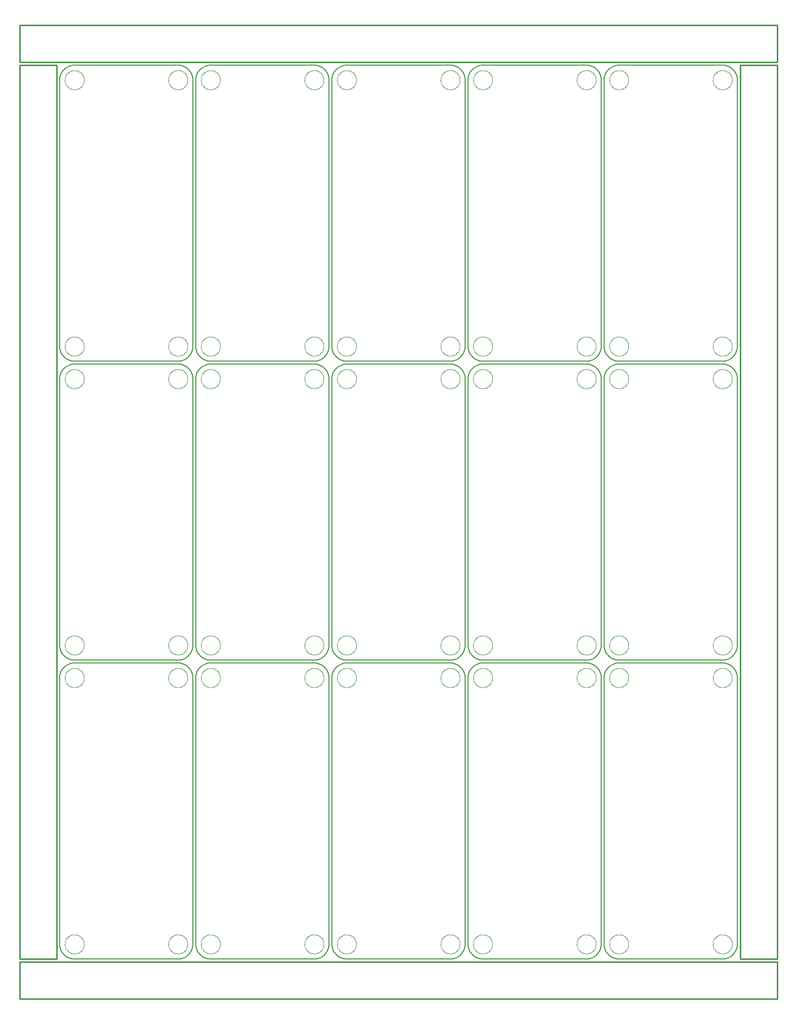
<source format=gko>
G75*
%MOIN*%
%OFA0B0*%
%FSLAX25Y25*%
%IPPOS*%
%LPD*%
%AMOC8*
5,1,8,0,0,1.08239X$1,22.5*
%
%ADD10C,0.00800*%
%ADD11C,0.01000*%
%ADD12C,0.00000*%
D10*
X0048342Y0038750D02*
X0048342Y0218750D01*
X0048345Y0218992D01*
X0048354Y0219233D01*
X0048368Y0219474D01*
X0048389Y0219715D01*
X0048415Y0219955D01*
X0048447Y0220195D01*
X0048485Y0220434D01*
X0048528Y0220671D01*
X0048578Y0220908D01*
X0048633Y0221143D01*
X0048693Y0221377D01*
X0048760Y0221609D01*
X0048831Y0221840D01*
X0048909Y0222069D01*
X0048992Y0222296D01*
X0049080Y0222521D01*
X0049174Y0222744D01*
X0049273Y0222964D01*
X0049378Y0223182D01*
X0049487Y0223397D01*
X0049602Y0223610D01*
X0049722Y0223820D01*
X0049847Y0224026D01*
X0049977Y0224230D01*
X0050112Y0224431D01*
X0050252Y0224628D01*
X0050396Y0224822D01*
X0050545Y0225012D01*
X0050699Y0225198D01*
X0050857Y0225381D01*
X0051019Y0225560D01*
X0051186Y0225735D01*
X0051357Y0225906D01*
X0051532Y0226073D01*
X0051711Y0226235D01*
X0051894Y0226393D01*
X0052080Y0226547D01*
X0052270Y0226696D01*
X0052464Y0226840D01*
X0052661Y0226980D01*
X0052862Y0227115D01*
X0053066Y0227245D01*
X0053272Y0227370D01*
X0053482Y0227490D01*
X0053695Y0227605D01*
X0053910Y0227714D01*
X0054128Y0227819D01*
X0054348Y0227918D01*
X0054571Y0228012D01*
X0054796Y0228100D01*
X0055023Y0228183D01*
X0055252Y0228261D01*
X0055483Y0228332D01*
X0055715Y0228399D01*
X0055949Y0228459D01*
X0056184Y0228514D01*
X0056421Y0228564D01*
X0056658Y0228607D01*
X0056897Y0228645D01*
X0057137Y0228677D01*
X0057377Y0228703D01*
X0057618Y0228724D01*
X0057859Y0228738D01*
X0058100Y0228747D01*
X0058342Y0228750D01*
X0128342Y0228750D01*
X0128342Y0230750D02*
X0058342Y0230750D01*
X0058100Y0230753D01*
X0057859Y0230762D01*
X0057618Y0230776D01*
X0057377Y0230797D01*
X0057137Y0230823D01*
X0056897Y0230855D01*
X0056658Y0230893D01*
X0056421Y0230936D01*
X0056184Y0230986D01*
X0055949Y0231041D01*
X0055715Y0231101D01*
X0055483Y0231168D01*
X0055252Y0231239D01*
X0055023Y0231317D01*
X0054796Y0231400D01*
X0054571Y0231488D01*
X0054348Y0231582D01*
X0054128Y0231681D01*
X0053910Y0231786D01*
X0053695Y0231895D01*
X0053482Y0232010D01*
X0053272Y0232130D01*
X0053066Y0232255D01*
X0052862Y0232385D01*
X0052661Y0232520D01*
X0052464Y0232660D01*
X0052270Y0232804D01*
X0052080Y0232953D01*
X0051894Y0233107D01*
X0051711Y0233265D01*
X0051532Y0233427D01*
X0051357Y0233594D01*
X0051186Y0233765D01*
X0051019Y0233940D01*
X0050857Y0234119D01*
X0050699Y0234302D01*
X0050545Y0234488D01*
X0050396Y0234678D01*
X0050252Y0234872D01*
X0050112Y0235069D01*
X0049977Y0235270D01*
X0049847Y0235474D01*
X0049722Y0235680D01*
X0049602Y0235890D01*
X0049487Y0236103D01*
X0049378Y0236318D01*
X0049273Y0236536D01*
X0049174Y0236756D01*
X0049080Y0236979D01*
X0048992Y0237204D01*
X0048909Y0237431D01*
X0048831Y0237660D01*
X0048760Y0237891D01*
X0048693Y0238123D01*
X0048633Y0238357D01*
X0048578Y0238592D01*
X0048528Y0238829D01*
X0048485Y0239066D01*
X0048447Y0239305D01*
X0048415Y0239545D01*
X0048389Y0239785D01*
X0048368Y0240026D01*
X0048354Y0240267D01*
X0048345Y0240508D01*
X0048342Y0240750D01*
X0048342Y0420750D01*
X0048345Y0420992D01*
X0048354Y0421233D01*
X0048368Y0421474D01*
X0048389Y0421715D01*
X0048415Y0421955D01*
X0048447Y0422195D01*
X0048485Y0422434D01*
X0048528Y0422671D01*
X0048578Y0422908D01*
X0048633Y0423143D01*
X0048693Y0423377D01*
X0048760Y0423609D01*
X0048831Y0423840D01*
X0048909Y0424069D01*
X0048992Y0424296D01*
X0049080Y0424521D01*
X0049174Y0424744D01*
X0049273Y0424964D01*
X0049378Y0425182D01*
X0049487Y0425397D01*
X0049602Y0425610D01*
X0049722Y0425820D01*
X0049847Y0426026D01*
X0049977Y0426230D01*
X0050112Y0426431D01*
X0050252Y0426628D01*
X0050396Y0426822D01*
X0050545Y0427012D01*
X0050699Y0427198D01*
X0050857Y0427381D01*
X0051019Y0427560D01*
X0051186Y0427735D01*
X0051357Y0427906D01*
X0051532Y0428073D01*
X0051711Y0428235D01*
X0051894Y0428393D01*
X0052080Y0428547D01*
X0052270Y0428696D01*
X0052464Y0428840D01*
X0052661Y0428980D01*
X0052862Y0429115D01*
X0053066Y0429245D01*
X0053272Y0429370D01*
X0053482Y0429490D01*
X0053695Y0429605D01*
X0053910Y0429714D01*
X0054128Y0429819D01*
X0054348Y0429918D01*
X0054571Y0430012D01*
X0054796Y0430100D01*
X0055023Y0430183D01*
X0055252Y0430261D01*
X0055483Y0430332D01*
X0055715Y0430399D01*
X0055949Y0430459D01*
X0056184Y0430514D01*
X0056421Y0430564D01*
X0056658Y0430607D01*
X0056897Y0430645D01*
X0057137Y0430677D01*
X0057377Y0430703D01*
X0057618Y0430724D01*
X0057859Y0430738D01*
X0058100Y0430747D01*
X0058342Y0430750D01*
X0128342Y0430750D01*
X0128342Y0432750D02*
X0058342Y0432750D01*
X0058100Y0432753D01*
X0057859Y0432762D01*
X0057618Y0432776D01*
X0057377Y0432797D01*
X0057137Y0432823D01*
X0056897Y0432855D01*
X0056658Y0432893D01*
X0056421Y0432936D01*
X0056184Y0432986D01*
X0055949Y0433041D01*
X0055715Y0433101D01*
X0055483Y0433168D01*
X0055252Y0433239D01*
X0055023Y0433317D01*
X0054796Y0433400D01*
X0054571Y0433488D01*
X0054348Y0433582D01*
X0054128Y0433681D01*
X0053910Y0433786D01*
X0053695Y0433895D01*
X0053482Y0434010D01*
X0053272Y0434130D01*
X0053066Y0434255D01*
X0052862Y0434385D01*
X0052661Y0434520D01*
X0052464Y0434660D01*
X0052270Y0434804D01*
X0052080Y0434953D01*
X0051894Y0435107D01*
X0051711Y0435265D01*
X0051532Y0435427D01*
X0051357Y0435594D01*
X0051186Y0435765D01*
X0051019Y0435940D01*
X0050857Y0436119D01*
X0050699Y0436302D01*
X0050545Y0436488D01*
X0050396Y0436678D01*
X0050252Y0436872D01*
X0050112Y0437069D01*
X0049977Y0437270D01*
X0049847Y0437474D01*
X0049722Y0437680D01*
X0049602Y0437890D01*
X0049487Y0438103D01*
X0049378Y0438318D01*
X0049273Y0438536D01*
X0049174Y0438756D01*
X0049080Y0438979D01*
X0048992Y0439204D01*
X0048909Y0439431D01*
X0048831Y0439660D01*
X0048760Y0439891D01*
X0048693Y0440123D01*
X0048633Y0440357D01*
X0048578Y0440592D01*
X0048528Y0440829D01*
X0048485Y0441066D01*
X0048447Y0441305D01*
X0048415Y0441545D01*
X0048389Y0441785D01*
X0048368Y0442026D01*
X0048354Y0442267D01*
X0048345Y0442508D01*
X0048342Y0442750D01*
X0048342Y0622750D01*
X0048345Y0622992D01*
X0048354Y0623233D01*
X0048368Y0623474D01*
X0048389Y0623715D01*
X0048415Y0623955D01*
X0048447Y0624195D01*
X0048485Y0624434D01*
X0048528Y0624671D01*
X0048578Y0624908D01*
X0048633Y0625143D01*
X0048693Y0625377D01*
X0048760Y0625609D01*
X0048831Y0625840D01*
X0048909Y0626069D01*
X0048992Y0626296D01*
X0049080Y0626521D01*
X0049174Y0626744D01*
X0049273Y0626964D01*
X0049378Y0627182D01*
X0049487Y0627397D01*
X0049602Y0627610D01*
X0049722Y0627820D01*
X0049847Y0628026D01*
X0049977Y0628230D01*
X0050112Y0628431D01*
X0050252Y0628628D01*
X0050396Y0628822D01*
X0050545Y0629012D01*
X0050699Y0629198D01*
X0050857Y0629381D01*
X0051019Y0629560D01*
X0051186Y0629735D01*
X0051357Y0629906D01*
X0051532Y0630073D01*
X0051711Y0630235D01*
X0051894Y0630393D01*
X0052080Y0630547D01*
X0052270Y0630696D01*
X0052464Y0630840D01*
X0052661Y0630980D01*
X0052862Y0631115D01*
X0053066Y0631245D01*
X0053272Y0631370D01*
X0053482Y0631490D01*
X0053695Y0631605D01*
X0053910Y0631714D01*
X0054128Y0631819D01*
X0054348Y0631918D01*
X0054571Y0632012D01*
X0054796Y0632100D01*
X0055023Y0632183D01*
X0055252Y0632261D01*
X0055483Y0632332D01*
X0055715Y0632399D01*
X0055949Y0632459D01*
X0056184Y0632514D01*
X0056421Y0632564D01*
X0056658Y0632607D01*
X0056897Y0632645D01*
X0057137Y0632677D01*
X0057377Y0632703D01*
X0057618Y0632724D01*
X0057859Y0632738D01*
X0058100Y0632747D01*
X0058342Y0632750D01*
X0128342Y0632750D01*
X0128584Y0632747D01*
X0128825Y0632738D01*
X0129066Y0632724D01*
X0129307Y0632703D01*
X0129547Y0632677D01*
X0129787Y0632645D01*
X0130026Y0632607D01*
X0130263Y0632564D01*
X0130500Y0632514D01*
X0130735Y0632459D01*
X0130969Y0632399D01*
X0131201Y0632332D01*
X0131432Y0632261D01*
X0131661Y0632183D01*
X0131888Y0632100D01*
X0132113Y0632012D01*
X0132336Y0631918D01*
X0132556Y0631819D01*
X0132774Y0631714D01*
X0132989Y0631605D01*
X0133202Y0631490D01*
X0133412Y0631370D01*
X0133618Y0631245D01*
X0133822Y0631115D01*
X0134023Y0630980D01*
X0134220Y0630840D01*
X0134414Y0630696D01*
X0134604Y0630547D01*
X0134790Y0630393D01*
X0134973Y0630235D01*
X0135152Y0630073D01*
X0135327Y0629906D01*
X0135498Y0629735D01*
X0135665Y0629560D01*
X0135827Y0629381D01*
X0135985Y0629198D01*
X0136139Y0629012D01*
X0136288Y0628822D01*
X0136432Y0628628D01*
X0136572Y0628431D01*
X0136707Y0628230D01*
X0136837Y0628026D01*
X0136962Y0627820D01*
X0137082Y0627610D01*
X0137197Y0627397D01*
X0137306Y0627182D01*
X0137411Y0626964D01*
X0137510Y0626744D01*
X0137604Y0626521D01*
X0137692Y0626296D01*
X0137775Y0626069D01*
X0137853Y0625840D01*
X0137924Y0625609D01*
X0137991Y0625377D01*
X0138051Y0625143D01*
X0138106Y0624908D01*
X0138156Y0624671D01*
X0138199Y0624434D01*
X0138237Y0624195D01*
X0138269Y0623955D01*
X0138295Y0623715D01*
X0138316Y0623474D01*
X0138330Y0623233D01*
X0138339Y0622992D01*
X0138342Y0622750D01*
X0138342Y0442750D01*
X0140342Y0442750D02*
X0140342Y0622750D01*
X0140345Y0622992D01*
X0140354Y0623233D01*
X0140368Y0623474D01*
X0140389Y0623715D01*
X0140415Y0623955D01*
X0140447Y0624195D01*
X0140485Y0624434D01*
X0140528Y0624671D01*
X0140578Y0624908D01*
X0140633Y0625143D01*
X0140693Y0625377D01*
X0140760Y0625609D01*
X0140831Y0625840D01*
X0140909Y0626069D01*
X0140992Y0626296D01*
X0141080Y0626521D01*
X0141174Y0626744D01*
X0141273Y0626964D01*
X0141378Y0627182D01*
X0141487Y0627397D01*
X0141602Y0627610D01*
X0141722Y0627820D01*
X0141847Y0628026D01*
X0141977Y0628230D01*
X0142112Y0628431D01*
X0142252Y0628628D01*
X0142396Y0628822D01*
X0142545Y0629012D01*
X0142699Y0629198D01*
X0142857Y0629381D01*
X0143019Y0629560D01*
X0143186Y0629735D01*
X0143357Y0629906D01*
X0143532Y0630073D01*
X0143711Y0630235D01*
X0143894Y0630393D01*
X0144080Y0630547D01*
X0144270Y0630696D01*
X0144464Y0630840D01*
X0144661Y0630980D01*
X0144862Y0631115D01*
X0145066Y0631245D01*
X0145272Y0631370D01*
X0145482Y0631490D01*
X0145695Y0631605D01*
X0145910Y0631714D01*
X0146128Y0631819D01*
X0146348Y0631918D01*
X0146571Y0632012D01*
X0146796Y0632100D01*
X0147023Y0632183D01*
X0147252Y0632261D01*
X0147483Y0632332D01*
X0147715Y0632399D01*
X0147949Y0632459D01*
X0148184Y0632514D01*
X0148421Y0632564D01*
X0148658Y0632607D01*
X0148897Y0632645D01*
X0149137Y0632677D01*
X0149377Y0632703D01*
X0149618Y0632724D01*
X0149859Y0632738D01*
X0150100Y0632747D01*
X0150342Y0632750D01*
X0220342Y0632750D01*
X0220584Y0632747D01*
X0220825Y0632738D01*
X0221066Y0632724D01*
X0221307Y0632703D01*
X0221547Y0632677D01*
X0221787Y0632645D01*
X0222026Y0632607D01*
X0222263Y0632564D01*
X0222500Y0632514D01*
X0222735Y0632459D01*
X0222969Y0632399D01*
X0223201Y0632332D01*
X0223432Y0632261D01*
X0223661Y0632183D01*
X0223888Y0632100D01*
X0224113Y0632012D01*
X0224336Y0631918D01*
X0224556Y0631819D01*
X0224774Y0631714D01*
X0224989Y0631605D01*
X0225202Y0631490D01*
X0225412Y0631370D01*
X0225618Y0631245D01*
X0225822Y0631115D01*
X0226023Y0630980D01*
X0226220Y0630840D01*
X0226414Y0630696D01*
X0226604Y0630547D01*
X0226790Y0630393D01*
X0226973Y0630235D01*
X0227152Y0630073D01*
X0227327Y0629906D01*
X0227498Y0629735D01*
X0227665Y0629560D01*
X0227827Y0629381D01*
X0227985Y0629198D01*
X0228139Y0629012D01*
X0228288Y0628822D01*
X0228432Y0628628D01*
X0228572Y0628431D01*
X0228707Y0628230D01*
X0228837Y0628026D01*
X0228962Y0627820D01*
X0229082Y0627610D01*
X0229197Y0627397D01*
X0229306Y0627182D01*
X0229411Y0626964D01*
X0229510Y0626744D01*
X0229604Y0626521D01*
X0229692Y0626296D01*
X0229775Y0626069D01*
X0229853Y0625840D01*
X0229924Y0625609D01*
X0229991Y0625377D01*
X0230051Y0625143D01*
X0230106Y0624908D01*
X0230156Y0624671D01*
X0230199Y0624434D01*
X0230237Y0624195D01*
X0230269Y0623955D01*
X0230295Y0623715D01*
X0230316Y0623474D01*
X0230330Y0623233D01*
X0230339Y0622992D01*
X0230342Y0622750D01*
X0230342Y0442750D01*
X0232342Y0442750D02*
X0232342Y0622750D01*
X0232345Y0622992D01*
X0232354Y0623233D01*
X0232368Y0623474D01*
X0232389Y0623715D01*
X0232415Y0623955D01*
X0232447Y0624195D01*
X0232485Y0624434D01*
X0232528Y0624671D01*
X0232578Y0624908D01*
X0232633Y0625143D01*
X0232693Y0625377D01*
X0232760Y0625609D01*
X0232831Y0625840D01*
X0232909Y0626069D01*
X0232992Y0626296D01*
X0233080Y0626521D01*
X0233174Y0626744D01*
X0233273Y0626964D01*
X0233378Y0627182D01*
X0233487Y0627397D01*
X0233602Y0627610D01*
X0233722Y0627820D01*
X0233847Y0628026D01*
X0233977Y0628230D01*
X0234112Y0628431D01*
X0234252Y0628628D01*
X0234396Y0628822D01*
X0234545Y0629012D01*
X0234699Y0629198D01*
X0234857Y0629381D01*
X0235019Y0629560D01*
X0235186Y0629735D01*
X0235357Y0629906D01*
X0235532Y0630073D01*
X0235711Y0630235D01*
X0235894Y0630393D01*
X0236080Y0630547D01*
X0236270Y0630696D01*
X0236464Y0630840D01*
X0236661Y0630980D01*
X0236862Y0631115D01*
X0237066Y0631245D01*
X0237272Y0631370D01*
X0237482Y0631490D01*
X0237695Y0631605D01*
X0237910Y0631714D01*
X0238128Y0631819D01*
X0238348Y0631918D01*
X0238571Y0632012D01*
X0238796Y0632100D01*
X0239023Y0632183D01*
X0239252Y0632261D01*
X0239483Y0632332D01*
X0239715Y0632399D01*
X0239949Y0632459D01*
X0240184Y0632514D01*
X0240421Y0632564D01*
X0240658Y0632607D01*
X0240897Y0632645D01*
X0241137Y0632677D01*
X0241377Y0632703D01*
X0241618Y0632724D01*
X0241859Y0632738D01*
X0242100Y0632747D01*
X0242342Y0632750D01*
X0312342Y0632750D01*
X0312584Y0632747D01*
X0312825Y0632738D01*
X0313066Y0632724D01*
X0313307Y0632703D01*
X0313547Y0632677D01*
X0313787Y0632645D01*
X0314026Y0632607D01*
X0314263Y0632564D01*
X0314500Y0632514D01*
X0314735Y0632459D01*
X0314969Y0632399D01*
X0315201Y0632332D01*
X0315432Y0632261D01*
X0315661Y0632183D01*
X0315888Y0632100D01*
X0316113Y0632012D01*
X0316336Y0631918D01*
X0316556Y0631819D01*
X0316774Y0631714D01*
X0316989Y0631605D01*
X0317202Y0631490D01*
X0317412Y0631370D01*
X0317618Y0631245D01*
X0317822Y0631115D01*
X0318023Y0630980D01*
X0318220Y0630840D01*
X0318414Y0630696D01*
X0318604Y0630547D01*
X0318790Y0630393D01*
X0318973Y0630235D01*
X0319152Y0630073D01*
X0319327Y0629906D01*
X0319498Y0629735D01*
X0319665Y0629560D01*
X0319827Y0629381D01*
X0319985Y0629198D01*
X0320139Y0629012D01*
X0320288Y0628822D01*
X0320432Y0628628D01*
X0320572Y0628431D01*
X0320707Y0628230D01*
X0320837Y0628026D01*
X0320962Y0627820D01*
X0321082Y0627610D01*
X0321197Y0627397D01*
X0321306Y0627182D01*
X0321411Y0626964D01*
X0321510Y0626744D01*
X0321604Y0626521D01*
X0321692Y0626296D01*
X0321775Y0626069D01*
X0321853Y0625840D01*
X0321924Y0625609D01*
X0321991Y0625377D01*
X0322051Y0625143D01*
X0322106Y0624908D01*
X0322156Y0624671D01*
X0322199Y0624434D01*
X0322237Y0624195D01*
X0322269Y0623955D01*
X0322295Y0623715D01*
X0322316Y0623474D01*
X0322330Y0623233D01*
X0322339Y0622992D01*
X0322342Y0622750D01*
X0322342Y0442750D01*
X0324342Y0442750D02*
X0324342Y0622750D01*
X0324345Y0622992D01*
X0324354Y0623233D01*
X0324368Y0623474D01*
X0324389Y0623715D01*
X0324415Y0623955D01*
X0324447Y0624195D01*
X0324485Y0624434D01*
X0324528Y0624671D01*
X0324578Y0624908D01*
X0324633Y0625143D01*
X0324693Y0625377D01*
X0324760Y0625609D01*
X0324831Y0625840D01*
X0324909Y0626069D01*
X0324992Y0626296D01*
X0325080Y0626521D01*
X0325174Y0626744D01*
X0325273Y0626964D01*
X0325378Y0627182D01*
X0325487Y0627397D01*
X0325602Y0627610D01*
X0325722Y0627820D01*
X0325847Y0628026D01*
X0325977Y0628230D01*
X0326112Y0628431D01*
X0326252Y0628628D01*
X0326396Y0628822D01*
X0326545Y0629012D01*
X0326699Y0629198D01*
X0326857Y0629381D01*
X0327019Y0629560D01*
X0327186Y0629735D01*
X0327357Y0629906D01*
X0327532Y0630073D01*
X0327711Y0630235D01*
X0327894Y0630393D01*
X0328080Y0630547D01*
X0328270Y0630696D01*
X0328464Y0630840D01*
X0328661Y0630980D01*
X0328862Y0631115D01*
X0329066Y0631245D01*
X0329272Y0631370D01*
X0329482Y0631490D01*
X0329695Y0631605D01*
X0329910Y0631714D01*
X0330128Y0631819D01*
X0330348Y0631918D01*
X0330571Y0632012D01*
X0330796Y0632100D01*
X0331023Y0632183D01*
X0331252Y0632261D01*
X0331483Y0632332D01*
X0331715Y0632399D01*
X0331949Y0632459D01*
X0332184Y0632514D01*
X0332421Y0632564D01*
X0332658Y0632607D01*
X0332897Y0632645D01*
X0333137Y0632677D01*
X0333377Y0632703D01*
X0333618Y0632724D01*
X0333859Y0632738D01*
X0334100Y0632747D01*
X0334342Y0632750D01*
X0404342Y0632750D01*
X0404584Y0632747D01*
X0404825Y0632738D01*
X0405066Y0632724D01*
X0405307Y0632703D01*
X0405547Y0632677D01*
X0405787Y0632645D01*
X0406026Y0632607D01*
X0406263Y0632564D01*
X0406500Y0632514D01*
X0406735Y0632459D01*
X0406969Y0632399D01*
X0407201Y0632332D01*
X0407432Y0632261D01*
X0407661Y0632183D01*
X0407888Y0632100D01*
X0408113Y0632012D01*
X0408336Y0631918D01*
X0408556Y0631819D01*
X0408774Y0631714D01*
X0408989Y0631605D01*
X0409202Y0631490D01*
X0409412Y0631370D01*
X0409618Y0631245D01*
X0409822Y0631115D01*
X0410023Y0630980D01*
X0410220Y0630840D01*
X0410414Y0630696D01*
X0410604Y0630547D01*
X0410790Y0630393D01*
X0410973Y0630235D01*
X0411152Y0630073D01*
X0411327Y0629906D01*
X0411498Y0629735D01*
X0411665Y0629560D01*
X0411827Y0629381D01*
X0411985Y0629198D01*
X0412139Y0629012D01*
X0412288Y0628822D01*
X0412432Y0628628D01*
X0412572Y0628431D01*
X0412707Y0628230D01*
X0412837Y0628026D01*
X0412962Y0627820D01*
X0413082Y0627610D01*
X0413197Y0627397D01*
X0413306Y0627182D01*
X0413411Y0626964D01*
X0413510Y0626744D01*
X0413604Y0626521D01*
X0413692Y0626296D01*
X0413775Y0626069D01*
X0413853Y0625840D01*
X0413924Y0625609D01*
X0413991Y0625377D01*
X0414051Y0625143D01*
X0414106Y0624908D01*
X0414156Y0624671D01*
X0414199Y0624434D01*
X0414237Y0624195D01*
X0414269Y0623955D01*
X0414295Y0623715D01*
X0414316Y0623474D01*
X0414330Y0623233D01*
X0414339Y0622992D01*
X0414342Y0622750D01*
X0414342Y0442750D01*
X0416342Y0442750D02*
X0416342Y0622750D01*
X0416345Y0622992D01*
X0416354Y0623233D01*
X0416368Y0623474D01*
X0416389Y0623715D01*
X0416415Y0623955D01*
X0416447Y0624195D01*
X0416485Y0624434D01*
X0416528Y0624671D01*
X0416578Y0624908D01*
X0416633Y0625143D01*
X0416693Y0625377D01*
X0416760Y0625609D01*
X0416831Y0625840D01*
X0416909Y0626069D01*
X0416992Y0626296D01*
X0417080Y0626521D01*
X0417174Y0626744D01*
X0417273Y0626964D01*
X0417378Y0627182D01*
X0417487Y0627397D01*
X0417602Y0627610D01*
X0417722Y0627820D01*
X0417847Y0628026D01*
X0417977Y0628230D01*
X0418112Y0628431D01*
X0418252Y0628628D01*
X0418396Y0628822D01*
X0418545Y0629012D01*
X0418699Y0629198D01*
X0418857Y0629381D01*
X0419019Y0629560D01*
X0419186Y0629735D01*
X0419357Y0629906D01*
X0419532Y0630073D01*
X0419711Y0630235D01*
X0419894Y0630393D01*
X0420080Y0630547D01*
X0420270Y0630696D01*
X0420464Y0630840D01*
X0420661Y0630980D01*
X0420862Y0631115D01*
X0421066Y0631245D01*
X0421272Y0631370D01*
X0421482Y0631490D01*
X0421695Y0631605D01*
X0421910Y0631714D01*
X0422128Y0631819D01*
X0422348Y0631918D01*
X0422571Y0632012D01*
X0422796Y0632100D01*
X0423023Y0632183D01*
X0423252Y0632261D01*
X0423483Y0632332D01*
X0423715Y0632399D01*
X0423949Y0632459D01*
X0424184Y0632514D01*
X0424421Y0632564D01*
X0424658Y0632607D01*
X0424897Y0632645D01*
X0425137Y0632677D01*
X0425377Y0632703D01*
X0425618Y0632724D01*
X0425859Y0632738D01*
X0426100Y0632747D01*
X0426342Y0632750D01*
X0496342Y0632750D01*
X0496584Y0632747D01*
X0496825Y0632738D01*
X0497066Y0632724D01*
X0497307Y0632703D01*
X0497547Y0632677D01*
X0497787Y0632645D01*
X0498026Y0632607D01*
X0498263Y0632564D01*
X0498500Y0632514D01*
X0498735Y0632459D01*
X0498969Y0632399D01*
X0499201Y0632332D01*
X0499432Y0632261D01*
X0499661Y0632183D01*
X0499888Y0632100D01*
X0500113Y0632012D01*
X0500336Y0631918D01*
X0500556Y0631819D01*
X0500774Y0631714D01*
X0500989Y0631605D01*
X0501202Y0631490D01*
X0501412Y0631370D01*
X0501618Y0631245D01*
X0501822Y0631115D01*
X0502023Y0630980D01*
X0502220Y0630840D01*
X0502414Y0630696D01*
X0502604Y0630547D01*
X0502790Y0630393D01*
X0502973Y0630235D01*
X0503152Y0630073D01*
X0503327Y0629906D01*
X0503498Y0629735D01*
X0503665Y0629560D01*
X0503827Y0629381D01*
X0503985Y0629198D01*
X0504139Y0629012D01*
X0504288Y0628822D01*
X0504432Y0628628D01*
X0504572Y0628431D01*
X0504707Y0628230D01*
X0504837Y0628026D01*
X0504962Y0627820D01*
X0505082Y0627610D01*
X0505197Y0627397D01*
X0505306Y0627182D01*
X0505411Y0626964D01*
X0505510Y0626744D01*
X0505604Y0626521D01*
X0505692Y0626296D01*
X0505775Y0626069D01*
X0505853Y0625840D01*
X0505924Y0625609D01*
X0505991Y0625377D01*
X0506051Y0625143D01*
X0506106Y0624908D01*
X0506156Y0624671D01*
X0506199Y0624434D01*
X0506237Y0624195D01*
X0506269Y0623955D01*
X0506295Y0623715D01*
X0506316Y0623474D01*
X0506330Y0623233D01*
X0506339Y0622992D01*
X0506342Y0622750D01*
X0506342Y0442750D01*
X0506339Y0442508D01*
X0506330Y0442267D01*
X0506316Y0442026D01*
X0506295Y0441785D01*
X0506269Y0441545D01*
X0506237Y0441305D01*
X0506199Y0441066D01*
X0506156Y0440829D01*
X0506106Y0440592D01*
X0506051Y0440357D01*
X0505991Y0440123D01*
X0505924Y0439891D01*
X0505853Y0439660D01*
X0505775Y0439431D01*
X0505692Y0439204D01*
X0505604Y0438979D01*
X0505510Y0438756D01*
X0505411Y0438536D01*
X0505306Y0438318D01*
X0505197Y0438103D01*
X0505082Y0437890D01*
X0504962Y0437680D01*
X0504837Y0437474D01*
X0504707Y0437270D01*
X0504572Y0437069D01*
X0504432Y0436872D01*
X0504288Y0436678D01*
X0504139Y0436488D01*
X0503985Y0436302D01*
X0503827Y0436119D01*
X0503665Y0435940D01*
X0503498Y0435765D01*
X0503327Y0435594D01*
X0503152Y0435427D01*
X0502973Y0435265D01*
X0502790Y0435107D01*
X0502604Y0434953D01*
X0502414Y0434804D01*
X0502220Y0434660D01*
X0502023Y0434520D01*
X0501822Y0434385D01*
X0501618Y0434255D01*
X0501412Y0434130D01*
X0501202Y0434010D01*
X0500989Y0433895D01*
X0500774Y0433786D01*
X0500556Y0433681D01*
X0500336Y0433582D01*
X0500113Y0433488D01*
X0499888Y0433400D01*
X0499661Y0433317D01*
X0499432Y0433239D01*
X0499201Y0433168D01*
X0498969Y0433101D01*
X0498735Y0433041D01*
X0498500Y0432986D01*
X0498263Y0432936D01*
X0498026Y0432893D01*
X0497787Y0432855D01*
X0497547Y0432823D01*
X0497307Y0432797D01*
X0497066Y0432776D01*
X0496825Y0432762D01*
X0496584Y0432753D01*
X0496342Y0432750D01*
X0426342Y0432750D01*
X0426342Y0430750D02*
X0496342Y0430750D01*
X0496584Y0430747D01*
X0496825Y0430738D01*
X0497066Y0430724D01*
X0497307Y0430703D01*
X0497547Y0430677D01*
X0497787Y0430645D01*
X0498026Y0430607D01*
X0498263Y0430564D01*
X0498500Y0430514D01*
X0498735Y0430459D01*
X0498969Y0430399D01*
X0499201Y0430332D01*
X0499432Y0430261D01*
X0499661Y0430183D01*
X0499888Y0430100D01*
X0500113Y0430012D01*
X0500336Y0429918D01*
X0500556Y0429819D01*
X0500774Y0429714D01*
X0500989Y0429605D01*
X0501202Y0429490D01*
X0501412Y0429370D01*
X0501618Y0429245D01*
X0501822Y0429115D01*
X0502023Y0428980D01*
X0502220Y0428840D01*
X0502414Y0428696D01*
X0502604Y0428547D01*
X0502790Y0428393D01*
X0502973Y0428235D01*
X0503152Y0428073D01*
X0503327Y0427906D01*
X0503498Y0427735D01*
X0503665Y0427560D01*
X0503827Y0427381D01*
X0503985Y0427198D01*
X0504139Y0427012D01*
X0504288Y0426822D01*
X0504432Y0426628D01*
X0504572Y0426431D01*
X0504707Y0426230D01*
X0504837Y0426026D01*
X0504962Y0425820D01*
X0505082Y0425610D01*
X0505197Y0425397D01*
X0505306Y0425182D01*
X0505411Y0424964D01*
X0505510Y0424744D01*
X0505604Y0424521D01*
X0505692Y0424296D01*
X0505775Y0424069D01*
X0505853Y0423840D01*
X0505924Y0423609D01*
X0505991Y0423377D01*
X0506051Y0423143D01*
X0506106Y0422908D01*
X0506156Y0422671D01*
X0506199Y0422434D01*
X0506237Y0422195D01*
X0506269Y0421955D01*
X0506295Y0421715D01*
X0506316Y0421474D01*
X0506330Y0421233D01*
X0506339Y0420992D01*
X0506342Y0420750D01*
X0506342Y0240750D01*
X0506339Y0240508D01*
X0506330Y0240267D01*
X0506316Y0240026D01*
X0506295Y0239785D01*
X0506269Y0239545D01*
X0506237Y0239305D01*
X0506199Y0239066D01*
X0506156Y0238829D01*
X0506106Y0238592D01*
X0506051Y0238357D01*
X0505991Y0238123D01*
X0505924Y0237891D01*
X0505853Y0237660D01*
X0505775Y0237431D01*
X0505692Y0237204D01*
X0505604Y0236979D01*
X0505510Y0236756D01*
X0505411Y0236536D01*
X0505306Y0236318D01*
X0505197Y0236103D01*
X0505082Y0235890D01*
X0504962Y0235680D01*
X0504837Y0235474D01*
X0504707Y0235270D01*
X0504572Y0235069D01*
X0504432Y0234872D01*
X0504288Y0234678D01*
X0504139Y0234488D01*
X0503985Y0234302D01*
X0503827Y0234119D01*
X0503665Y0233940D01*
X0503498Y0233765D01*
X0503327Y0233594D01*
X0503152Y0233427D01*
X0502973Y0233265D01*
X0502790Y0233107D01*
X0502604Y0232953D01*
X0502414Y0232804D01*
X0502220Y0232660D01*
X0502023Y0232520D01*
X0501822Y0232385D01*
X0501618Y0232255D01*
X0501412Y0232130D01*
X0501202Y0232010D01*
X0500989Y0231895D01*
X0500774Y0231786D01*
X0500556Y0231681D01*
X0500336Y0231582D01*
X0500113Y0231488D01*
X0499888Y0231400D01*
X0499661Y0231317D01*
X0499432Y0231239D01*
X0499201Y0231168D01*
X0498969Y0231101D01*
X0498735Y0231041D01*
X0498500Y0230986D01*
X0498263Y0230936D01*
X0498026Y0230893D01*
X0497787Y0230855D01*
X0497547Y0230823D01*
X0497307Y0230797D01*
X0497066Y0230776D01*
X0496825Y0230762D01*
X0496584Y0230753D01*
X0496342Y0230750D01*
X0426342Y0230750D01*
X0426342Y0228750D02*
X0496342Y0228750D01*
X0496584Y0228747D01*
X0496825Y0228738D01*
X0497066Y0228724D01*
X0497307Y0228703D01*
X0497547Y0228677D01*
X0497787Y0228645D01*
X0498026Y0228607D01*
X0498263Y0228564D01*
X0498500Y0228514D01*
X0498735Y0228459D01*
X0498969Y0228399D01*
X0499201Y0228332D01*
X0499432Y0228261D01*
X0499661Y0228183D01*
X0499888Y0228100D01*
X0500113Y0228012D01*
X0500336Y0227918D01*
X0500556Y0227819D01*
X0500774Y0227714D01*
X0500989Y0227605D01*
X0501202Y0227490D01*
X0501412Y0227370D01*
X0501618Y0227245D01*
X0501822Y0227115D01*
X0502023Y0226980D01*
X0502220Y0226840D01*
X0502414Y0226696D01*
X0502604Y0226547D01*
X0502790Y0226393D01*
X0502973Y0226235D01*
X0503152Y0226073D01*
X0503327Y0225906D01*
X0503498Y0225735D01*
X0503665Y0225560D01*
X0503827Y0225381D01*
X0503985Y0225198D01*
X0504139Y0225012D01*
X0504288Y0224822D01*
X0504432Y0224628D01*
X0504572Y0224431D01*
X0504707Y0224230D01*
X0504837Y0224026D01*
X0504962Y0223820D01*
X0505082Y0223610D01*
X0505197Y0223397D01*
X0505306Y0223182D01*
X0505411Y0222964D01*
X0505510Y0222744D01*
X0505604Y0222521D01*
X0505692Y0222296D01*
X0505775Y0222069D01*
X0505853Y0221840D01*
X0505924Y0221609D01*
X0505991Y0221377D01*
X0506051Y0221143D01*
X0506106Y0220908D01*
X0506156Y0220671D01*
X0506199Y0220434D01*
X0506237Y0220195D01*
X0506269Y0219955D01*
X0506295Y0219715D01*
X0506316Y0219474D01*
X0506330Y0219233D01*
X0506339Y0218992D01*
X0506342Y0218750D01*
X0506342Y0038750D01*
X0506339Y0038508D01*
X0506330Y0038267D01*
X0506316Y0038026D01*
X0506295Y0037785D01*
X0506269Y0037545D01*
X0506237Y0037305D01*
X0506199Y0037066D01*
X0506156Y0036829D01*
X0506106Y0036592D01*
X0506051Y0036357D01*
X0505991Y0036123D01*
X0505924Y0035891D01*
X0505853Y0035660D01*
X0505775Y0035431D01*
X0505692Y0035204D01*
X0505604Y0034979D01*
X0505510Y0034756D01*
X0505411Y0034536D01*
X0505306Y0034318D01*
X0505197Y0034103D01*
X0505082Y0033890D01*
X0504962Y0033680D01*
X0504837Y0033474D01*
X0504707Y0033270D01*
X0504572Y0033069D01*
X0504432Y0032872D01*
X0504288Y0032678D01*
X0504139Y0032488D01*
X0503985Y0032302D01*
X0503827Y0032119D01*
X0503665Y0031940D01*
X0503498Y0031765D01*
X0503327Y0031594D01*
X0503152Y0031427D01*
X0502973Y0031265D01*
X0502790Y0031107D01*
X0502604Y0030953D01*
X0502414Y0030804D01*
X0502220Y0030660D01*
X0502023Y0030520D01*
X0501822Y0030385D01*
X0501618Y0030255D01*
X0501412Y0030130D01*
X0501202Y0030010D01*
X0500989Y0029895D01*
X0500774Y0029786D01*
X0500556Y0029681D01*
X0500336Y0029582D01*
X0500113Y0029488D01*
X0499888Y0029400D01*
X0499661Y0029317D01*
X0499432Y0029239D01*
X0499201Y0029168D01*
X0498969Y0029101D01*
X0498735Y0029041D01*
X0498500Y0028986D01*
X0498263Y0028936D01*
X0498026Y0028893D01*
X0497787Y0028855D01*
X0497547Y0028823D01*
X0497307Y0028797D01*
X0497066Y0028776D01*
X0496825Y0028762D01*
X0496584Y0028753D01*
X0496342Y0028750D01*
X0426342Y0028750D01*
X0426100Y0028753D01*
X0425859Y0028762D01*
X0425618Y0028776D01*
X0425377Y0028797D01*
X0425137Y0028823D01*
X0424897Y0028855D01*
X0424658Y0028893D01*
X0424421Y0028936D01*
X0424184Y0028986D01*
X0423949Y0029041D01*
X0423715Y0029101D01*
X0423483Y0029168D01*
X0423252Y0029239D01*
X0423023Y0029317D01*
X0422796Y0029400D01*
X0422571Y0029488D01*
X0422348Y0029582D01*
X0422128Y0029681D01*
X0421910Y0029786D01*
X0421695Y0029895D01*
X0421482Y0030010D01*
X0421272Y0030130D01*
X0421066Y0030255D01*
X0420862Y0030385D01*
X0420661Y0030520D01*
X0420464Y0030660D01*
X0420270Y0030804D01*
X0420080Y0030953D01*
X0419894Y0031107D01*
X0419711Y0031265D01*
X0419532Y0031427D01*
X0419357Y0031594D01*
X0419186Y0031765D01*
X0419019Y0031940D01*
X0418857Y0032119D01*
X0418699Y0032302D01*
X0418545Y0032488D01*
X0418396Y0032678D01*
X0418252Y0032872D01*
X0418112Y0033069D01*
X0417977Y0033270D01*
X0417847Y0033474D01*
X0417722Y0033680D01*
X0417602Y0033890D01*
X0417487Y0034103D01*
X0417378Y0034318D01*
X0417273Y0034536D01*
X0417174Y0034756D01*
X0417080Y0034979D01*
X0416992Y0035204D01*
X0416909Y0035431D01*
X0416831Y0035660D01*
X0416760Y0035891D01*
X0416693Y0036123D01*
X0416633Y0036357D01*
X0416578Y0036592D01*
X0416528Y0036829D01*
X0416485Y0037066D01*
X0416447Y0037305D01*
X0416415Y0037545D01*
X0416389Y0037785D01*
X0416368Y0038026D01*
X0416354Y0038267D01*
X0416345Y0038508D01*
X0416342Y0038750D01*
X0416342Y0218750D01*
X0414342Y0218750D02*
X0414342Y0038750D01*
X0414339Y0038508D01*
X0414330Y0038267D01*
X0414316Y0038026D01*
X0414295Y0037785D01*
X0414269Y0037545D01*
X0414237Y0037305D01*
X0414199Y0037066D01*
X0414156Y0036829D01*
X0414106Y0036592D01*
X0414051Y0036357D01*
X0413991Y0036123D01*
X0413924Y0035891D01*
X0413853Y0035660D01*
X0413775Y0035431D01*
X0413692Y0035204D01*
X0413604Y0034979D01*
X0413510Y0034756D01*
X0413411Y0034536D01*
X0413306Y0034318D01*
X0413197Y0034103D01*
X0413082Y0033890D01*
X0412962Y0033680D01*
X0412837Y0033474D01*
X0412707Y0033270D01*
X0412572Y0033069D01*
X0412432Y0032872D01*
X0412288Y0032678D01*
X0412139Y0032488D01*
X0411985Y0032302D01*
X0411827Y0032119D01*
X0411665Y0031940D01*
X0411498Y0031765D01*
X0411327Y0031594D01*
X0411152Y0031427D01*
X0410973Y0031265D01*
X0410790Y0031107D01*
X0410604Y0030953D01*
X0410414Y0030804D01*
X0410220Y0030660D01*
X0410023Y0030520D01*
X0409822Y0030385D01*
X0409618Y0030255D01*
X0409412Y0030130D01*
X0409202Y0030010D01*
X0408989Y0029895D01*
X0408774Y0029786D01*
X0408556Y0029681D01*
X0408336Y0029582D01*
X0408113Y0029488D01*
X0407888Y0029400D01*
X0407661Y0029317D01*
X0407432Y0029239D01*
X0407201Y0029168D01*
X0406969Y0029101D01*
X0406735Y0029041D01*
X0406500Y0028986D01*
X0406263Y0028936D01*
X0406026Y0028893D01*
X0405787Y0028855D01*
X0405547Y0028823D01*
X0405307Y0028797D01*
X0405066Y0028776D01*
X0404825Y0028762D01*
X0404584Y0028753D01*
X0404342Y0028750D01*
X0334342Y0028750D01*
X0334100Y0028753D01*
X0333859Y0028762D01*
X0333618Y0028776D01*
X0333377Y0028797D01*
X0333137Y0028823D01*
X0332897Y0028855D01*
X0332658Y0028893D01*
X0332421Y0028936D01*
X0332184Y0028986D01*
X0331949Y0029041D01*
X0331715Y0029101D01*
X0331483Y0029168D01*
X0331252Y0029239D01*
X0331023Y0029317D01*
X0330796Y0029400D01*
X0330571Y0029488D01*
X0330348Y0029582D01*
X0330128Y0029681D01*
X0329910Y0029786D01*
X0329695Y0029895D01*
X0329482Y0030010D01*
X0329272Y0030130D01*
X0329066Y0030255D01*
X0328862Y0030385D01*
X0328661Y0030520D01*
X0328464Y0030660D01*
X0328270Y0030804D01*
X0328080Y0030953D01*
X0327894Y0031107D01*
X0327711Y0031265D01*
X0327532Y0031427D01*
X0327357Y0031594D01*
X0327186Y0031765D01*
X0327019Y0031940D01*
X0326857Y0032119D01*
X0326699Y0032302D01*
X0326545Y0032488D01*
X0326396Y0032678D01*
X0326252Y0032872D01*
X0326112Y0033069D01*
X0325977Y0033270D01*
X0325847Y0033474D01*
X0325722Y0033680D01*
X0325602Y0033890D01*
X0325487Y0034103D01*
X0325378Y0034318D01*
X0325273Y0034536D01*
X0325174Y0034756D01*
X0325080Y0034979D01*
X0324992Y0035204D01*
X0324909Y0035431D01*
X0324831Y0035660D01*
X0324760Y0035891D01*
X0324693Y0036123D01*
X0324633Y0036357D01*
X0324578Y0036592D01*
X0324528Y0036829D01*
X0324485Y0037066D01*
X0324447Y0037305D01*
X0324415Y0037545D01*
X0324389Y0037785D01*
X0324368Y0038026D01*
X0324354Y0038267D01*
X0324345Y0038508D01*
X0324342Y0038750D01*
X0324342Y0218750D01*
X0322342Y0218750D02*
X0322342Y0038750D01*
X0322339Y0038508D01*
X0322330Y0038267D01*
X0322316Y0038026D01*
X0322295Y0037785D01*
X0322269Y0037545D01*
X0322237Y0037305D01*
X0322199Y0037066D01*
X0322156Y0036829D01*
X0322106Y0036592D01*
X0322051Y0036357D01*
X0321991Y0036123D01*
X0321924Y0035891D01*
X0321853Y0035660D01*
X0321775Y0035431D01*
X0321692Y0035204D01*
X0321604Y0034979D01*
X0321510Y0034756D01*
X0321411Y0034536D01*
X0321306Y0034318D01*
X0321197Y0034103D01*
X0321082Y0033890D01*
X0320962Y0033680D01*
X0320837Y0033474D01*
X0320707Y0033270D01*
X0320572Y0033069D01*
X0320432Y0032872D01*
X0320288Y0032678D01*
X0320139Y0032488D01*
X0319985Y0032302D01*
X0319827Y0032119D01*
X0319665Y0031940D01*
X0319498Y0031765D01*
X0319327Y0031594D01*
X0319152Y0031427D01*
X0318973Y0031265D01*
X0318790Y0031107D01*
X0318604Y0030953D01*
X0318414Y0030804D01*
X0318220Y0030660D01*
X0318023Y0030520D01*
X0317822Y0030385D01*
X0317618Y0030255D01*
X0317412Y0030130D01*
X0317202Y0030010D01*
X0316989Y0029895D01*
X0316774Y0029786D01*
X0316556Y0029681D01*
X0316336Y0029582D01*
X0316113Y0029488D01*
X0315888Y0029400D01*
X0315661Y0029317D01*
X0315432Y0029239D01*
X0315201Y0029168D01*
X0314969Y0029101D01*
X0314735Y0029041D01*
X0314500Y0028986D01*
X0314263Y0028936D01*
X0314026Y0028893D01*
X0313787Y0028855D01*
X0313547Y0028823D01*
X0313307Y0028797D01*
X0313066Y0028776D01*
X0312825Y0028762D01*
X0312584Y0028753D01*
X0312342Y0028750D01*
X0242342Y0028750D01*
X0242100Y0028753D01*
X0241859Y0028762D01*
X0241618Y0028776D01*
X0241377Y0028797D01*
X0241137Y0028823D01*
X0240897Y0028855D01*
X0240658Y0028893D01*
X0240421Y0028936D01*
X0240184Y0028986D01*
X0239949Y0029041D01*
X0239715Y0029101D01*
X0239483Y0029168D01*
X0239252Y0029239D01*
X0239023Y0029317D01*
X0238796Y0029400D01*
X0238571Y0029488D01*
X0238348Y0029582D01*
X0238128Y0029681D01*
X0237910Y0029786D01*
X0237695Y0029895D01*
X0237482Y0030010D01*
X0237272Y0030130D01*
X0237066Y0030255D01*
X0236862Y0030385D01*
X0236661Y0030520D01*
X0236464Y0030660D01*
X0236270Y0030804D01*
X0236080Y0030953D01*
X0235894Y0031107D01*
X0235711Y0031265D01*
X0235532Y0031427D01*
X0235357Y0031594D01*
X0235186Y0031765D01*
X0235019Y0031940D01*
X0234857Y0032119D01*
X0234699Y0032302D01*
X0234545Y0032488D01*
X0234396Y0032678D01*
X0234252Y0032872D01*
X0234112Y0033069D01*
X0233977Y0033270D01*
X0233847Y0033474D01*
X0233722Y0033680D01*
X0233602Y0033890D01*
X0233487Y0034103D01*
X0233378Y0034318D01*
X0233273Y0034536D01*
X0233174Y0034756D01*
X0233080Y0034979D01*
X0232992Y0035204D01*
X0232909Y0035431D01*
X0232831Y0035660D01*
X0232760Y0035891D01*
X0232693Y0036123D01*
X0232633Y0036357D01*
X0232578Y0036592D01*
X0232528Y0036829D01*
X0232485Y0037066D01*
X0232447Y0037305D01*
X0232415Y0037545D01*
X0232389Y0037785D01*
X0232368Y0038026D01*
X0232354Y0038267D01*
X0232345Y0038508D01*
X0232342Y0038750D01*
X0232342Y0218750D01*
X0230342Y0218750D02*
X0230342Y0038750D01*
X0230339Y0038508D01*
X0230330Y0038267D01*
X0230316Y0038026D01*
X0230295Y0037785D01*
X0230269Y0037545D01*
X0230237Y0037305D01*
X0230199Y0037066D01*
X0230156Y0036829D01*
X0230106Y0036592D01*
X0230051Y0036357D01*
X0229991Y0036123D01*
X0229924Y0035891D01*
X0229853Y0035660D01*
X0229775Y0035431D01*
X0229692Y0035204D01*
X0229604Y0034979D01*
X0229510Y0034756D01*
X0229411Y0034536D01*
X0229306Y0034318D01*
X0229197Y0034103D01*
X0229082Y0033890D01*
X0228962Y0033680D01*
X0228837Y0033474D01*
X0228707Y0033270D01*
X0228572Y0033069D01*
X0228432Y0032872D01*
X0228288Y0032678D01*
X0228139Y0032488D01*
X0227985Y0032302D01*
X0227827Y0032119D01*
X0227665Y0031940D01*
X0227498Y0031765D01*
X0227327Y0031594D01*
X0227152Y0031427D01*
X0226973Y0031265D01*
X0226790Y0031107D01*
X0226604Y0030953D01*
X0226414Y0030804D01*
X0226220Y0030660D01*
X0226023Y0030520D01*
X0225822Y0030385D01*
X0225618Y0030255D01*
X0225412Y0030130D01*
X0225202Y0030010D01*
X0224989Y0029895D01*
X0224774Y0029786D01*
X0224556Y0029681D01*
X0224336Y0029582D01*
X0224113Y0029488D01*
X0223888Y0029400D01*
X0223661Y0029317D01*
X0223432Y0029239D01*
X0223201Y0029168D01*
X0222969Y0029101D01*
X0222735Y0029041D01*
X0222500Y0028986D01*
X0222263Y0028936D01*
X0222026Y0028893D01*
X0221787Y0028855D01*
X0221547Y0028823D01*
X0221307Y0028797D01*
X0221066Y0028776D01*
X0220825Y0028762D01*
X0220584Y0028753D01*
X0220342Y0028750D01*
X0150342Y0028750D01*
X0150100Y0028753D01*
X0149859Y0028762D01*
X0149618Y0028776D01*
X0149377Y0028797D01*
X0149137Y0028823D01*
X0148897Y0028855D01*
X0148658Y0028893D01*
X0148421Y0028936D01*
X0148184Y0028986D01*
X0147949Y0029041D01*
X0147715Y0029101D01*
X0147483Y0029168D01*
X0147252Y0029239D01*
X0147023Y0029317D01*
X0146796Y0029400D01*
X0146571Y0029488D01*
X0146348Y0029582D01*
X0146128Y0029681D01*
X0145910Y0029786D01*
X0145695Y0029895D01*
X0145482Y0030010D01*
X0145272Y0030130D01*
X0145066Y0030255D01*
X0144862Y0030385D01*
X0144661Y0030520D01*
X0144464Y0030660D01*
X0144270Y0030804D01*
X0144080Y0030953D01*
X0143894Y0031107D01*
X0143711Y0031265D01*
X0143532Y0031427D01*
X0143357Y0031594D01*
X0143186Y0031765D01*
X0143019Y0031940D01*
X0142857Y0032119D01*
X0142699Y0032302D01*
X0142545Y0032488D01*
X0142396Y0032678D01*
X0142252Y0032872D01*
X0142112Y0033069D01*
X0141977Y0033270D01*
X0141847Y0033474D01*
X0141722Y0033680D01*
X0141602Y0033890D01*
X0141487Y0034103D01*
X0141378Y0034318D01*
X0141273Y0034536D01*
X0141174Y0034756D01*
X0141080Y0034979D01*
X0140992Y0035204D01*
X0140909Y0035431D01*
X0140831Y0035660D01*
X0140760Y0035891D01*
X0140693Y0036123D01*
X0140633Y0036357D01*
X0140578Y0036592D01*
X0140528Y0036829D01*
X0140485Y0037066D01*
X0140447Y0037305D01*
X0140415Y0037545D01*
X0140389Y0037785D01*
X0140368Y0038026D01*
X0140354Y0038267D01*
X0140345Y0038508D01*
X0140342Y0038750D01*
X0140342Y0218750D01*
X0138342Y0218750D02*
X0138342Y0038750D01*
X0138339Y0038508D01*
X0138330Y0038267D01*
X0138316Y0038026D01*
X0138295Y0037785D01*
X0138269Y0037545D01*
X0138237Y0037305D01*
X0138199Y0037066D01*
X0138156Y0036829D01*
X0138106Y0036592D01*
X0138051Y0036357D01*
X0137991Y0036123D01*
X0137924Y0035891D01*
X0137853Y0035660D01*
X0137775Y0035431D01*
X0137692Y0035204D01*
X0137604Y0034979D01*
X0137510Y0034756D01*
X0137411Y0034536D01*
X0137306Y0034318D01*
X0137197Y0034103D01*
X0137082Y0033890D01*
X0136962Y0033680D01*
X0136837Y0033474D01*
X0136707Y0033270D01*
X0136572Y0033069D01*
X0136432Y0032872D01*
X0136288Y0032678D01*
X0136139Y0032488D01*
X0135985Y0032302D01*
X0135827Y0032119D01*
X0135665Y0031940D01*
X0135498Y0031765D01*
X0135327Y0031594D01*
X0135152Y0031427D01*
X0134973Y0031265D01*
X0134790Y0031107D01*
X0134604Y0030953D01*
X0134414Y0030804D01*
X0134220Y0030660D01*
X0134023Y0030520D01*
X0133822Y0030385D01*
X0133618Y0030255D01*
X0133412Y0030130D01*
X0133202Y0030010D01*
X0132989Y0029895D01*
X0132774Y0029786D01*
X0132556Y0029681D01*
X0132336Y0029582D01*
X0132113Y0029488D01*
X0131888Y0029400D01*
X0131661Y0029317D01*
X0131432Y0029239D01*
X0131201Y0029168D01*
X0130969Y0029101D01*
X0130735Y0029041D01*
X0130500Y0028986D01*
X0130263Y0028936D01*
X0130026Y0028893D01*
X0129787Y0028855D01*
X0129547Y0028823D01*
X0129307Y0028797D01*
X0129066Y0028776D01*
X0128825Y0028762D01*
X0128584Y0028753D01*
X0128342Y0028750D01*
X0058342Y0028750D01*
X0058100Y0028753D01*
X0057859Y0028762D01*
X0057618Y0028776D01*
X0057377Y0028797D01*
X0057137Y0028823D01*
X0056897Y0028855D01*
X0056658Y0028893D01*
X0056421Y0028936D01*
X0056184Y0028986D01*
X0055949Y0029041D01*
X0055715Y0029101D01*
X0055483Y0029168D01*
X0055252Y0029239D01*
X0055023Y0029317D01*
X0054796Y0029400D01*
X0054571Y0029488D01*
X0054348Y0029582D01*
X0054128Y0029681D01*
X0053910Y0029786D01*
X0053695Y0029895D01*
X0053482Y0030010D01*
X0053272Y0030130D01*
X0053066Y0030255D01*
X0052862Y0030385D01*
X0052661Y0030520D01*
X0052464Y0030660D01*
X0052270Y0030804D01*
X0052080Y0030953D01*
X0051894Y0031107D01*
X0051711Y0031265D01*
X0051532Y0031427D01*
X0051357Y0031594D01*
X0051186Y0031765D01*
X0051019Y0031940D01*
X0050857Y0032119D01*
X0050699Y0032302D01*
X0050545Y0032488D01*
X0050396Y0032678D01*
X0050252Y0032872D01*
X0050112Y0033069D01*
X0049977Y0033270D01*
X0049847Y0033474D01*
X0049722Y0033680D01*
X0049602Y0033890D01*
X0049487Y0034103D01*
X0049378Y0034318D01*
X0049273Y0034536D01*
X0049174Y0034756D01*
X0049080Y0034979D01*
X0048992Y0035204D01*
X0048909Y0035431D01*
X0048831Y0035660D01*
X0048760Y0035891D01*
X0048693Y0036123D01*
X0048633Y0036357D01*
X0048578Y0036592D01*
X0048528Y0036829D01*
X0048485Y0037066D01*
X0048447Y0037305D01*
X0048415Y0037545D01*
X0048389Y0037785D01*
X0048368Y0038026D01*
X0048354Y0038267D01*
X0048345Y0038508D01*
X0048342Y0038750D01*
X0138342Y0218750D02*
X0138339Y0218992D01*
X0138330Y0219233D01*
X0138316Y0219474D01*
X0138295Y0219715D01*
X0138269Y0219955D01*
X0138237Y0220195D01*
X0138199Y0220434D01*
X0138156Y0220671D01*
X0138106Y0220908D01*
X0138051Y0221143D01*
X0137991Y0221377D01*
X0137924Y0221609D01*
X0137853Y0221840D01*
X0137775Y0222069D01*
X0137692Y0222296D01*
X0137604Y0222521D01*
X0137510Y0222744D01*
X0137411Y0222964D01*
X0137306Y0223182D01*
X0137197Y0223397D01*
X0137082Y0223610D01*
X0136962Y0223820D01*
X0136837Y0224026D01*
X0136707Y0224230D01*
X0136572Y0224431D01*
X0136432Y0224628D01*
X0136288Y0224822D01*
X0136139Y0225012D01*
X0135985Y0225198D01*
X0135827Y0225381D01*
X0135665Y0225560D01*
X0135498Y0225735D01*
X0135327Y0225906D01*
X0135152Y0226073D01*
X0134973Y0226235D01*
X0134790Y0226393D01*
X0134604Y0226547D01*
X0134414Y0226696D01*
X0134220Y0226840D01*
X0134023Y0226980D01*
X0133822Y0227115D01*
X0133618Y0227245D01*
X0133412Y0227370D01*
X0133202Y0227490D01*
X0132989Y0227605D01*
X0132774Y0227714D01*
X0132556Y0227819D01*
X0132336Y0227918D01*
X0132113Y0228012D01*
X0131888Y0228100D01*
X0131661Y0228183D01*
X0131432Y0228261D01*
X0131201Y0228332D01*
X0130969Y0228399D01*
X0130735Y0228459D01*
X0130500Y0228514D01*
X0130263Y0228564D01*
X0130026Y0228607D01*
X0129787Y0228645D01*
X0129547Y0228677D01*
X0129307Y0228703D01*
X0129066Y0228724D01*
X0128825Y0228738D01*
X0128584Y0228747D01*
X0128342Y0228750D01*
X0128342Y0230750D02*
X0128584Y0230753D01*
X0128825Y0230762D01*
X0129066Y0230776D01*
X0129307Y0230797D01*
X0129547Y0230823D01*
X0129787Y0230855D01*
X0130026Y0230893D01*
X0130263Y0230936D01*
X0130500Y0230986D01*
X0130735Y0231041D01*
X0130969Y0231101D01*
X0131201Y0231168D01*
X0131432Y0231239D01*
X0131661Y0231317D01*
X0131888Y0231400D01*
X0132113Y0231488D01*
X0132336Y0231582D01*
X0132556Y0231681D01*
X0132774Y0231786D01*
X0132989Y0231895D01*
X0133202Y0232010D01*
X0133412Y0232130D01*
X0133618Y0232255D01*
X0133822Y0232385D01*
X0134023Y0232520D01*
X0134220Y0232660D01*
X0134414Y0232804D01*
X0134604Y0232953D01*
X0134790Y0233107D01*
X0134973Y0233265D01*
X0135152Y0233427D01*
X0135327Y0233594D01*
X0135498Y0233765D01*
X0135665Y0233940D01*
X0135827Y0234119D01*
X0135985Y0234302D01*
X0136139Y0234488D01*
X0136288Y0234678D01*
X0136432Y0234872D01*
X0136572Y0235069D01*
X0136707Y0235270D01*
X0136837Y0235474D01*
X0136962Y0235680D01*
X0137082Y0235890D01*
X0137197Y0236103D01*
X0137306Y0236318D01*
X0137411Y0236536D01*
X0137510Y0236756D01*
X0137604Y0236979D01*
X0137692Y0237204D01*
X0137775Y0237431D01*
X0137853Y0237660D01*
X0137924Y0237891D01*
X0137991Y0238123D01*
X0138051Y0238357D01*
X0138106Y0238592D01*
X0138156Y0238829D01*
X0138199Y0239066D01*
X0138237Y0239305D01*
X0138269Y0239545D01*
X0138295Y0239785D01*
X0138316Y0240026D01*
X0138330Y0240267D01*
X0138339Y0240508D01*
X0138342Y0240750D01*
X0138342Y0420750D01*
X0140342Y0420750D02*
X0140342Y0240750D01*
X0140345Y0240508D01*
X0140354Y0240267D01*
X0140368Y0240026D01*
X0140389Y0239785D01*
X0140415Y0239545D01*
X0140447Y0239305D01*
X0140485Y0239066D01*
X0140528Y0238829D01*
X0140578Y0238592D01*
X0140633Y0238357D01*
X0140693Y0238123D01*
X0140760Y0237891D01*
X0140831Y0237660D01*
X0140909Y0237431D01*
X0140992Y0237204D01*
X0141080Y0236979D01*
X0141174Y0236756D01*
X0141273Y0236536D01*
X0141378Y0236318D01*
X0141487Y0236103D01*
X0141602Y0235890D01*
X0141722Y0235680D01*
X0141847Y0235474D01*
X0141977Y0235270D01*
X0142112Y0235069D01*
X0142252Y0234872D01*
X0142396Y0234678D01*
X0142545Y0234488D01*
X0142699Y0234302D01*
X0142857Y0234119D01*
X0143019Y0233940D01*
X0143186Y0233765D01*
X0143357Y0233594D01*
X0143532Y0233427D01*
X0143711Y0233265D01*
X0143894Y0233107D01*
X0144080Y0232953D01*
X0144270Y0232804D01*
X0144464Y0232660D01*
X0144661Y0232520D01*
X0144862Y0232385D01*
X0145066Y0232255D01*
X0145272Y0232130D01*
X0145482Y0232010D01*
X0145695Y0231895D01*
X0145910Y0231786D01*
X0146128Y0231681D01*
X0146348Y0231582D01*
X0146571Y0231488D01*
X0146796Y0231400D01*
X0147023Y0231317D01*
X0147252Y0231239D01*
X0147483Y0231168D01*
X0147715Y0231101D01*
X0147949Y0231041D01*
X0148184Y0230986D01*
X0148421Y0230936D01*
X0148658Y0230893D01*
X0148897Y0230855D01*
X0149137Y0230823D01*
X0149377Y0230797D01*
X0149618Y0230776D01*
X0149859Y0230762D01*
X0150100Y0230753D01*
X0150342Y0230750D01*
X0220342Y0230750D01*
X0220342Y0228750D02*
X0150342Y0228750D01*
X0150100Y0228747D01*
X0149859Y0228738D01*
X0149618Y0228724D01*
X0149377Y0228703D01*
X0149137Y0228677D01*
X0148897Y0228645D01*
X0148658Y0228607D01*
X0148421Y0228564D01*
X0148184Y0228514D01*
X0147949Y0228459D01*
X0147715Y0228399D01*
X0147483Y0228332D01*
X0147252Y0228261D01*
X0147023Y0228183D01*
X0146796Y0228100D01*
X0146571Y0228012D01*
X0146348Y0227918D01*
X0146128Y0227819D01*
X0145910Y0227714D01*
X0145695Y0227605D01*
X0145482Y0227490D01*
X0145272Y0227370D01*
X0145066Y0227245D01*
X0144862Y0227115D01*
X0144661Y0226980D01*
X0144464Y0226840D01*
X0144270Y0226696D01*
X0144080Y0226547D01*
X0143894Y0226393D01*
X0143711Y0226235D01*
X0143532Y0226073D01*
X0143357Y0225906D01*
X0143186Y0225735D01*
X0143019Y0225560D01*
X0142857Y0225381D01*
X0142699Y0225198D01*
X0142545Y0225012D01*
X0142396Y0224822D01*
X0142252Y0224628D01*
X0142112Y0224431D01*
X0141977Y0224230D01*
X0141847Y0224026D01*
X0141722Y0223820D01*
X0141602Y0223610D01*
X0141487Y0223397D01*
X0141378Y0223182D01*
X0141273Y0222964D01*
X0141174Y0222744D01*
X0141080Y0222521D01*
X0140992Y0222296D01*
X0140909Y0222069D01*
X0140831Y0221840D01*
X0140760Y0221609D01*
X0140693Y0221377D01*
X0140633Y0221143D01*
X0140578Y0220908D01*
X0140528Y0220671D01*
X0140485Y0220434D01*
X0140447Y0220195D01*
X0140415Y0219955D01*
X0140389Y0219715D01*
X0140368Y0219474D01*
X0140354Y0219233D01*
X0140345Y0218992D01*
X0140342Y0218750D01*
X0220342Y0228750D02*
X0220584Y0228747D01*
X0220825Y0228738D01*
X0221066Y0228724D01*
X0221307Y0228703D01*
X0221547Y0228677D01*
X0221787Y0228645D01*
X0222026Y0228607D01*
X0222263Y0228564D01*
X0222500Y0228514D01*
X0222735Y0228459D01*
X0222969Y0228399D01*
X0223201Y0228332D01*
X0223432Y0228261D01*
X0223661Y0228183D01*
X0223888Y0228100D01*
X0224113Y0228012D01*
X0224336Y0227918D01*
X0224556Y0227819D01*
X0224774Y0227714D01*
X0224989Y0227605D01*
X0225202Y0227490D01*
X0225412Y0227370D01*
X0225618Y0227245D01*
X0225822Y0227115D01*
X0226023Y0226980D01*
X0226220Y0226840D01*
X0226414Y0226696D01*
X0226604Y0226547D01*
X0226790Y0226393D01*
X0226973Y0226235D01*
X0227152Y0226073D01*
X0227327Y0225906D01*
X0227498Y0225735D01*
X0227665Y0225560D01*
X0227827Y0225381D01*
X0227985Y0225198D01*
X0228139Y0225012D01*
X0228288Y0224822D01*
X0228432Y0224628D01*
X0228572Y0224431D01*
X0228707Y0224230D01*
X0228837Y0224026D01*
X0228962Y0223820D01*
X0229082Y0223610D01*
X0229197Y0223397D01*
X0229306Y0223182D01*
X0229411Y0222964D01*
X0229510Y0222744D01*
X0229604Y0222521D01*
X0229692Y0222296D01*
X0229775Y0222069D01*
X0229853Y0221840D01*
X0229924Y0221609D01*
X0229991Y0221377D01*
X0230051Y0221143D01*
X0230106Y0220908D01*
X0230156Y0220671D01*
X0230199Y0220434D01*
X0230237Y0220195D01*
X0230269Y0219955D01*
X0230295Y0219715D01*
X0230316Y0219474D01*
X0230330Y0219233D01*
X0230339Y0218992D01*
X0230342Y0218750D01*
X0232342Y0218750D02*
X0232345Y0218992D01*
X0232354Y0219233D01*
X0232368Y0219474D01*
X0232389Y0219715D01*
X0232415Y0219955D01*
X0232447Y0220195D01*
X0232485Y0220434D01*
X0232528Y0220671D01*
X0232578Y0220908D01*
X0232633Y0221143D01*
X0232693Y0221377D01*
X0232760Y0221609D01*
X0232831Y0221840D01*
X0232909Y0222069D01*
X0232992Y0222296D01*
X0233080Y0222521D01*
X0233174Y0222744D01*
X0233273Y0222964D01*
X0233378Y0223182D01*
X0233487Y0223397D01*
X0233602Y0223610D01*
X0233722Y0223820D01*
X0233847Y0224026D01*
X0233977Y0224230D01*
X0234112Y0224431D01*
X0234252Y0224628D01*
X0234396Y0224822D01*
X0234545Y0225012D01*
X0234699Y0225198D01*
X0234857Y0225381D01*
X0235019Y0225560D01*
X0235186Y0225735D01*
X0235357Y0225906D01*
X0235532Y0226073D01*
X0235711Y0226235D01*
X0235894Y0226393D01*
X0236080Y0226547D01*
X0236270Y0226696D01*
X0236464Y0226840D01*
X0236661Y0226980D01*
X0236862Y0227115D01*
X0237066Y0227245D01*
X0237272Y0227370D01*
X0237482Y0227490D01*
X0237695Y0227605D01*
X0237910Y0227714D01*
X0238128Y0227819D01*
X0238348Y0227918D01*
X0238571Y0228012D01*
X0238796Y0228100D01*
X0239023Y0228183D01*
X0239252Y0228261D01*
X0239483Y0228332D01*
X0239715Y0228399D01*
X0239949Y0228459D01*
X0240184Y0228514D01*
X0240421Y0228564D01*
X0240658Y0228607D01*
X0240897Y0228645D01*
X0241137Y0228677D01*
X0241377Y0228703D01*
X0241618Y0228724D01*
X0241859Y0228738D01*
X0242100Y0228747D01*
X0242342Y0228750D01*
X0312342Y0228750D01*
X0312342Y0230750D02*
X0242342Y0230750D01*
X0242100Y0230753D01*
X0241859Y0230762D01*
X0241618Y0230776D01*
X0241377Y0230797D01*
X0241137Y0230823D01*
X0240897Y0230855D01*
X0240658Y0230893D01*
X0240421Y0230936D01*
X0240184Y0230986D01*
X0239949Y0231041D01*
X0239715Y0231101D01*
X0239483Y0231168D01*
X0239252Y0231239D01*
X0239023Y0231317D01*
X0238796Y0231400D01*
X0238571Y0231488D01*
X0238348Y0231582D01*
X0238128Y0231681D01*
X0237910Y0231786D01*
X0237695Y0231895D01*
X0237482Y0232010D01*
X0237272Y0232130D01*
X0237066Y0232255D01*
X0236862Y0232385D01*
X0236661Y0232520D01*
X0236464Y0232660D01*
X0236270Y0232804D01*
X0236080Y0232953D01*
X0235894Y0233107D01*
X0235711Y0233265D01*
X0235532Y0233427D01*
X0235357Y0233594D01*
X0235186Y0233765D01*
X0235019Y0233940D01*
X0234857Y0234119D01*
X0234699Y0234302D01*
X0234545Y0234488D01*
X0234396Y0234678D01*
X0234252Y0234872D01*
X0234112Y0235069D01*
X0233977Y0235270D01*
X0233847Y0235474D01*
X0233722Y0235680D01*
X0233602Y0235890D01*
X0233487Y0236103D01*
X0233378Y0236318D01*
X0233273Y0236536D01*
X0233174Y0236756D01*
X0233080Y0236979D01*
X0232992Y0237204D01*
X0232909Y0237431D01*
X0232831Y0237660D01*
X0232760Y0237891D01*
X0232693Y0238123D01*
X0232633Y0238357D01*
X0232578Y0238592D01*
X0232528Y0238829D01*
X0232485Y0239066D01*
X0232447Y0239305D01*
X0232415Y0239545D01*
X0232389Y0239785D01*
X0232368Y0240026D01*
X0232354Y0240267D01*
X0232345Y0240508D01*
X0232342Y0240750D01*
X0232342Y0420750D01*
X0230342Y0420750D02*
X0230342Y0240750D01*
X0230339Y0240508D01*
X0230330Y0240267D01*
X0230316Y0240026D01*
X0230295Y0239785D01*
X0230269Y0239545D01*
X0230237Y0239305D01*
X0230199Y0239066D01*
X0230156Y0238829D01*
X0230106Y0238592D01*
X0230051Y0238357D01*
X0229991Y0238123D01*
X0229924Y0237891D01*
X0229853Y0237660D01*
X0229775Y0237431D01*
X0229692Y0237204D01*
X0229604Y0236979D01*
X0229510Y0236756D01*
X0229411Y0236536D01*
X0229306Y0236318D01*
X0229197Y0236103D01*
X0229082Y0235890D01*
X0228962Y0235680D01*
X0228837Y0235474D01*
X0228707Y0235270D01*
X0228572Y0235069D01*
X0228432Y0234872D01*
X0228288Y0234678D01*
X0228139Y0234488D01*
X0227985Y0234302D01*
X0227827Y0234119D01*
X0227665Y0233940D01*
X0227498Y0233765D01*
X0227327Y0233594D01*
X0227152Y0233427D01*
X0226973Y0233265D01*
X0226790Y0233107D01*
X0226604Y0232953D01*
X0226414Y0232804D01*
X0226220Y0232660D01*
X0226023Y0232520D01*
X0225822Y0232385D01*
X0225618Y0232255D01*
X0225412Y0232130D01*
X0225202Y0232010D01*
X0224989Y0231895D01*
X0224774Y0231786D01*
X0224556Y0231681D01*
X0224336Y0231582D01*
X0224113Y0231488D01*
X0223888Y0231400D01*
X0223661Y0231317D01*
X0223432Y0231239D01*
X0223201Y0231168D01*
X0222969Y0231101D01*
X0222735Y0231041D01*
X0222500Y0230986D01*
X0222263Y0230936D01*
X0222026Y0230893D01*
X0221787Y0230855D01*
X0221547Y0230823D01*
X0221307Y0230797D01*
X0221066Y0230776D01*
X0220825Y0230762D01*
X0220584Y0230753D01*
X0220342Y0230750D01*
X0312342Y0230750D02*
X0312584Y0230753D01*
X0312825Y0230762D01*
X0313066Y0230776D01*
X0313307Y0230797D01*
X0313547Y0230823D01*
X0313787Y0230855D01*
X0314026Y0230893D01*
X0314263Y0230936D01*
X0314500Y0230986D01*
X0314735Y0231041D01*
X0314969Y0231101D01*
X0315201Y0231168D01*
X0315432Y0231239D01*
X0315661Y0231317D01*
X0315888Y0231400D01*
X0316113Y0231488D01*
X0316336Y0231582D01*
X0316556Y0231681D01*
X0316774Y0231786D01*
X0316989Y0231895D01*
X0317202Y0232010D01*
X0317412Y0232130D01*
X0317618Y0232255D01*
X0317822Y0232385D01*
X0318023Y0232520D01*
X0318220Y0232660D01*
X0318414Y0232804D01*
X0318604Y0232953D01*
X0318790Y0233107D01*
X0318973Y0233265D01*
X0319152Y0233427D01*
X0319327Y0233594D01*
X0319498Y0233765D01*
X0319665Y0233940D01*
X0319827Y0234119D01*
X0319985Y0234302D01*
X0320139Y0234488D01*
X0320288Y0234678D01*
X0320432Y0234872D01*
X0320572Y0235069D01*
X0320707Y0235270D01*
X0320837Y0235474D01*
X0320962Y0235680D01*
X0321082Y0235890D01*
X0321197Y0236103D01*
X0321306Y0236318D01*
X0321411Y0236536D01*
X0321510Y0236756D01*
X0321604Y0236979D01*
X0321692Y0237204D01*
X0321775Y0237431D01*
X0321853Y0237660D01*
X0321924Y0237891D01*
X0321991Y0238123D01*
X0322051Y0238357D01*
X0322106Y0238592D01*
X0322156Y0238829D01*
X0322199Y0239066D01*
X0322237Y0239305D01*
X0322269Y0239545D01*
X0322295Y0239785D01*
X0322316Y0240026D01*
X0322330Y0240267D01*
X0322339Y0240508D01*
X0322342Y0240750D01*
X0322342Y0420750D01*
X0324342Y0420750D02*
X0324342Y0240750D01*
X0324345Y0240508D01*
X0324354Y0240267D01*
X0324368Y0240026D01*
X0324389Y0239785D01*
X0324415Y0239545D01*
X0324447Y0239305D01*
X0324485Y0239066D01*
X0324528Y0238829D01*
X0324578Y0238592D01*
X0324633Y0238357D01*
X0324693Y0238123D01*
X0324760Y0237891D01*
X0324831Y0237660D01*
X0324909Y0237431D01*
X0324992Y0237204D01*
X0325080Y0236979D01*
X0325174Y0236756D01*
X0325273Y0236536D01*
X0325378Y0236318D01*
X0325487Y0236103D01*
X0325602Y0235890D01*
X0325722Y0235680D01*
X0325847Y0235474D01*
X0325977Y0235270D01*
X0326112Y0235069D01*
X0326252Y0234872D01*
X0326396Y0234678D01*
X0326545Y0234488D01*
X0326699Y0234302D01*
X0326857Y0234119D01*
X0327019Y0233940D01*
X0327186Y0233765D01*
X0327357Y0233594D01*
X0327532Y0233427D01*
X0327711Y0233265D01*
X0327894Y0233107D01*
X0328080Y0232953D01*
X0328270Y0232804D01*
X0328464Y0232660D01*
X0328661Y0232520D01*
X0328862Y0232385D01*
X0329066Y0232255D01*
X0329272Y0232130D01*
X0329482Y0232010D01*
X0329695Y0231895D01*
X0329910Y0231786D01*
X0330128Y0231681D01*
X0330348Y0231582D01*
X0330571Y0231488D01*
X0330796Y0231400D01*
X0331023Y0231317D01*
X0331252Y0231239D01*
X0331483Y0231168D01*
X0331715Y0231101D01*
X0331949Y0231041D01*
X0332184Y0230986D01*
X0332421Y0230936D01*
X0332658Y0230893D01*
X0332897Y0230855D01*
X0333137Y0230823D01*
X0333377Y0230797D01*
X0333618Y0230776D01*
X0333859Y0230762D01*
X0334100Y0230753D01*
X0334342Y0230750D01*
X0404342Y0230750D01*
X0404342Y0228750D02*
X0334342Y0228750D01*
X0334100Y0228747D01*
X0333859Y0228738D01*
X0333618Y0228724D01*
X0333377Y0228703D01*
X0333137Y0228677D01*
X0332897Y0228645D01*
X0332658Y0228607D01*
X0332421Y0228564D01*
X0332184Y0228514D01*
X0331949Y0228459D01*
X0331715Y0228399D01*
X0331483Y0228332D01*
X0331252Y0228261D01*
X0331023Y0228183D01*
X0330796Y0228100D01*
X0330571Y0228012D01*
X0330348Y0227918D01*
X0330128Y0227819D01*
X0329910Y0227714D01*
X0329695Y0227605D01*
X0329482Y0227490D01*
X0329272Y0227370D01*
X0329066Y0227245D01*
X0328862Y0227115D01*
X0328661Y0226980D01*
X0328464Y0226840D01*
X0328270Y0226696D01*
X0328080Y0226547D01*
X0327894Y0226393D01*
X0327711Y0226235D01*
X0327532Y0226073D01*
X0327357Y0225906D01*
X0327186Y0225735D01*
X0327019Y0225560D01*
X0326857Y0225381D01*
X0326699Y0225198D01*
X0326545Y0225012D01*
X0326396Y0224822D01*
X0326252Y0224628D01*
X0326112Y0224431D01*
X0325977Y0224230D01*
X0325847Y0224026D01*
X0325722Y0223820D01*
X0325602Y0223610D01*
X0325487Y0223397D01*
X0325378Y0223182D01*
X0325273Y0222964D01*
X0325174Y0222744D01*
X0325080Y0222521D01*
X0324992Y0222296D01*
X0324909Y0222069D01*
X0324831Y0221840D01*
X0324760Y0221609D01*
X0324693Y0221377D01*
X0324633Y0221143D01*
X0324578Y0220908D01*
X0324528Y0220671D01*
X0324485Y0220434D01*
X0324447Y0220195D01*
X0324415Y0219955D01*
X0324389Y0219715D01*
X0324368Y0219474D01*
X0324354Y0219233D01*
X0324345Y0218992D01*
X0324342Y0218750D01*
X0322342Y0218750D02*
X0322339Y0218992D01*
X0322330Y0219233D01*
X0322316Y0219474D01*
X0322295Y0219715D01*
X0322269Y0219955D01*
X0322237Y0220195D01*
X0322199Y0220434D01*
X0322156Y0220671D01*
X0322106Y0220908D01*
X0322051Y0221143D01*
X0321991Y0221377D01*
X0321924Y0221609D01*
X0321853Y0221840D01*
X0321775Y0222069D01*
X0321692Y0222296D01*
X0321604Y0222521D01*
X0321510Y0222744D01*
X0321411Y0222964D01*
X0321306Y0223182D01*
X0321197Y0223397D01*
X0321082Y0223610D01*
X0320962Y0223820D01*
X0320837Y0224026D01*
X0320707Y0224230D01*
X0320572Y0224431D01*
X0320432Y0224628D01*
X0320288Y0224822D01*
X0320139Y0225012D01*
X0319985Y0225198D01*
X0319827Y0225381D01*
X0319665Y0225560D01*
X0319498Y0225735D01*
X0319327Y0225906D01*
X0319152Y0226073D01*
X0318973Y0226235D01*
X0318790Y0226393D01*
X0318604Y0226547D01*
X0318414Y0226696D01*
X0318220Y0226840D01*
X0318023Y0226980D01*
X0317822Y0227115D01*
X0317618Y0227245D01*
X0317412Y0227370D01*
X0317202Y0227490D01*
X0316989Y0227605D01*
X0316774Y0227714D01*
X0316556Y0227819D01*
X0316336Y0227918D01*
X0316113Y0228012D01*
X0315888Y0228100D01*
X0315661Y0228183D01*
X0315432Y0228261D01*
X0315201Y0228332D01*
X0314969Y0228399D01*
X0314735Y0228459D01*
X0314500Y0228514D01*
X0314263Y0228564D01*
X0314026Y0228607D01*
X0313787Y0228645D01*
X0313547Y0228677D01*
X0313307Y0228703D01*
X0313066Y0228724D01*
X0312825Y0228738D01*
X0312584Y0228747D01*
X0312342Y0228750D01*
X0404342Y0228750D02*
X0404584Y0228747D01*
X0404825Y0228738D01*
X0405066Y0228724D01*
X0405307Y0228703D01*
X0405547Y0228677D01*
X0405787Y0228645D01*
X0406026Y0228607D01*
X0406263Y0228564D01*
X0406500Y0228514D01*
X0406735Y0228459D01*
X0406969Y0228399D01*
X0407201Y0228332D01*
X0407432Y0228261D01*
X0407661Y0228183D01*
X0407888Y0228100D01*
X0408113Y0228012D01*
X0408336Y0227918D01*
X0408556Y0227819D01*
X0408774Y0227714D01*
X0408989Y0227605D01*
X0409202Y0227490D01*
X0409412Y0227370D01*
X0409618Y0227245D01*
X0409822Y0227115D01*
X0410023Y0226980D01*
X0410220Y0226840D01*
X0410414Y0226696D01*
X0410604Y0226547D01*
X0410790Y0226393D01*
X0410973Y0226235D01*
X0411152Y0226073D01*
X0411327Y0225906D01*
X0411498Y0225735D01*
X0411665Y0225560D01*
X0411827Y0225381D01*
X0411985Y0225198D01*
X0412139Y0225012D01*
X0412288Y0224822D01*
X0412432Y0224628D01*
X0412572Y0224431D01*
X0412707Y0224230D01*
X0412837Y0224026D01*
X0412962Y0223820D01*
X0413082Y0223610D01*
X0413197Y0223397D01*
X0413306Y0223182D01*
X0413411Y0222964D01*
X0413510Y0222744D01*
X0413604Y0222521D01*
X0413692Y0222296D01*
X0413775Y0222069D01*
X0413853Y0221840D01*
X0413924Y0221609D01*
X0413991Y0221377D01*
X0414051Y0221143D01*
X0414106Y0220908D01*
X0414156Y0220671D01*
X0414199Y0220434D01*
X0414237Y0220195D01*
X0414269Y0219955D01*
X0414295Y0219715D01*
X0414316Y0219474D01*
X0414330Y0219233D01*
X0414339Y0218992D01*
X0414342Y0218750D01*
X0416342Y0218750D02*
X0416345Y0218992D01*
X0416354Y0219233D01*
X0416368Y0219474D01*
X0416389Y0219715D01*
X0416415Y0219955D01*
X0416447Y0220195D01*
X0416485Y0220434D01*
X0416528Y0220671D01*
X0416578Y0220908D01*
X0416633Y0221143D01*
X0416693Y0221377D01*
X0416760Y0221609D01*
X0416831Y0221840D01*
X0416909Y0222069D01*
X0416992Y0222296D01*
X0417080Y0222521D01*
X0417174Y0222744D01*
X0417273Y0222964D01*
X0417378Y0223182D01*
X0417487Y0223397D01*
X0417602Y0223610D01*
X0417722Y0223820D01*
X0417847Y0224026D01*
X0417977Y0224230D01*
X0418112Y0224431D01*
X0418252Y0224628D01*
X0418396Y0224822D01*
X0418545Y0225012D01*
X0418699Y0225198D01*
X0418857Y0225381D01*
X0419019Y0225560D01*
X0419186Y0225735D01*
X0419357Y0225906D01*
X0419532Y0226073D01*
X0419711Y0226235D01*
X0419894Y0226393D01*
X0420080Y0226547D01*
X0420270Y0226696D01*
X0420464Y0226840D01*
X0420661Y0226980D01*
X0420862Y0227115D01*
X0421066Y0227245D01*
X0421272Y0227370D01*
X0421482Y0227490D01*
X0421695Y0227605D01*
X0421910Y0227714D01*
X0422128Y0227819D01*
X0422348Y0227918D01*
X0422571Y0228012D01*
X0422796Y0228100D01*
X0423023Y0228183D01*
X0423252Y0228261D01*
X0423483Y0228332D01*
X0423715Y0228399D01*
X0423949Y0228459D01*
X0424184Y0228514D01*
X0424421Y0228564D01*
X0424658Y0228607D01*
X0424897Y0228645D01*
X0425137Y0228677D01*
X0425377Y0228703D01*
X0425618Y0228724D01*
X0425859Y0228738D01*
X0426100Y0228747D01*
X0426342Y0228750D01*
X0426342Y0230750D02*
X0426100Y0230753D01*
X0425859Y0230762D01*
X0425618Y0230776D01*
X0425377Y0230797D01*
X0425137Y0230823D01*
X0424897Y0230855D01*
X0424658Y0230893D01*
X0424421Y0230936D01*
X0424184Y0230986D01*
X0423949Y0231041D01*
X0423715Y0231101D01*
X0423483Y0231168D01*
X0423252Y0231239D01*
X0423023Y0231317D01*
X0422796Y0231400D01*
X0422571Y0231488D01*
X0422348Y0231582D01*
X0422128Y0231681D01*
X0421910Y0231786D01*
X0421695Y0231895D01*
X0421482Y0232010D01*
X0421272Y0232130D01*
X0421066Y0232255D01*
X0420862Y0232385D01*
X0420661Y0232520D01*
X0420464Y0232660D01*
X0420270Y0232804D01*
X0420080Y0232953D01*
X0419894Y0233107D01*
X0419711Y0233265D01*
X0419532Y0233427D01*
X0419357Y0233594D01*
X0419186Y0233765D01*
X0419019Y0233940D01*
X0418857Y0234119D01*
X0418699Y0234302D01*
X0418545Y0234488D01*
X0418396Y0234678D01*
X0418252Y0234872D01*
X0418112Y0235069D01*
X0417977Y0235270D01*
X0417847Y0235474D01*
X0417722Y0235680D01*
X0417602Y0235890D01*
X0417487Y0236103D01*
X0417378Y0236318D01*
X0417273Y0236536D01*
X0417174Y0236756D01*
X0417080Y0236979D01*
X0416992Y0237204D01*
X0416909Y0237431D01*
X0416831Y0237660D01*
X0416760Y0237891D01*
X0416693Y0238123D01*
X0416633Y0238357D01*
X0416578Y0238592D01*
X0416528Y0238829D01*
X0416485Y0239066D01*
X0416447Y0239305D01*
X0416415Y0239545D01*
X0416389Y0239785D01*
X0416368Y0240026D01*
X0416354Y0240267D01*
X0416345Y0240508D01*
X0416342Y0240750D01*
X0416342Y0420750D01*
X0414342Y0420750D02*
X0414342Y0240750D01*
X0414339Y0240508D01*
X0414330Y0240267D01*
X0414316Y0240026D01*
X0414295Y0239785D01*
X0414269Y0239545D01*
X0414237Y0239305D01*
X0414199Y0239066D01*
X0414156Y0238829D01*
X0414106Y0238592D01*
X0414051Y0238357D01*
X0413991Y0238123D01*
X0413924Y0237891D01*
X0413853Y0237660D01*
X0413775Y0237431D01*
X0413692Y0237204D01*
X0413604Y0236979D01*
X0413510Y0236756D01*
X0413411Y0236536D01*
X0413306Y0236318D01*
X0413197Y0236103D01*
X0413082Y0235890D01*
X0412962Y0235680D01*
X0412837Y0235474D01*
X0412707Y0235270D01*
X0412572Y0235069D01*
X0412432Y0234872D01*
X0412288Y0234678D01*
X0412139Y0234488D01*
X0411985Y0234302D01*
X0411827Y0234119D01*
X0411665Y0233940D01*
X0411498Y0233765D01*
X0411327Y0233594D01*
X0411152Y0233427D01*
X0410973Y0233265D01*
X0410790Y0233107D01*
X0410604Y0232953D01*
X0410414Y0232804D01*
X0410220Y0232660D01*
X0410023Y0232520D01*
X0409822Y0232385D01*
X0409618Y0232255D01*
X0409412Y0232130D01*
X0409202Y0232010D01*
X0408989Y0231895D01*
X0408774Y0231786D01*
X0408556Y0231681D01*
X0408336Y0231582D01*
X0408113Y0231488D01*
X0407888Y0231400D01*
X0407661Y0231317D01*
X0407432Y0231239D01*
X0407201Y0231168D01*
X0406969Y0231101D01*
X0406735Y0231041D01*
X0406500Y0230986D01*
X0406263Y0230936D01*
X0406026Y0230893D01*
X0405787Y0230855D01*
X0405547Y0230823D01*
X0405307Y0230797D01*
X0405066Y0230776D01*
X0404825Y0230762D01*
X0404584Y0230753D01*
X0404342Y0230750D01*
X0414342Y0420750D02*
X0414339Y0420992D01*
X0414330Y0421233D01*
X0414316Y0421474D01*
X0414295Y0421715D01*
X0414269Y0421955D01*
X0414237Y0422195D01*
X0414199Y0422434D01*
X0414156Y0422671D01*
X0414106Y0422908D01*
X0414051Y0423143D01*
X0413991Y0423377D01*
X0413924Y0423609D01*
X0413853Y0423840D01*
X0413775Y0424069D01*
X0413692Y0424296D01*
X0413604Y0424521D01*
X0413510Y0424744D01*
X0413411Y0424964D01*
X0413306Y0425182D01*
X0413197Y0425397D01*
X0413082Y0425610D01*
X0412962Y0425820D01*
X0412837Y0426026D01*
X0412707Y0426230D01*
X0412572Y0426431D01*
X0412432Y0426628D01*
X0412288Y0426822D01*
X0412139Y0427012D01*
X0411985Y0427198D01*
X0411827Y0427381D01*
X0411665Y0427560D01*
X0411498Y0427735D01*
X0411327Y0427906D01*
X0411152Y0428073D01*
X0410973Y0428235D01*
X0410790Y0428393D01*
X0410604Y0428547D01*
X0410414Y0428696D01*
X0410220Y0428840D01*
X0410023Y0428980D01*
X0409822Y0429115D01*
X0409618Y0429245D01*
X0409412Y0429370D01*
X0409202Y0429490D01*
X0408989Y0429605D01*
X0408774Y0429714D01*
X0408556Y0429819D01*
X0408336Y0429918D01*
X0408113Y0430012D01*
X0407888Y0430100D01*
X0407661Y0430183D01*
X0407432Y0430261D01*
X0407201Y0430332D01*
X0406969Y0430399D01*
X0406735Y0430459D01*
X0406500Y0430514D01*
X0406263Y0430564D01*
X0406026Y0430607D01*
X0405787Y0430645D01*
X0405547Y0430677D01*
X0405307Y0430703D01*
X0405066Y0430724D01*
X0404825Y0430738D01*
X0404584Y0430747D01*
X0404342Y0430750D01*
X0334342Y0430750D01*
X0334342Y0432750D02*
X0404342Y0432750D01*
X0404584Y0432753D01*
X0404825Y0432762D01*
X0405066Y0432776D01*
X0405307Y0432797D01*
X0405547Y0432823D01*
X0405787Y0432855D01*
X0406026Y0432893D01*
X0406263Y0432936D01*
X0406500Y0432986D01*
X0406735Y0433041D01*
X0406969Y0433101D01*
X0407201Y0433168D01*
X0407432Y0433239D01*
X0407661Y0433317D01*
X0407888Y0433400D01*
X0408113Y0433488D01*
X0408336Y0433582D01*
X0408556Y0433681D01*
X0408774Y0433786D01*
X0408989Y0433895D01*
X0409202Y0434010D01*
X0409412Y0434130D01*
X0409618Y0434255D01*
X0409822Y0434385D01*
X0410023Y0434520D01*
X0410220Y0434660D01*
X0410414Y0434804D01*
X0410604Y0434953D01*
X0410790Y0435107D01*
X0410973Y0435265D01*
X0411152Y0435427D01*
X0411327Y0435594D01*
X0411498Y0435765D01*
X0411665Y0435940D01*
X0411827Y0436119D01*
X0411985Y0436302D01*
X0412139Y0436488D01*
X0412288Y0436678D01*
X0412432Y0436872D01*
X0412572Y0437069D01*
X0412707Y0437270D01*
X0412837Y0437474D01*
X0412962Y0437680D01*
X0413082Y0437890D01*
X0413197Y0438103D01*
X0413306Y0438318D01*
X0413411Y0438536D01*
X0413510Y0438756D01*
X0413604Y0438979D01*
X0413692Y0439204D01*
X0413775Y0439431D01*
X0413853Y0439660D01*
X0413924Y0439891D01*
X0413991Y0440123D01*
X0414051Y0440357D01*
X0414106Y0440592D01*
X0414156Y0440829D01*
X0414199Y0441066D01*
X0414237Y0441305D01*
X0414269Y0441545D01*
X0414295Y0441785D01*
X0414316Y0442026D01*
X0414330Y0442267D01*
X0414339Y0442508D01*
X0414342Y0442750D01*
X0416342Y0442750D02*
X0416345Y0442508D01*
X0416354Y0442267D01*
X0416368Y0442026D01*
X0416389Y0441785D01*
X0416415Y0441545D01*
X0416447Y0441305D01*
X0416485Y0441066D01*
X0416528Y0440829D01*
X0416578Y0440592D01*
X0416633Y0440357D01*
X0416693Y0440123D01*
X0416760Y0439891D01*
X0416831Y0439660D01*
X0416909Y0439431D01*
X0416992Y0439204D01*
X0417080Y0438979D01*
X0417174Y0438756D01*
X0417273Y0438536D01*
X0417378Y0438318D01*
X0417487Y0438103D01*
X0417602Y0437890D01*
X0417722Y0437680D01*
X0417847Y0437474D01*
X0417977Y0437270D01*
X0418112Y0437069D01*
X0418252Y0436872D01*
X0418396Y0436678D01*
X0418545Y0436488D01*
X0418699Y0436302D01*
X0418857Y0436119D01*
X0419019Y0435940D01*
X0419186Y0435765D01*
X0419357Y0435594D01*
X0419532Y0435427D01*
X0419711Y0435265D01*
X0419894Y0435107D01*
X0420080Y0434953D01*
X0420270Y0434804D01*
X0420464Y0434660D01*
X0420661Y0434520D01*
X0420862Y0434385D01*
X0421066Y0434255D01*
X0421272Y0434130D01*
X0421482Y0434010D01*
X0421695Y0433895D01*
X0421910Y0433786D01*
X0422128Y0433681D01*
X0422348Y0433582D01*
X0422571Y0433488D01*
X0422796Y0433400D01*
X0423023Y0433317D01*
X0423252Y0433239D01*
X0423483Y0433168D01*
X0423715Y0433101D01*
X0423949Y0433041D01*
X0424184Y0432986D01*
X0424421Y0432936D01*
X0424658Y0432893D01*
X0424897Y0432855D01*
X0425137Y0432823D01*
X0425377Y0432797D01*
X0425618Y0432776D01*
X0425859Y0432762D01*
X0426100Y0432753D01*
X0426342Y0432750D01*
X0426342Y0430750D02*
X0426100Y0430747D01*
X0425859Y0430738D01*
X0425618Y0430724D01*
X0425377Y0430703D01*
X0425137Y0430677D01*
X0424897Y0430645D01*
X0424658Y0430607D01*
X0424421Y0430564D01*
X0424184Y0430514D01*
X0423949Y0430459D01*
X0423715Y0430399D01*
X0423483Y0430332D01*
X0423252Y0430261D01*
X0423023Y0430183D01*
X0422796Y0430100D01*
X0422571Y0430012D01*
X0422348Y0429918D01*
X0422128Y0429819D01*
X0421910Y0429714D01*
X0421695Y0429605D01*
X0421482Y0429490D01*
X0421272Y0429370D01*
X0421066Y0429245D01*
X0420862Y0429115D01*
X0420661Y0428980D01*
X0420464Y0428840D01*
X0420270Y0428696D01*
X0420080Y0428547D01*
X0419894Y0428393D01*
X0419711Y0428235D01*
X0419532Y0428073D01*
X0419357Y0427906D01*
X0419186Y0427735D01*
X0419019Y0427560D01*
X0418857Y0427381D01*
X0418699Y0427198D01*
X0418545Y0427012D01*
X0418396Y0426822D01*
X0418252Y0426628D01*
X0418112Y0426431D01*
X0417977Y0426230D01*
X0417847Y0426026D01*
X0417722Y0425820D01*
X0417602Y0425610D01*
X0417487Y0425397D01*
X0417378Y0425182D01*
X0417273Y0424964D01*
X0417174Y0424744D01*
X0417080Y0424521D01*
X0416992Y0424296D01*
X0416909Y0424069D01*
X0416831Y0423840D01*
X0416760Y0423609D01*
X0416693Y0423377D01*
X0416633Y0423143D01*
X0416578Y0422908D01*
X0416528Y0422671D01*
X0416485Y0422434D01*
X0416447Y0422195D01*
X0416415Y0421955D01*
X0416389Y0421715D01*
X0416368Y0421474D01*
X0416354Y0421233D01*
X0416345Y0420992D01*
X0416342Y0420750D01*
X0334342Y0430750D02*
X0334100Y0430747D01*
X0333859Y0430738D01*
X0333618Y0430724D01*
X0333377Y0430703D01*
X0333137Y0430677D01*
X0332897Y0430645D01*
X0332658Y0430607D01*
X0332421Y0430564D01*
X0332184Y0430514D01*
X0331949Y0430459D01*
X0331715Y0430399D01*
X0331483Y0430332D01*
X0331252Y0430261D01*
X0331023Y0430183D01*
X0330796Y0430100D01*
X0330571Y0430012D01*
X0330348Y0429918D01*
X0330128Y0429819D01*
X0329910Y0429714D01*
X0329695Y0429605D01*
X0329482Y0429490D01*
X0329272Y0429370D01*
X0329066Y0429245D01*
X0328862Y0429115D01*
X0328661Y0428980D01*
X0328464Y0428840D01*
X0328270Y0428696D01*
X0328080Y0428547D01*
X0327894Y0428393D01*
X0327711Y0428235D01*
X0327532Y0428073D01*
X0327357Y0427906D01*
X0327186Y0427735D01*
X0327019Y0427560D01*
X0326857Y0427381D01*
X0326699Y0427198D01*
X0326545Y0427012D01*
X0326396Y0426822D01*
X0326252Y0426628D01*
X0326112Y0426431D01*
X0325977Y0426230D01*
X0325847Y0426026D01*
X0325722Y0425820D01*
X0325602Y0425610D01*
X0325487Y0425397D01*
X0325378Y0425182D01*
X0325273Y0424964D01*
X0325174Y0424744D01*
X0325080Y0424521D01*
X0324992Y0424296D01*
X0324909Y0424069D01*
X0324831Y0423840D01*
X0324760Y0423609D01*
X0324693Y0423377D01*
X0324633Y0423143D01*
X0324578Y0422908D01*
X0324528Y0422671D01*
X0324485Y0422434D01*
X0324447Y0422195D01*
X0324415Y0421955D01*
X0324389Y0421715D01*
X0324368Y0421474D01*
X0324354Y0421233D01*
X0324345Y0420992D01*
X0324342Y0420750D01*
X0322342Y0420750D02*
X0322339Y0420992D01*
X0322330Y0421233D01*
X0322316Y0421474D01*
X0322295Y0421715D01*
X0322269Y0421955D01*
X0322237Y0422195D01*
X0322199Y0422434D01*
X0322156Y0422671D01*
X0322106Y0422908D01*
X0322051Y0423143D01*
X0321991Y0423377D01*
X0321924Y0423609D01*
X0321853Y0423840D01*
X0321775Y0424069D01*
X0321692Y0424296D01*
X0321604Y0424521D01*
X0321510Y0424744D01*
X0321411Y0424964D01*
X0321306Y0425182D01*
X0321197Y0425397D01*
X0321082Y0425610D01*
X0320962Y0425820D01*
X0320837Y0426026D01*
X0320707Y0426230D01*
X0320572Y0426431D01*
X0320432Y0426628D01*
X0320288Y0426822D01*
X0320139Y0427012D01*
X0319985Y0427198D01*
X0319827Y0427381D01*
X0319665Y0427560D01*
X0319498Y0427735D01*
X0319327Y0427906D01*
X0319152Y0428073D01*
X0318973Y0428235D01*
X0318790Y0428393D01*
X0318604Y0428547D01*
X0318414Y0428696D01*
X0318220Y0428840D01*
X0318023Y0428980D01*
X0317822Y0429115D01*
X0317618Y0429245D01*
X0317412Y0429370D01*
X0317202Y0429490D01*
X0316989Y0429605D01*
X0316774Y0429714D01*
X0316556Y0429819D01*
X0316336Y0429918D01*
X0316113Y0430012D01*
X0315888Y0430100D01*
X0315661Y0430183D01*
X0315432Y0430261D01*
X0315201Y0430332D01*
X0314969Y0430399D01*
X0314735Y0430459D01*
X0314500Y0430514D01*
X0314263Y0430564D01*
X0314026Y0430607D01*
X0313787Y0430645D01*
X0313547Y0430677D01*
X0313307Y0430703D01*
X0313066Y0430724D01*
X0312825Y0430738D01*
X0312584Y0430747D01*
X0312342Y0430750D01*
X0242342Y0430750D01*
X0242342Y0432750D02*
X0312342Y0432750D01*
X0312584Y0432753D01*
X0312825Y0432762D01*
X0313066Y0432776D01*
X0313307Y0432797D01*
X0313547Y0432823D01*
X0313787Y0432855D01*
X0314026Y0432893D01*
X0314263Y0432936D01*
X0314500Y0432986D01*
X0314735Y0433041D01*
X0314969Y0433101D01*
X0315201Y0433168D01*
X0315432Y0433239D01*
X0315661Y0433317D01*
X0315888Y0433400D01*
X0316113Y0433488D01*
X0316336Y0433582D01*
X0316556Y0433681D01*
X0316774Y0433786D01*
X0316989Y0433895D01*
X0317202Y0434010D01*
X0317412Y0434130D01*
X0317618Y0434255D01*
X0317822Y0434385D01*
X0318023Y0434520D01*
X0318220Y0434660D01*
X0318414Y0434804D01*
X0318604Y0434953D01*
X0318790Y0435107D01*
X0318973Y0435265D01*
X0319152Y0435427D01*
X0319327Y0435594D01*
X0319498Y0435765D01*
X0319665Y0435940D01*
X0319827Y0436119D01*
X0319985Y0436302D01*
X0320139Y0436488D01*
X0320288Y0436678D01*
X0320432Y0436872D01*
X0320572Y0437069D01*
X0320707Y0437270D01*
X0320837Y0437474D01*
X0320962Y0437680D01*
X0321082Y0437890D01*
X0321197Y0438103D01*
X0321306Y0438318D01*
X0321411Y0438536D01*
X0321510Y0438756D01*
X0321604Y0438979D01*
X0321692Y0439204D01*
X0321775Y0439431D01*
X0321853Y0439660D01*
X0321924Y0439891D01*
X0321991Y0440123D01*
X0322051Y0440357D01*
X0322106Y0440592D01*
X0322156Y0440829D01*
X0322199Y0441066D01*
X0322237Y0441305D01*
X0322269Y0441545D01*
X0322295Y0441785D01*
X0322316Y0442026D01*
X0322330Y0442267D01*
X0322339Y0442508D01*
X0322342Y0442750D01*
X0324342Y0442750D02*
X0324345Y0442508D01*
X0324354Y0442267D01*
X0324368Y0442026D01*
X0324389Y0441785D01*
X0324415Y0441545D01*
X0324447Y0441305D01*
X0324485Y0441066D01*
X0324528Y0440829D01*
X0324578Y0440592D01*
X0324633Y0440357D01*
X0324693Y0440123D01*
X0324760Y0439891D01*
X0324831Y0439660D01*
X0324909Y0439431D01*
X0324992Y0439204D01*
X0325080Y0438979D01*
X0325174Y0438756D01*
X0325273Y0438536D01*
X0325378Y0438318D01*
X0325487Y0438103D01*
X0325602Y0437890D01*
X0325722Y0437680D01*
X0325847Y0437474D01*
X0325977Y0437270D01*
X0326112Y0437069D01*
X0326252Y0436872D01*
X0326396Y0436678D01*
X0326545Y0436488D01*
X0326699Y0436302D01*
X0326857Y0436119D01*
X0327019Y0435940D01*
X0327186Y0435765D01*
X0327357Y0435594D01*
X0327532Y0435427D01*
X0327711Y0435265D01*
X0327894Y0435107D01*
X0328080Y0434953D01*
X0328270Y0434804D01*
X0328464Y0434660D01*
X0328661Y0434520D01*
X0328862Y0434385D01*
X0329066Y0434255D01*
X0329272Y0434130D01*
X0329482Y0434010D01*
X0329695Y0433895D01*
X0329910Y0433786D01*
X0330128Y0433681D01*
X0330348Y0433582D01*
X0330571Y0433488D01*
X0330796Y0433400D01*
X0331023Y0433317D01*
X0331252Y0433239D01*
X0331483Y0433168D01*
X0331715Y0433101D01*
X0331949Y0433041D01*
X0332184Y0432986D01*
X0332421Y0432936D01*
X0332658Y0432893D01*
X0332897Y0432855D01*
X0333137Y0432823D01*
X0333377Y0432797D01*
X0333618Y0432776D01*
X0333859Y0432762D01*
X0334100Y0432753D01*
X0334342Y0432750D01*
X0242342Y0432750D02*
X0242100Y0432753D01*
X0241859Y0432762D01*
X0241618Y0432776D01*
X0241377Y0432797D01*
X0241137Y0432823D01*
X0240897Y0432855D01*
X0240658Y0432893D01*
X0240421Y0432936D01*
X0240184Y0432986D01*
X0239949Y0433041D01*
X0239715Y0433101D01*
X0239483Y0433168D01*
X0239252Y0433239D01*
X0239023Y0433317D01*
X0238796Y0433400D01*
X0238571Y0433488D01*
X0238348Y0433582D01*
X0238128Y0433681D01*
X0237910Y0433786D01*
X0237695Y0433895D01*
X0237482Y0434010D01*
X0237272Y0434130D01*
X0237066Y0434255D01*
X0236862Y0434385D01*
X0236661Y0434520D01*
X0236464Y0434660D01*
X0236270Y0434804D01*
X0236080Y0434953D01*
X0235894Y0435107D01*
X0235711Y0435265D01*
X0235532Y0435427D01*
X0235357Y0435594D01*
X0235186Y0435765D01*
X0235019Y0435940D01*
X0234857Y0436119D01*
X0234699Y0436302D01*
X0234545Y0436488D01*
X0234396Y0436678D01*
X0234252Y0436872D01*
X0234112Y0437069D01*
X0233977Y0437270D01*
X0233847Y0437474D01*
X0233722Y0437680D01*
X0233602Y0437890D01*
X0233487Y0438103D01*
X0233378Y0438318D01*
X0233273Y0438536D01*
X0233174Y0438756D01*
X0233080Y0438979D01*
X0232992Y0439204D01*
X0232909Y0439431D01*
X0232831Y0439660D01*
X0232760Y0439891D01*
X0232693Y0440123D01*
X0232633Y0440357D01*
X0232578Y0440592D01*
X0232528Y0440829D01*
X0232485Y0441066D01*
X0232447Y0441305D01*
X0232415Y0441545D01*
X0232389Y0441785D01*
X0232368Y0442026D01*
X0232354Y0442267D01*
X0232345Y0442508D01*
X0232342Y0442750D01*
X0230342Y0442750D02*
X0230339Y0442508D01*
X0230330Y0442267D01*
X0230316Y0442026D01*
X0230295Y0441785D01*
X0230269Y0441545D01*
X0230237Y0441305D01*
X0230199Y0441066D01*
X0230156Y0440829D01*
X0230106Y0440592D01*
X0230051Y0440357D01*
X0229991Y0440123D01*
X0229924Y0439891D01*
X0229853Y0439660D01*
X0229775Y0439431D01*
X0229692Y0439204D01*
X0229604Y0438979D01*
X0229510Y0438756D01*
X0229411Y0438536D01*
X0229306Y0438318D01*
X0229197Y0438103D01*
X0229082Y0437890D01*
X0228962Y0437680D01*
X0228837Y0437474D01*
X0228707Y0437270D01*
X0228572Y0437069D01*
X0228432Y0436872D01*
X0228288Y0436678D01*
X0228139Y0436488D01*
X0227985Y0436302D01*
X0227827Y0436119D01*
X0227665Y0435940D01*
X0227498Y0435765D01*
X0227327Y0435594D01*
X0227152Y0435427D01*
X0226973Y0435265D01*
X0226790Y0435107D01*
X0226604Y0434953D01*
X0226414Y0434804D01*
X0226220Y0434660D01*
X0226023Y0434520D01*
X0225822Y0434385D01*
X0225618Y0434255D01*
X0225412Y0434130D01*
X0225202Y0434010D01*
X0224989Y0433895D01*
X0224774Y0433786D01*
X0224556Y0433681D01*
X0224336Y0433582D01*
X0224113Y0433488D01*
X0223888Y0433400D01*
X0223661Y0433317D01*
X0223432Y0433239D01*
X0223201Y0433168D01*
X0222969Y0433101D01*
X0222735Y0433041D01*
X0222500Y0432986D01*
X0222263Y0432936D01*
X0222026Y0432893D01*
X0221787Y0432855D01*
X0221547Y0432823D01*
X0221307Y0432797D01*
X0221066Y0432776D01*
X0220825Y0432762D01*
X0220584Y0432753D01*
X0220342Y0432750D01*
X0150342Y0432750D01*
X0150342Y0430750D02*
X0220342Y0430750D01*
X0220584Y0430747D01*
X0220825Y0430738D01*
X0221066Y0430724D01*
X0221307Y0430703D01*
X0221547Y0430677D01*
X0221787Y0430645D01*
X0222026Y0430607D01*
X0222263Y0430564D01*
X0222500Y0430514D01*
X0222735Y0430459D01*
X0222969Y0430399D01*
X0223201Y0430332D01*
X0223432Y0430261D01*
X0223661Y0430183D01*
X0223888Y0430100D01*
X0224113Y0430012D01*
X0224336Y0429918D01*
X0224556Y0429819D01*
X0224774Y0429714D01*
X0224989Y0429605D01*
X0225202Y0429490D01*
X0225412Y0429370D01*
X0225618Y0429245D01*
X0225822Y0429115D01*
X0226023Y0428980D01*
X0226220Y0428840D01*
X0226414Y0428696D01*
X0226604Y0428547D01*
X0226790Y0428393D01*
X0226973Y0428235D01*
X0227152Y0428073D01*
X0227327Y0427906D01*
X0227498Y0427735D01*
X0227665Y0427560D01*
X0227827Y0427381D01*
X0227985Y0427198D01*
X0228139Y0427012D01*
X0228288Y0426822D01*
X0228432Y0426628D01*
X0228572Y0426431D01*
X0228707Y0426230D01*
X0228837Y0426026D01*
X0228962Y0425820D01*
X0229082Y0425610D01*
X0229197Y0425397D01*
X0229306Y0425182D01*
X0229411Y0424964D01*
X0229510Y0424744D01*
X0229604Y0424521D01*
X0229692Y0424296D01*
X0229775Y0424069D01*
X0229853Y0423840D01*
X0229924Y0423609D01*
X0229991Y0423377D01*
X0230051Y0423143D01*
X0230106Y0422908D01*
X0230156Y0422671D01*
X0230199Y0422434D01*
X0230237Y0422195D01*
X0230269Y0421955D01*
X0230295Y0421715D01*
X0230316Y0421474D01*
X0230330Y0421233D01*
X0230339Y0420992D01*
X0230342Y0420750D01*
X0232342Y0420750D02*
X0232345Y0420992D01*
X0232354Y0421233D01*
X0232368Y0421474D01*
X0232389Y0421715D01*
X0232415Y0421955D01*
X0232447Y0422195D01*
X0232485Y0422434D01*
X0232528Y0422671D01*
X0232578Y0422908D01*
X0232633Y0423143D01*
X0232693Y0423377D01*
X0232760Y0423609D01*
X0232831Y0423840D01*
X0232909Y0424069D01*
X0232992Y0424296D01*
X0233080Y0424521D01*
X0233174Y0424744D01*
X0233273Y0424964D01*
X0233378Y0425182D01*
X0233487Y0425397D01*
X0233602Y0425610D01*
X0233722Y0425820D01*
X0233847Y0426026D01*
X0233977Y0426230D01*
X0234112Y0426431D01*
X0234252Y0426628D01*
X0234396Y0426822D01*
X0234545Y0427012D01*
X0234699Y0427198D01*
X0234857Y0427381D01*
X0235019Y0427560D01*
X0235186Y0427735D01*
X0235357Y0427906D01*
X0235532Y0428073D01*
X0235711Y0428235D01*
X0235894Y0428393D01*
X0236080Y0428547D01*
X0236270Y0428696D01*
X0236464Y0428840D01*
X0236661Y0428980D01*
X0236862Y0429115D01*
X0237066Y0429245D01*
X0237272Y0429370D01*
X0237482Y0429490D01*
X0237695Y0429605D01*
X0237910Y0429714D01*
X0238128Y0429819D01*
X0238348Y0429918D01*
X0238571Y0430012D01*
X0238796Y0430100D01*
X0239023Y0430183D01*
X0239252Y0430261D01*
X0239483Y0430332D01*
X0239715Y0430399D01*
X0239949Y0430459D01*
X0240184Y0430514D01*
X0240421Y0430564D01*
X0240658Y0430607D01*
X0240897Y0430645D01*
X0241137Y0430677D01*
X0241377Y0430703D01*
X0241618Y0430724D01*
X0241859Y0430738D01*
X0242100Y0430747D01*
X0242342Y0430750D01*
X0150342Y0430750D02*
X0150100Y0430747D01*
X0149859Y0430738D01*
X0149618Y0430724D01*
X0149377Y0430703D01*
X0149137Y0430677D01*
X0148897Y0430645D01*
X0148658Y0430607D01*
X0148421Y0430564D01*
X0148184Y0430514D01*
X0147949Y0430459D01*
X0147715Y0430399D01*
X0147483Y0430332D01*
X0147252Y0430261D01*
X0147023Y0430183D01*
X0146796Y0430100D01*
X0146571Y0430012D01*
X0146348Y0429918D01*
X0146128Y0429819D01*
X0145910Y0429714D01*
X0145695Y0429605D01*
X0145482Y0429490D01*
X0145272Y0429370D01*
X0145066Y0429245D01*
X0144862Y0429115D01*
X0144661Y0428980D01*
X0144464Y0428840D01*
X0144270Y0428696D01*
X0144080Y0428547D01*
X0143894Y0428393D01*
X0143711Y0428235D01*
X0143532Y0428073D01*
X0143357Y0427906D01*
X0143186Y0427735D01*
X0143019Y0427560D01*
X0142857Y0427381D01*
X0142699Y0427198D01*
X0142545Y0427012D01*
X0142396Y0426822D01*
X0142252Y0426628D01*
X0142112Y0426431D01*
X0141977Y0426230D01*
X0141847Y0426026D01*
X0141722Y0425820D01*
X0141602Y0425610D01*
X0141487Y0425397D01*
X0141378Y0425182D01*
X0141273Y0424964D01*
X0141174Y0424744D01*
X0141080Y0424521D01*
X0140992Y0424296D01*
X0140909Y0424069D01*
X0140831Y0423840D01*
X0140760Y0423609D01*
X0140693Y0423377D01*
X0140633Y0423143D01*
X0140578Y0422908D01*
X0140528Y0422671D01*
X0140485Y0422434D01*
X0140447Y0422195D01*
X0140415Y0421955D01*
X0140389Y0421715D01*
X0140368Y0421474D01*
X0140354Y0421233D01*
X0140345Y0420992D01*
X0140342Y0420750D01*
X0138342Y0420750D02*
X0138339Y0420992D01*
X0138330Y0421233D01*
X0138316Y0421474D01*
X0138295Y0421715D01*
X0138269Y0421955D01*
X0138237Y0422195D01*
X0138199Y0422434D01*
X0138156Y0422671D01*
X0138106Y0422908D01*
X0138051Y0423143D01*
X0137991Y0423377D01*
X0137924Y0423609D01*
X0137853Y0423840D01*
X0137775Y0424069D01*
X0137692Y0424296D01*
X0137604Y0424521D01*
X0137510Y0424744D01*
X0137411Y0424964D01*
X0137306Y0425182D01*
X0137197Y0425397D01*
X0137082Y0425610D01*
X0136962Y0425820D01*
X0136837Y0426026D01*
X0136707Y0426230D01*
X0136572Y0426431D01*
X0136432Y0426628D01*
X0136288Y0426822D01*
X0136139Y0427012D01*
X0135985Y0427198D01*
X0135827Y0427381D01*
X0135665Y0427560D01*
X0135498Y0427735D01*
X0135327Y0427906D01*
X0135152Y0428073D01*
X0134973Y0428235D01*
X0134790Y0428393D01*
X0134604Y0428547D01*
X0134414Y0428696D01*
X0134220Y0428840D01*
X0134023Y0428980D01*
X0133822Y0429115D01*
X0133618Y0429245D01*
X0133412Y0429370D01*
X0133202Y0429490D01*
X0132989Y0429605D01*
X0132774Y0429714D01*
X0132556Y0429819D01*
X0132336Y0429918D01*
X0132113Y0430012D01*
X0131888Y0430100D01*
X0131661Y0430183D01*
X0131432Y0430261D01*
X0131201Y0430332D01*
X0130969Y0430399D01*
X0130735Y0430459D01*
X0130500Y0430514D01*
X0130263Y0430564D01*
X0130026Y0430607D01*
X0129787Y0430645D01*
X0129547Y0430677D01*
X0129307Y0430703D01*
X0129066Y0430724D01*
X0128825Y0430738D01*
X0128584Y0430747D01*
X0128342Y0430750D01*
X0128342Y0432750D02*
X0128584Y0432753D01*
X0128825Y0432762D01*
X0129066Y0432776D01*
X0129307Y0432797D01*
X0129547Y0432823D01*
X0129787Y0432855D01*
X0130026Y0432893D01*
X0130263Y0432936D01*
X0130500Y0432986D01*
X0130735Y0433041D01*
X0130969Y0433101D01*
X0131201Y0433168D01*
X0131432Y0433239D01*
X0131661Y0433317D01*
X0131888Y0433400D01*
X0132113Y0433488D01*
X0132336Y0433582D01*
X0132556Y0433681D01*
X0132774Y0433786D01*
X0132989Y0433895D01*
X0133202Y0434010D01*
X0133412Y0434130D01*
X0133618Y0434255D01*
X0133822Y0434385D01*
X0134023Y0434520D01*
X0134220Y0434660D01*
X0134414Y0434804D01*
X0134604Y0434953D01*
X0134790Y0435107D01*
X0134973Y0435265D01*
X0135152Y0435427D01*
X0135327Y0435594D01*
X0135498Y0435765D01*
X0135665Y0435940D01*
X0135827Y0436119D01*
X0135985Y0436302D01*
X0136139Y0436488D01*
X0136288Y0436678D01*
X0136432Y0436872D01*
X0136572Y0437069D01*
X0136707Y0437270D01*
X0136837Y0437474D01*
X0136962Y0437680D01*
X0137082Y0437890D01*
X0137197Y0438103D01*
X0137306Y0438318D01*
X0137411Y0438536D01*
X0137510Y0438756D01*
X0137604Y0438979D01*
X0137692Y0439204D01*
X0137775Y0439431D01*
X0137853Y0439660D01*
X0137924Y0439891D01*
X0137991Y0440123D01*
X0138051Y0440357D01*
X0138106Y0440592D01*
X0138156Y0440829D01*
X0138199Y0441066D01*
X0138237Y0441305D01*
X0138269Y0441545D01*
X0138295Y0441785D01*
X0138316Y0442026D01*
X0138330Y0442267D01*
X0138339Y0442508D01*
X0138342Y0442750D01*
X0140342Y0442750D02*
X0140345Y0442508D01*
X0140354Y0442267D01*
X0140368Y0442026D01*
X0140389Y0441785D01*
X0140415Y0441545D01*
X0140447Y0441305D01*
X0140485Y0441066D01*
X0140528Y0440829D01*
X0140578Y0440592D01*
X0140633Y0440357D01*
X0140693Y0440123D01*
X0140760Y0439891D01*
X0140831Y0439660D01*
X0140909Y0439431D01*
X0140992Y0439204D01*
X0141080Y0438979D01*
X0141174Y0438756D01*
X0141273Y0438536D01*
X0141378Y0438318D01*
X0141487Y0438103D01*
X0141602Y0437890D01*
X0141722Y0437680D01*
X0141847Y0437474D01*
X0141977Y0437270D01*
X0142112Y0437069D01*
X0142252Y0436872D01*
X0142396Y0436678D01*
X0142545Y0436488D01*
X0142699Y0436302D01*
X0142857Y0436119D01*
X0143019Y0435940D01*
X0143186Y0435765D01*
X0143357Y0435594D01*
X0143532Y0435427D01*
X0143711Y0435265D01*
X0143894Y0435107D01*
X0144080Y0434953D01*
X0144270Y0434804D01*
X0144464Y0434660D01*
X0144661Y0434520D01*
X0144862Y0434385D01*
X0145066Y0434255D01*
X0145272Y0434130D01*
X0145482Y0434010D01*
X0145695Y0433895D01*
X0145910Y0433786D01*
X0146128Y0433681D01*
X0146348Y0433582D01*
X0146571Y0433488D01*
X0146796Y0433400D01*
X0147023Y0433317D01*
X0147252Y0433239D01*
X0147483Y0433168D01*
X0147715Y0433101D01*
X0147949Y0433041D01*
X0148184Y0432986D01*
X0148421Y0432936D01*
X0148658Y0432893D01*
X0148897Y0432855D01*
X0149137Y0432823D01*
X0149377Y0432797D01*
X0149618Y0432776D01*
X0149859Y0432762D01*
X0150100Y0432753D01*
X0150342Y0432750D01*
D11*
X0021342Y0026750D02*
X0021342Y0001750D01*
X0533342Y0001750D01*
X0533342Y0026750D01*
X0021342Y0026750D01*
X0021342Y0028750D02*
X0021342Y0632750D01*
X0046342Y0632750D01*
X0046342Y0028750D01*
X0021342Y0028750D01*
X0508342Y0028750D02*
X0508342Y0632750D01*
X0533342Y0632750D01*
X0533342Y0028750D01*
X0508342Y0028750D01*
X0533342Y0634750D02*
X0021342Y0634750D01*
X0021342Y0659750D01*
X0533342Y0659750D01*
X0533342Y0634750D01*
D12*
X0489842Y0622750D02*
X0489844Y0622911D01*
X0489850Y0623071D01*
X0489860Y0623232D01*
X0489874Y0623392D01*
X0489892Y0623552D01*
X0489913Y0623711D01*
X0489939Y0623870D01*
X0489969Y0624028D01*
X0490002Y0624185D01*
X0490040Y0624342D01*
X0490081Y0624497D01*
X0490126Y0624651D01*
X0490175Y0624804D01*
X0490228Y0624956D01*
X0490284Y0625107D01*
X0490345Y0625256D01*
X0490408Y0625404D01*
X0490476Y0625550D01*
X0490547Y0625694D01*
X0490621Y0625836D01*
X0490699Y0625977D01*
X0490781Y0626115D01*
X0490866Y0626252D01*
X0490954Y0626386D01*
X0491046Y0626518D01*
X0491141Y0626648D01*
X0491239Y0626776D01*
X0491340Y0626901D01*
X0491444Y0627023D01*
X0491551Y0627143D01*
X0491661Y0627260D01*
X0491774Y0627375D01*
X0491890Y0627486D01*
X0492009Y0627595D01*
X0492130Y0627700D01*
X0492254Y0627803D01*
X0492380Y0627903D01*
X0492508Y0627999D01*
X0492639Y0628092D01*
X0492773Y0628182D01*
X0492908Y0628269D01*
X0493046Y0628352D01*
X0493185Y0628432D01*
X0493327Y0628508D01*
X0493470Y0628581D01*
X0493615Y0628650D01*
X0493762Y0628716D01*
X0493910Y0628778D01*
X0494060Y0628836D01*
X0494211Y0628891D01*
X0494364Y0628942D01*
X0494518Y0628989D01*
X0494673Y0629032D01*
X0494829Y0629071D01*
X0494985Y0629107D01*
X0495143Y0629138D01*
X0495301Y0629166D01*
X0495460Y0629190D01*
X0495620Y0629210D01*
X0495780Y0629226D01*
X0495940Y0629238D01*
X0496101Y0629246D01*
X0496262Y0629250D01*
X0496422Y0629250D01*
X0496583Y0629246D01*
X0496744Y0629238D01*
X0496904Y0629226D01*
X0497064Y0629210D01*
X0497224Y0629190D01*
X0497383Y0629166D01*
X0497541Y0629138D01*
X0497699Y0629107D01*
X0497855Y0629071D01*
X0498011Y0629032D01*
X0498166Y0628989D01*
X0498320Y0628942D01*
X0498473Y0628891D01*
X0498624Y0628836D01*
X0498774Y0628778D01*
X0498922Y0628716D01*
X0499069Y0628650D01*
X0499214Y0628581D01*
X0499357Y0628508D01*
X0499499Y0628432D01*
X0499638Y0628352D01*
X0499776Y0628269D01*
X0499911Y0628182D01*
X0500045Y0628092D01*
X0500176Y0627999D01*
X0500304Y0627903D01*
X0500430Y0627803D01*
X0500554Y0627700D01*
X0500675Y0627595D01*
X0500794Y0627486D01*
X0500910Y0627375D01*
X0501023Y0627260D01*
X0501133Y0627143D01*
X0501240Y0627023D01*
X0501344Y0626901D01*
X0501445Y0626776D01*
X0501543Y0626648D01*
X0501638Y0626518D01*
X0501730Y0626386D01*
X0501818Y0626252D01*
X0501903Y0626115D01*
X0501985Y0625977D01*
X0502063Y0625836D01*
X0502137Y0625694D01*
X0502208Y0625550D01*
X0502276Y0625404D01*
X0502339Y0625256D01*
X0502400Y0625107D01*
X0502456Y0624956D01*
X0502509Y0624804D01*
X0502558Y0624651D01*
X0502603Y0624497D01*
X0502644Y0624342D01*
X0502682Y0624185D01*
X0502715Y0624028D01*
X0502745Y0623870D01*
X0502771Y0623711D01*
X0502792Y0623552D01*
X0502810Y0623392D01*
X0502824Y0623232D01*
X0502834Y0623071D01*
X0502840Y0622911D01*
X0502842Y0622750D01*
X0502840Y0622589D01*
X0502834Y0622429D01*
X0502824Y0622268D01*
X0502810Y0622108D01*
X0502792Y0621948D01*
X0502771Y0621789D01*
X0502745Y0621630D01*
X0502715Y0621472D01*
X0502682Y0621315D01*
X0502644Y0621158D01*
X0502603Y0621003D01*
X0502558Y0620849D01*
X0502509Y0620696D01*
X0502456Y0620544D01*
X0502400Y0620393D01*
X0502339Y0620244D01*
X0502276Y0620096D01*
X0502208Y0619950D01*
X0502137Y0619806D01*
X0502063Y0619664D01*
X0501985Y0619523D01*
X0501903Y0619385D01*
X0501818Y0619248D01*
X0501730Y0619114D01*
X0501638Y0618982D01*
X0501543Y0618852D01*
X0501445Y0618724D01*
X0501344Y0618599D01*
X0501240Y0618477D01*
X0501133Y0618357D01*
X0501023Y0618240D01*
X0500910Y0618125D01*
X0500794Y0618014D01*
X0500675Y0617905D01*
X0500554Y0617800D01*
X0500430Y0617697D01*
X0500304Y0617597D01*
X0500176Y0617501D01*
X0500045Y0617408D01*
X0499911Y0617318D01*
X0499776Y0617231D01*
X0499638Y0617148D01*
X0499499Y0617068D01*
X0499357Y0616992D01*
X0499214Y0616919D01*
X0499069Y0616850D01*
X0498922Y0616784D01*
X0498774Y0616722D01*
X0498624Y0616664D01*
X0498473Y0616609D01*
X0498320Y0616558D01*
X0498166Y0616511D01*
X0498011Y0616468D01*
X0497855Y0616429D01*
X0497699Y0616393D01*
X0497541Y0616362D01*
X0497383Y0616334D01*
X0497224Y0616310D01*
X0497064Y0616290D01*
X0496904Y0616274D01*
X0496744Y0616262D01*
X0496583Y0616254D01*
X0496422Y0616250D01*
X0496262Y0616250D01*
X0496101Y0616254D01*
X0495940Y0616262D01*
X0495780Y0616274D01*
X0495620Y0616290D01*
X0495460Y0616310D01*
X0495301Y0616334D01*
X0495143Y0616362D01*
X0494985Y0616393D01*
X0494829Y0616429D01*
X0494673Y0616468D01*
X0494518Y0616511D01*
X0494364Y0616558D01*
X0494211Y0616609D01*
X0494060Y0616664D01*
X0493910Y0616722D01*
X0493762Y0616784D01*
X0493615Y0616850D01*
X0493470Y0616919D01*
X0493327Y0616992D01*
X0493185Y0617068D01*
X0493046Y0617148D01*
X0492908Y0617231D01*
X0492773Y0617318D01*
X0492639Y0617408D01*
X0492508Y0617501D01*
X0492380Y0617597D01*
X0492254Y0617697D01*
X0492130Y0617800D01*
X0492009Y0617905D01*
X0491890Y0618014D01*
X0491774Y0618125D01*
X0491661Y0618240D01*
X0491551Y0618357D01*
X0491444Y0618477D01*
X0491340Y0618599D01*
X0491239Y0618724D01*
X0491141Y0618852D01*
X0491046Y0618982D01*
X0490954Y0619114D01*
X0490866Y0619248D01*
X0490781Y0619385D01*
X0490699Y0619523D01*
X0490621Y0619664D01*
X0490547Y0619806D01*
X0490476Y0619950D01*
X0490408Y0620096D01*
X0490345Y0620244D01*
X0490284Y0620393D01*
X0490228Y0620544D01*
X0490175Y0620696D01*
X0490126Y0620849D01*
X0490081Y0621003D01*
X0490040Y0621158D01*
X0490002Y0621315D01*
X0489969Y0621472D01*
X0489939Y0621630D01*
X0489913Y0621789D01*
X0489892Y0621948D01*
X0489874Y0622108D01*
X0489860Y0622268D01*
X0489850Y0622429D01*
X0489844Y0622589D01*
X0489842Y0622750D01*
X0419842Y0622750D02*
X0419844Y0622911D01*
X0419850Y0623071D01*
X0419860Y0623232D01*
X0419874Y0623392D01*
X0419892Y0623552D01*
X0419913Y0623711D01*
X0419939Y0623870D01*
X0419969Y0624028D01*
X0420002Y0624185D01*
X0420040Y0624342D01*
X0420081Y0624497D01*
X0420126Y0624651D01*
X0420175Y0624804D01*
X0420228Y0624956D01*
X0420284Y0625107D01*
X0420345Y0625256D01*
X0420408Y0625404D01*
X0420476Y0625550D01*
X0420547Y0625694D01*
X0420621Y0625836D01*
X0420699Y0625977D01*
X0420781Y0626115D01*
X0420866Y0626252D01*
X0420954Y0626386D01*
X0421046Y0626518D01*
X0421141Y0626648D01*
X0421239Y0626776D01*
X0421340Y0626901D01*
X0421444Y0627023D01*
X0421551Y0627143D01*
X0421661Y0627260D01*
X0421774Y0627375D01*
X0421890Y0627486D01*
X0422009Y0627595D01*
X0422130Y0627700D01*
X0422254Y0627803D01*
X0422380Y0627903D01*
X0422508Y0627999D01*
X0422639Y0628092D01*
X0422773Y0628182D01*
X0422908Y0628269D01*
X0423046Y0628352D01*
X0423185Y0628432D01*
X0423327Y0628508D01*
X0423470Y0628581D01*
X0423615Y0628650D01*
X0423762Y0628716D01*
X0423910Y0628778D01*
X0424060Y0628836D01*
X0424211Y0628891D01*
X0424364Y0628942D01*
X0424518Y0628989D01*
X0424673Y0629032D01*
X0424829Y0629071D01*
X0424985Y0629107D01*
X0425143Y0629138D01*
X0425301Y0629166D01*
X0425460Y0629190D01*
X0425620Y0629210D01*
X0425780Y0629226D01*
X0425940Y0629238D01*
X0426101Y0629246D01*
X0426262Y0629250D01*
X0426422Y0629250D01*
X0426583Y0629246D01*
X0426744Y0629238D01*
X0426904Y0629226D01*
X0427064Y0629210D01*
X0427224Y0629190D01*
X0427383Y0629166D01*
X0427541Y0629138D01*
X0427699Y0629107D01*
X0427855Y0629071D01*
X0428011Y0629032D01*
X0428166Y0628989D01*
X0428320Y0628942D01*
X0428473Y0628891D01*
X0428624Y0628836D01*
X0428774Y0628778D01*
X0428922Y0628716D01*
X0429069Y0628650D01*
X0429214Y0628581D01*
X0429357Y0628508D01*
X0429499Y0628432D01*
X0429638Y0628352D01*
X0429776Y0628269D01*
X0429911Y0628182D01*
X0430045Y0628092D01*
X0430176Y0627999D01*
X0430304Y0627903D01*
X0430430Y0627803D01*
X0430554Y0627700D01*
X0430675Y0627595D01*
X0430794Y0627486D01*
X0430910Y0627375D01*
X0431023Y0627260D01*
X0431133Y0627143D01*
X0431240Y0627023D01*
X0431344Y0626901D01*
X0431445Y0626776D01*
X0431543Y0626648D01*
X0431638Y0626518D01*
X0431730Y0626386D01*
X0431818Y0626252D01*
X0431903Y0626115D01*
X0431985Y0625977D01*
X0432063Y0625836D01*
X0432137Y0625694D01*
X0432208Y0625550D01*
X0432276Y0625404D01*
X0432339Y0625256D01*
X0432400Y0625107D01*
X0432456Y0624956D01*
X0432509Y0624804D01*
X0432558Y0624651D01*
X0432603Y0624497D01*
X0432644Y0624342D01*
X0432682Y0624185D01*
X0432715Y0624028D01*
X0432745Y0623870D01*
X0432771Y0623711D01*
X0432792Y0623552D01*
X0432810Y0623392D01*
X0432824Y0623232D01*
X0432834Y0623071D01*
X0432840Y0622911D01*
X0432842Y0622750D01*
X0432840Y0622589D01*
X0432834Y0622429D01*
X0432824Y0622268D01*
X0432810Y0622108D01*
X0432792Y0621948D01*
X0432771Y0621789D01*
X0432745Y0621630D01*
X0432715Y0621472D01*
X0432682Y0621315D01*
X0432644Y0621158D01*
X0432603Y0621003D01*
X0432558Y0620849D01*
X0432509Y0620696D01*
X0432456Y0620544D01*
X0432400Y0620393D01*
X0432339Y0620244D01*
X0432276Y0620096D01*
X0432208Y0619950D01*
X0432137Y0619806D01*
X0432063Y0619664D01*
X0431985Y0619523D01*
X0431903Y0619385D01*
X0431818Y0619248D01*
X0431730Y0619114D01*
X0431638Y0618982D01*
X0431543Y0618852D01*
X0431445Y0618724D01*
X0431344Y0618599D01*
X0431240Y0618477D01*
X0431133Y0618357D01*
X0431023Y0618240D01*
X0430910Y0618125D01*
X0430794Y0618014D01*
X0430675Y0617905D01*
X0430554Y0617800D01*
X0430430Y0617697D01*
X0430304Y0617597D01*
X0430176Y0617501D01*
X0430045Y0617408D01*
X0429911Y0617318D01*
X0429776Y0617231D01*
X0429638Y0617148D01*
X0429499Y0617068D01*
X0429357Y0616992D01*
X0429214Y0616919D01*
X0429069Y0616850D01*
X0428922Y0616784D01*
X0428774Y0616722D01*
X0428624Y0616664D01*
X0428473Y0616609D01*
X0428320Y0616558D01*
X0428166Y0616511D01*
X0428011Y0616468D01*
X0427855Y0616429D01*
X0427699Y0616393D01*
X0427541Y0616362D01*
X0427383Y0616334D01*
X0427224Y0616310D01*
X0427064Y0616290D01*
X0426904Y0616274D01*
X0426744Y0616262D01*
X0426583Y0616254D01*
X0426422Y0616250D01*
X0426262Y0616250D01*
X0426101Y0616254D01*
X0425940Y0616262D01*
X0425780Y0616274D01*
X0425620Y0616290D01*
X0425460Y0616310D01*
X0425301Y0616334D01*
X0425143Y0616362D01*
X0424985Y0616393D01*
X0424829Y0616429D01*
X0424673Y0616468D01*
X0424518Y0616511D01*
X0424364Y0616558D01*
X0424211Y0616609D01*
X0424060Y0616664D01*
X0423910Y0616722D01*
X0423762Y0616784D01*
X0423615Y0616850D01*
X0423470Y0616919D01*
X0423327Y0616992D01*
X0423185Y0617068D01*
X0423046Y0617148D01*
X0422908Y0617231D01*
X0422773Y0617318D01*
X0422639Y0617408D01*
X0422508Y0617501D01*
X0422380Y0617597D01*
X0422254Y0617697D01*
X0422130Y0617800D01*
X0422009Y0617905D01*
X0421890Y0618014D01*
X0421774Y0618125D01*
X0421661Y0618240D01*
X0421551Y0618357D01*
X0421444Y0618477D01*
X0421340Y0618599D01*
X0421239Y0618724D01*
X0421141Y0618852D01*
X0421046Y0618982D01*
X0420954Y0619114D01*
X0420866Y0619248D01*
X0420781Y0619385D01*
X0420699Y0619523D01*
X0420621Y0619664D01*
X0420547Y0619806D01*
X0420476Y0619950D01*
X0420408Y0620096D01*
X0420345Y0620244D01*
X0420284Y0620393D01*
X0420228Y0620544D01*
X0420175Y0620696D01*
X0420126Y0620849D01*
X0420081Y0621003D01*
X0420040Y0621158D01*
X0420002Y0621315D01*
X0419969Y0621472D01*
X0419939Y0621630D01*
X0419913Y0621789D01*
X0419892Y0621948D01*
X0419874Y0622108D01*
X0419860Y0622268D01*
X0419850Y0622429D01*
X0419844Y0622589D01*
X0419842Y0622750D01*
X0397842Y0622750D02*
X0397844Y0622911D01*
X0397850Y0623071D01*
X0397860Y0623232D01*
X0397874Y0623392D01*
X0397892Y0623552D01*
X0397913Y0623711D01*
X0397939Y0623870D01*
X0397969Y0624028D01*
X0398002Y0624185D01*
X0398040Y0624342D01*
X0398081Y0624497D01*
X0398126Y0624651D01*
X0398175Y0624804D01*
X0398228Y0624956D01*
X0398284Y0625107D01*
X0398345Y0625256D01*
X0398408Y0625404D01*
X0398476Y0625550D01*
X0398547Y0625694D01*
X0398621Y0625836D01*
X0398699Y0625977D01*
X0398781Y0626115D01*
X0398866Y0626252D01*
X0398954Y0626386D01*
X0399046Y0626518D01*
X0399141Y0626648D01*
X0399239Y0626776D01*
X0399340Y0626901D01*
X0399444Y0627023D01*
X0399551Y0627143D01*
X0399661Y0627260D01*
X0399774Y0627375D01*
X0399890Y0627486D01*
X0400009Y0627595D01*
X0400130Y0627700D01*
X0400254Y0627803D01*
X0400380Y0627903D01*
X0400508Y0627999D01*
X0400639Y0628092D01*
X0400773Y0628182D01*
X0400908Y0628269D01*
X0401046Y0628352D01*
X0401185Y0628432D01*
X0401327Y0628508D01*
X0401470Y0628581D01*
X0401615Y0628650D01*
X0401762Y0628716D01*
X0401910Y0628778D01*
X0402060Y0628836D01*
X0402211Y0628891D01*
X0402364Y0628942D01*
X0402518Y0628989D01*
X0402673Y0629032D01*
X0402829Y0629071D01*
X0402985Y0629107D01*
X0403143Y0629138D01*
X0403301Y0629166D01*
X0403460Y0629190D01*
X0403620Y0629210D01*
X0403780Y0629226D01*
X0403940Y0629238D01*
X0404101Y0629246D01*
X0404262Y0629250D01*
X0404422Y0629250D01*
X0404583Y0629246D01*
X0404744Y0629238D01*
X0404904Y0629226D01*
X0405064Y0629210D01*
X0405224Y0629190D01*
X0405383Y0629166D01*
X0405541Y0629138D01*
X0405699Y0629107D01*
X0405855Y0629071D01*
X0406011Y0629032D01*
X0406166Y0628989D01*
X0406320Y0628942D01*
X0406473Y0628891D01*
X0406624Y0628836D01*
X0406774Y0628778D01*
X0406922Y0628716D01*
X0407069Y0628650D01*
X0407214Y0628581D01*
X0407357Y0628508D01*
X0407499Y0628432D01*
X0407638Y0628352D01*
X0407776Y0628269D01*
X0407911Y0628182D01*
X0408045Y0628092D01*
X0408176Y0627999D01*
X0408304Y0627903D01*
X0408430Y0627803D01*
X0408554Y0627700D01*
X0408675Y0627595D01*
X0408794Y0627486D01*
X0408910Y0627375D01*
X0409023Y0627260D01*
X0409133Y0627143D01*
X0409240Y0627023D01*
X0409344Y0626901D01*
X0409445Y0626776D01*
X0409543Y0626648D01*
X0409638Y0626518D01*
X0409730Y0626386D01*
X0409818Y0626252D01*
X0409903Y0626115D01*
X0409985Y0625977D01*
X0410063Y0625836D01*
X0410137Y0625694D01*
X0410208Y0625550D01*
X0410276Y0625404D01*
X0410339Y0625256D01*
X0410400Y0625107D01*
X0410456Y0624956D01*
X0410509Y0624804D01*
X0410558Y0624651D01*
X0410603Y0624497D01*
X0410644Y0624342D01*
X0410682Y0624185D01*
X0410715Y0624028D01*
X0410745Y0623870D01*
X0410771Y0623711D01*
X0410792Y0623552D01*
X0410810Y0623392D01*
X0410824Y0623232D01*
X0410834Y0623071D01*
X0410840Y0622911D01*
X0410842Y0622750D01*
X0410840Y0622589D01*
X0410834Y0622429D01*
X0410824Y0622268D01*
X0410810Y0622108D01*
X0410792Y0621948D01*
X0410771Y0621789D01*
X0410745Y0621630D01*
X0410715Y0621472D01*
X0410682Y0621315D01*
X0410644Y0621158D01*
X0410603Y0621003D01*
X0410558Y0620849D01*
X0410509Y0620696D01*
X0410456Y0620544D01*
X0410400Y0620393D01*
X0410339Y0620244D01*
X0410276Y0620096D01*
X0410208Y0619950D01*
X0410137Y0619806D01*
X0410063Y0619664D01*
X0409985Y0619523D01*
X0409903Y0619385D01*
X0409818Y0619248D01*
X0409730Y0619114D01*
X0409638Y0618982D01*
X0409543Y0618852D01*
X0409445Y0618724D01*
X0409344Y0618599D01*
X0409240Y0618477D01*
X0409133Y0618357D01*
X0409023Y0618240D01*
X0408910Y0618125D01*
X0408794Y0618014D01*
X0408675Y0617905D01*
X0408554Y0617800D01*
X0408430Y0617697D01*
X0408304Y0617597D01*
X0408176Y0617501D01*
X0408045Y0617408D01*
X0407911Y0617318D01*
X0407776Y0617231D01*
X0407638Y0617148D01*
X0407499Y0617068D01*
X0407357Y0616992D01*
X0407214Y0616919D01*
X0407069Y0616850D01*
X0406922Y0616784D01*
X0406774Y0616722D01*
X0406624Y0616664D01*
X0406473Y0616609D01*
X0406320Y0616558D01*
X0406166Y0616511D01*
X0406011Y0616468D01*
X0405855Y0616429D01*
X0405699Y0616393D01*
X0405541Y0616362D01*
X0405383Y0616334D01*
X0405224Y0616310D01*
X0405064Y0616290D01*
X0404904Y0616274D01*
X0404744Y0616262D01*
X0404583Y0616254D01*
X0404422Y0616250D01*
X0404262Y0616250D01*
X0404101Y0616254D01*
X0403940Y0616262D01*
X0403780Y0616274D01*
X0403620Y0616290D01*
X0403460Y0616310D01*
X0403301Y0616334D01*
X0403143Y0616362D01*
X0402985Y0616393D01*
X0402829Y0616429D01*
X0402673Y0616468D01*
X0402518Y0616511D01*
X0402364Y0616558D01*
X0402211Y0616609D01*
X0402060Y0616664D01*
X0401910Y0616722D01*
X0401762Y0616784D01*
X0401615Y0616850D01*
X0401470Y0616919D01*
X0401327Y0616992D01*
X0401185Y0617068D01*
X0401046Y0617148D01*
X0400908Y0617231D01*
X0400773Y0617318D01*
X0400639Y0617408D01*
X0400508Y0617501D01*
X0400380Y0617597D01*
X0400254Y0617697D01*
X0400130Y0617800D01*
X0400009Y0617905D01*
X0399890Y0618014D01*
X0399774Y0618125D01*
X0399661Y0618240D01*
X0399551Y0618357D01*
X0399444Y0618477D01*
X0399340Y0618599D01*
X0399239Y0618724D01*
X0399141Y0618852D01*
X0399046Y0618982D01*
X0398954Y0619114D01*
X0398866Y0619248D01*
X0398781Y0619385D01*
X0398699Y0619523D01*
X0398621Y0619664D01*
X0398547Y0619806D01*
X0398476Y0619950D01*
X0398408Y0620096D01*
X0398345Y0620244D01*
X0398284Y0620393D01*
X0398228Y0620544D01*
X0398175Y0620696D01*
X0398126Y0620849D01*
X0398081Y0621003D01*
X0398040Y0621158D01*
X0398002Y0621315D01*
X0397969Y0621472D01*
X0397939Y0621630D01*
X0397913Y0621789D01*
X0397892Y0621948D01*
X0397874Y0622108D01*
X0397860Y0622268D01*
X0397850Y0622429D01*
X0397844Y0622589D01*
X0397842Y0622750D01*
X0327842Y0622750D02*
X0327844Y0622911D01*
X0327850Y0623071D01*
X0327860Y0623232D01*
X0327874Y0623392D01*
X0327892Y0623552D01*
X0327913Y0623711D01*
X0327939Y0623870D01*
X0327969Y0624028D01*
X0328002Y0624185D01*
X0328040Y0624342D01*
X0328081Y0624497D01*
X0328126Y0624651D01*
X0328175Y0624804D01*
X0328228Y0624956D01*
X0328284Y0625107D01*
X0328345Y0625256D01*
X0328408Y0625404D01*
X0328476Y0625550D01*
X0328547Y0625694D01*
X0328621Y0625836D01*
X0328699Y0625977D01*
X0328781Y0626115D01*
X0328866Y0626252D01*
X0328954Y0626386D01*
X0329046Y0626518D01*
X0329141Y0626648D01*
X0329239Y0626776D01*
X0329340Y0626901D01*
X0329444Y0627023D01*
X0329551Y0627143D01*
X0329661Y0627260D01*
X0329774Y0627375D01*
X0329890Y0627486D01*
X0330009Y0627595D01*
X0330130Y0627700D01*
X0330254Y0627803D01*
X0330380Y0627903D01*
X0330508Y0627999D01*
X0330639Y0628092D01*
X0330773Y0628182D01*
X0330908Y0628269D01*
X0331046Y0628352D01*
X0331185Y0628432D01*
X0331327Y0628508D01*
X0331470Y0628581D01*
X0331615Y0628650D01*
X0331762Y0628716D01*
X0331910Y0628778D01*
X0332060Y0628836D01*
X0332211Y0628891D01*
X0332364Y0628942D01*
X0332518Y0628989D01*
X0332673Y0629032D01*
X0332829Y0629071D01*
X0332985Y0629107D01*
X0333143Y0629138D01*
X0333301Y0629166D01*
X0333460Y0629190D01*
X0333620Y0629210D01*
X0333780Y0629226D01*
X0333940Y0629238D01*
X0334101Y0629246D01*
X0334262Y0629250D01*
X0334422Y0629250D01*
X0334583Y0629246D01*
X0334744Y0629238D01*
X0334904Y0629226D01*
X0335064Y0629210D01*
X0335224Y0629190D01*
X0335383Y0629166D01*
X0335541Y0629138D01*
X0335699Y0629107D01*
X0335855Y0629071D01*
X0336011Y0629032D01*
X0336166Y0628989D01*
X0336320Y0628942D01*
X0336473Y0628891D01*
X0336624Y0628836D01*
X0336774Y0628778D01*
X0336922Y0628716D01*
X0337069Y0628650D01*
X0337214Y0628581D01*
X0337357Y0628508D01*
X0337499Y0628432D01*
X0337638Y0628352D01*
X0337776Y0628269D01*
X0337911Y0628182D01*
X0338045Y0628092D01*
X0338176Y0627999D01*
X0338304Y0627903D01*
X0338430Y0627803D01*
X0338554Y0627700D01*
X0338675Y0627595D01*
X0338794Y0627486D01*
X0338910Y0627375D01*
X0339023Y0627260D01*
X0339133Y0627143D01*
X0339240Y0627023D01*
X0339344Y0626901D01*
X0339445Y0626776D01*
X0339543Y0626648D01*
X0339638Y0626518D01*
X0339730Y0626386D01*
X0339818Y0626252D01*
X0339903Y0626115D01*
X0339985Y0625977D01*
X0340063Y0625836D01*
X0340137Y0625694D01*
X0340208Y0625550D01*
X0340276Y0625404D01*
X0340339Y0625256D01*
X0340400Y0625107D01*
X0340456Y0624956D01*
X0340509Y0624804D01*
X0340558Y0624651D01*
X0340603Y0624497D01*
X0340644Y0624342D01*
X0340682Y0624185D01*
X0340715Y0624028D01*
X0340745Y0623870D01*
X0340771Y0623711D01*
X0340792Y0623552D01*
X0340810Y0623392D01*
X0340824Y0623232D01*
X0340834Y0623071D01*
X0340840Y0622911D01*
X0340842Y0622750D01*
X0340840Y0622589D01*
X0340834Y0622429D01*
X0340824Y0622268D01*
X0340810Y0622108D01*
X0340792Y0621948D01*
X0340771Y0621789D01*
X0340745Y0621630D01*
X0340715Y0621472D01*
X0340682Y0621315D01*
X0340644Y0621158D01*
X0340603Y0621003D01*
X0340558Y0620849D01*
X0340509Y0620696D01*
X0340456Y0620544D01*
X0340400Y0620393D01*
X0340339Y0620244D01*
X0340276Y0620096D01*
X0340208Y0619950D01*
X0340137Y0619806D01*
X0340063Y0619664D01*
X0339985Y0619523D01*
X0339903Y0619385D01*
X0339818Y0619248D01*
X0339730Y0619114D01*
X0339638Y0618982D01*
X0339543Y0618852D01*
X0339445Y0618724D01*
X0339344Y0618599D01*
X0339240Y0618477D01*
X0339133Y0618357D01*
X0339023Y0618240D01*
X0338910Y0618125D01*
X0338794Y0618014D01*
X0338675Y0617905D01*
X0338554Y0617800D01*
X0338430Y0617697D01*
X0338304Y0617597D01*
X0338176Y0617501D01*
X0338045Y0617408D01*
X0337911Y0617318D01*
X0337776Y0617231D01*
X0337638Y0617148D01*
X0337499Y0617068D01*
X0337357Y0616992D01*
X0337214Y0616919D01*
X0337069Y0616850D01*
X0336922Y0616784D01*
X0336774Y0616722D01*
X0336624Y0616664D01*
X0336473Y0616609D01*
X0336320Y0616558D01*
X0336166Y0616511D01*
X0336011Y0616468D01*
X0335855Y0616429D01*
X0335699Y0616393D01*
X0335541Y0616362D01*
X0335383Y0616334D01*
X0335224Y0616310D01*
X0335064Y0616290D01*
X0334904Y0616274D01*
X0334744Y0616262D01*
X0334583Y0616254D01*
X0334422Y0616250D01*
X0334262Y0616250D01*
X0334101Y0616254D01*
X0333940Y0616262D01*
X0333780Y0616274D01*
X0333620Y0616290D01*
X0333460Y0616310D01*
X0333301Y0616334D01*
X0333143Y0616362D01*
X0332985Y0616393D01*
X0332829Y0616429D01*
X0332673Y0616468D01*
X0332518Y0616511D01*
X0332364Y0616558D01*
X0332211Y0616609D01*
X0332060Y0616664D01*
X0331910Y0616722D01*
X0331762Y0616784D01*
X0331615Y0616850D01*
X0331470Y0616919D01*
X0331327Y0616992D01*
X0331185Y0617068D01*
X0331046Y0617148D01*
X0330908Y0617231D01*
X0330773Y0617318D01*
X0330639Y0617408D01*
X0330508Y0617501D01*
X0330380Y0617597D01*
X0330254Y0617697D01*
X0330130Y0617800D01*
X0330009Y0617905D01*
X0329890Y0618014D01*
X0329774Y0618125D01*
X0329661Y0618240D01*
X0329551Y0618357D01*
X0329444Y0618477D01*
X0329340Y0618599D01*
X0329239Y0618724D01*
X0329141Y0618852D01*
X0329046Y0618982D01*
X0328954Y0619114D01*
X0328866Y0619248D01*
X0328781Y0619385D01*
X0328699Y0619523D01*
X0328621Y0619664D01*
X0328547Y0619806D01*
X0328476Y0619950D01*
X0328408Y0620096D01*
X0328345Y0620244D01*
X0328284Y0620393D01*
X0328228Y0620544D01*
X0328175Y0620696D01*
X0328126Y0620849D01*
X0328081Y0621003D01*
X0328040Y0621158D01*
X0328002Y0621315D01*
X0327969Y0621472D01*
X0327939Y0621630D01*
X0327913Y0621789D01*
X0327892Y0621948D01*
X0327874Y0622108D01*
X0327860Y0622268D01*
X0327850Y0622429D01*
X0327844Y0622589D01*
X0327842Y0622750D01*
X0305842Y0622750D02*
X0305844Y0622911D01*
X0305850Y0623071D01*
X0305860Y0623232D01*
X0305874Y0623392D01*
X0305892Y0623552D01*
X0305913Y0623711D01*
X0305939Y0623870D01*
X0305969Y0624028D01*
X0306002Y0624185D01*
X0306040Y0624342D01*
X0306081Y0624497D01*
X0306126Y0624651D01*
X0306175Y0624804D01*
X0306228Y0624956D01*
X0306284Y0625107D01*
X0306345Y0625256D01*
X0306408Y0625404D01*
X0306476Y0625550D01*
X0306547Y0625694D01*
X0306621Y0625836D01*
X0306699Y0625977D01*
X0306781Y0626115D01*
X0306866Y0626252D01*
X0306954Y0626386D01*
X0307046Y0626518D01*
X0307141Y0626648D01*
X0307239Y0626776D01*
X0307340Y0626901D01*
X0307444Y0627023D01*
X0307551Y0627143D01*
X0307661Y0627260D01*
X0307774Y0627375D01*
X0307890Y0627486D01*
X0308009Y0627595D01*
X0308130Y0627700D01*
X0308254Y0627803D01*
X0308380Y0627903D01*
X0308508Y0627999D01*
X0308639Y0628092D01*
X0308773Y0628182D01*
X0308908Y0628269D01*
X0309046Y0628352D01*
X0309185Y0628432D01*
X0309327Y0628508D01*
X0309470Y0628581D01*
X0309615Y0628650D01*
X0309762Y0628716D01*
X0309910Y0628778D01*
X0310060Y0628836D01*
X0310211Y0628891D01*
X0310364Y0628942D01*
X0310518Y0628989D01*
X0310673Y0629032D01*
X0310829Y0629071D01*
X0310985Y0629107D01*
X0311143Y0629138D01*
X0311301Y0629166D01*
X0311460Y0629190D01*
X0311620Y0629210D01*
X0311780Y0629226D01*
X0311940Y0629238D01*
X0312101Y0629246D01*
X0312262Y0629250D01*
X0312422Y0629250D01*
X0312583Y0629246D01*
X0312744Y0629238D01*
X0312904Y0629226D01*
X0313064Y0629210D01*
X0313224Y0629190D01*
X0313383Y0629166D01*
X0313541Y0629138D01*
X0313699Y0629107D01*
X0313855Y0629071D01*
X0314011Y0629032D01*
X0314166Y0628989D01*
X0314320Y0628942D01*
X0314473Y0628891D01*
X0314624Y0628836D01*
X0314774Y0628778D01*
X0314922Y0628716D01*
X0315069Y0628650D01*
X0315214Y0628581D01*
X0315357Y0628508D01*
X0315499Y0628432D01*
X0315638Y0628352D01*
X0315776Y0628269D01*
X0315911Y0628182D01*
X0316045Y0628092D01*
X0316176Y0627999D01*
X0316304Y0627903D01*
X0316430Y0627803D01*
X0316554Y0627700D01*
X0316675Y0627595D01*
X0316794Y0627486D01*
X0316910Y0627375D01*
X0317023Y0627260D01*
X0317133Y0627143D01*
X0317240Y0627023D01*
X0317344Y0626901D01*
X0317445Y0626776D01*
X0317543Y0626648D01*
X0317638Y0626518D01*
X0317730Y0626386D01*
X0317818Y0626252D01*
X0317903Y0626115D01*
X0317985Y0625977D01*
X0318063Y0625836D01*
X0318137Y0625694D01*
X0318208Y0625550D01*
X0318276Y0625404D01*
X0318339Y0625256D01*
X0318400Y0625107D01*
X0318456Y0624956D01*
X0318509Y0624804D01*
X0318558Y0624651D01*
X0318603Y0624497D01*
X0318644Y0624342D01*
X0318682Y0624185D01*
X0318715Y0624028D01*
X0318745Y0623870D01*
X0318771Y0623711D01*
X0318792Y0623552D01*
X0318810Y0623392D01*
X0318824Y0623232D01*
X0318834Y0623071D01*
X0318840Y0622911D01*
X0318842Y0622750D01*
X0318840Y0622589D01*
X0318834Y0622429D01*
X0318824Y0622268D01*
X0318810Y0622108D01*
X0318792Y0621948D01*
X0318771Y0621789D01*
X0318745Y0621630D01*
X0318715Y0621472D01*
X0318682Y0621315D01*
X0318644Y0621158D01*
X0318603Y0621003D01*
X0318558Y0620849D01*
X0318509Y0620696D01*
X0318456Y0620544D01*
X0318400Y0620393D01*
X0318339Y0620244D01*
X0318276Y0620096D01*
X0318208Y0619950D01*
X0318137Y0619806D01*
X0318063Y0619664D01*
X0317985Y0619523D01*
X0317903Y0619385D01*
X0317818Y0619248D01*
X0317730Y0619114D01*
X0317638Y0618982D01*
X0317543Y0618852D01*
X0317445Y0618724D01*
X0317344Y0618599D01*
X0317240Y0618477D01*
X0317133Y0618357D01*
X0317023Y0618240D01*
X0316910Y0618125D01*
X0316794Y0618014D01*
X0316675Y0617905D01*
X0316554Y0617800D01*
X0316430Y0617697D01*
X0316304Y0617597D01*
X0316176Y0617501D01*
X0316045Y0617408D01*
X0315911Y0617318D01*
X0315776Y0617231D01*
X0315638Y0617148D01*
X0315499Y0617068D01*
X0315357Y0616992D01*
X0315214Y0616919D01*
X0315069Y0616850D01*
X0314922Y0616784D01*
X0314774Y0616722D01*
X0314624Y0616664D01*
X0314473Y0616609D01*
X0314320Y0616558D01*
X0314166Y0616511D01*
X0314011Y0616468D01*
X0313855Y0616429D01*
X0313699Y0616393D01*
X0313541Y0616362D01*
X0313383Y0616334D01*
X0313224Y0616310D01*
X0313064Y0616290D01*
X0312904Y0616274D01*
X0312744Y0616262D01*
X0312583Y0616254D01*
X0312422Y0616250D01*
X0312262Y0616250D01*
X0312101Y0616254D01*
X0311940Y0616262D01*
X0311780Y0616274D01*
X0311620Y0616290D01*
X0311460Y0616310D01*
X0311301Y0616334D01*
X0311143Y0616362D01*
X0310985Y0616393D01*
X0310829Y0616429D01*
X0310673Y0616468D01*
X0310518Y0616511D01*
X0310364Y0616558D01*
X0310211Y0616609D01*
X0310060Y0616664D01*
X0309910Y0616722D01*
X0309762Y0616784D01*
X0309615Y0616850D01*
X0309470Y0616919D01*
X0309327Y0616992D01*
X0309185Y0617068D01*
X0309046Y0617148D01*
X0308908Y0617231D01*
X0308773Y0617318D01*
X0308639Y0617408D01*
X0308508Y0617501D01*
X0308380Y0617597D01*
X0308254Y0617697D01*
X0308130Y0617800D01*
X0308009Y0617905D01*
X0307890Y0618014D01*
X0307774Y0618125D01*
X0307661Y0618240D01*
X0307551Y0618357D01*
X0307444Y0618477D01*
X0307340Y0618599D01*
X0307239Y0618724D01*
X0307141Y0618852D01*
X0307046Y0618982D01*
X0306954Y0619114D01*
X0306866Y0619248D01*
X0306781Y0619385D01*
X0306699Y0619523D01*
X0306621Y0619664D01*
X0306547Y0619806D01*
X0306476Y0619950D01*
X0306408Y0620096D01*
X0306345Y0620244D01*
X0306284Y0620393D01*
X0306228Y0620544D01*
X0306175Y0620696D01*
X0306126Y0620849D01*
X0306081Y0621003D01*
X0306040Y0621158D01*
X0306002Y0621315D01*
X0305969Y0621472D01*
X0305939Y0621630D01*
X0305913Y0621789D01*
X0305892Y0621948D01*
X0305874Y0622108D01*
X0305860Y0622268D01*
X0305850Y0622429D01*
X0305844Y0622589D01*
X0305842Y0622750D01*
X0235842Y0622750D02*
X0235844Y0622911D01*
X0235850Y0623071D01*
X0235860Y0623232D01*
X0235874Y0623392D01*
X0235892Y0623552D01*
X0235913Y0623711D01*
X0235939Y0623870D01*
X0235969Y0624028D01*
X0236002Y0624185D01*
X0236040Y0624342D01*
X0236081Y0624497D01*
X0236126Y0624651D01*
X0236175Y0624804D01*
X0236228Y0624956D01*
X0236284Y0625107D01*
X0236345Y0625256D01*
X0236408Y0625404D01*
X0236476Y0625550D01*
X0236547Y0625694D01*
X0236621Y0625836D01*
X0236699Y0625977D01*
X0236781Y0626115D01*
X0236866Y0626252D01*
X0236954Y0626386D01*
X0237046Y0626518D01*
X0237141Y0626648D01*
X0237239Y0626776D01*
X0237340Y0626901D01*
X0237444Y0627023D01*
X0237551Y0627143D01*
X0237661Y0627260D01*
X0237774Y0627375D01*
X0237890Y0627486D01*
X0238009Y0627595D01*
X0238130Y0627700D01*
X0238254Y0627803D01*
X0238380Y0627903D01*
X0238508Y0627999D01*
X0238639Y0628092D01*
X0238773Y0628182D01*
X0238908Y0628269D01*
X0239046Y0628352D01*
X0239185Y0628432D01*
X0239327Y0628508D01*
X0239470Y0628581D01*
X0239615Y0628650D01*
X0239762Y0628716D01*
X0239910Y0628778D01*
X0240060Y0628836D01*
X0240211Y0628891D01*
X0240364Y0628942D01*
X0240518Y0628989D01*
X0240673Y0629032D01*
X0240829Y0629071D01*
X0240985Y0629107D01*
X0241143Y0629138D01*
X0241301Y0629166D01*
X0241460Y0629190D01*
X0241620Y0629210D01*
X0241780Y0629226D01*
X0241940Y0629238D01*
X0242101Y0629246D01*
X0242262Y0629250D01*
X0242422Y0629250D01*
X0242583Y0629246D01*
X0242744Y0629238D01*
X0242904Y0629226D01*
X0243064Y0629210D01*
X0243224Y0629190D01*
X0243383Y0629166D01*
X0243541Y0629138D01*
X0243699Y0629107D01*
X0243855Y0629071D01*
X0244011Y0629032D01*
X0244166Y0628989D01*
X0244320Y0628942D01*
X0244473Y0628891D01*
X0244624Y0628836D01*
X0244774Y0628778D01*
X0244922Y0628716D01*
X0245069Y0628650D01*
X0245214Y0628581D01*
X0245357Y0628508D01*
X0245499Y0628432D01*
X0245638Y0628352D01*
X0245776Y0628269D01*
X0245911Y0628182D01*
X0246045Y0628092D01*
X0246176Y0627999D01*
X0246304Y0627903D01*
X0246430Y0627803D01*
X0246554Y0627700D01*
X0246675Y0627595D01*
X0246794Y0627486D01*
X0246910Y0627375D01*
X0247023Y0627260D01*
X0247133Y0627143D01*
X0247240Y0627023D01*
X0247344Y0626901D01*
X0247445Y0626776D01*
X0247543Y0626648D01*
X0247638Y0626518D01*
X0247730Y0626386D01*
X0247818Y0626252D01*
X0247903Y0626115D01*
X0247985Y0625977D01*
X0248063Y0625836D01*
X0248137Y0625694D01*
X0248208Y0625550D01*
X0248276Y0625404D01*
X0248339Y0625256D01*
X0248400Y0625107D01*
X0248456Y0624956D01*
X0248509Y0624804D01*
X0248558Y0624651D01*
X0248603Y0624497D01*
X0248644Y0624342D01*
X0248682Y0624185D01*
X0248715Y0624028D01*
X0248745Y0623870D01*
X0248771Y0623711D01*
X0248792Y0623552D01*
X0248810Y0623392D01*
X0248824Y0623232D01*
X0248834Y0623071D01*
X0248840Y0622911D01*
X0248842Y0622750D01*
X0248840Y0622589D01*
X0248834Y0622429D01*
X0248824Y0622268D01*
X0248810Y0622108D01*
X0248792Y0621948D01*
X0248771Y0621789D01*
X0248745Y0621630D01*
X0248715Y0621472D01*
X0248682Y0621315D01*
X0248644Y0621158D01*
X0248603Y0621003D01*
X0248558Y0620849D01*
X0248509Y0620696D01*
X0248456Y0620544D01*
X0248400Y0620393D01*
X0248339Y0620244D01*
X0248276Y0620096D01*
X0248208Y0619950D01*
X0248137Y0619806D01*
X0248063Y0619664D01*
X0247985Y0619523D01*
X0247903Y0619385D01*
X0247818Y0619248D01*
X0247730Y0619114D01*
X0247638Y0618982D01*
X0247543Y0618852D01*
X0247445Y0618724D01*
X0247344Y0618599D01*
X0247240Y0618477D01*
X0247133Y0618357D01*
X0247023Y0618240D01*
X0246910Y0618125D01*
X0246794Y0618014D01*
X0246675Y0617905D01*
X0246554Y0617800D01*
X0246430Y0617697D01*
X0246304Y0617597D01*
X0246176Y0617501D01*
X0246045Y0617408D01*
X0245911Y0617318D01*
X0245776Y0617231D01*
X0245638Y0617148D01*
X0245499Y0617068D01*
X0245357Y0616992D01*
X0245214Y0616919D01*
X0245069Y0616850D01*
X0244922Y0616784D01*
X0244774Y0616722D01*
X0244624Y0616664D01*
X0244473Y0616609D01*
X0244320Y0616558D01*
X0244166Y0616511D01*
X0244011Y0616468D01*
X0243855Y0616429D01*
X0243699Y0616393D01*
X0243541Y0616362D01*
X0243383Y0616334D01*
X0243224Y0616310D01*
X0243064Y0616290D01*
X0242904Y0616274D01*
X0242744Y0616262D01*
X0242583Y0616254D01*
X0242422Y0616250D01*
X0242262Y0616250D01*
X0242101Y0616254D01*
X0241940Y0616262D01*
X0241780Y0616274D01*
X0241620Y0616290D01*
X0241460Y0616310D01*
X0241301Y0616334D01*
X0241143Y0616362D01*
X0240985Y0616393D01*
X0240829Y0616429D01*
X0240673Y0616468D01*
X0240518Y0616511D01*
X0240364Y0616558D01*
X0240211Y0616609D01*
X0240060Y0616664D01*
X0239910Y0616722D01*
X0239762Y0616784D01*
X0239615Y0616850D01*
X0239470Y0616919D01*
X0239327Y0616992D01*
X0239185Y0617068D01*
X0239046Y0617148D01*
X0238908Y0617231D01*
X0238773Y0617318D01*
X0238639Y0617408D01*
X0238508Y0617501D01*
X0238380Y0617597D01*
X0238254Y0617697D01*
X0238130Y0617800D01*
X0238009Y0617905D01*
X0237890Y0618014D01*
X0237774Y0618125D01*
X0237661Y0618240D01*
X0237551Y0618357D01*
X0237444Y0618477D01*
X0237340Y0618599D01*
X0237239Y0618724D01*
X0237141Y0618852D01*
X0237046Y0618982D01*
X0236954Y0619114D01*
X0236866Y0619248D01*
X0236781Y0619385D01*
X0236699Y0619523D01*
X0236621Y0619664D01*
X0236547Y0619806D01*
X0236476Y0619950D01*
X0236408Y0620096D01*
X0236345Y0620244D01*
X0236284Y0620393D01*
X0236228Y0620544D01*
X0236175Y0620696D01*
X0236126Y0620849D01*
X0236081Y0621003D01*
X0236040Y0621158D01*
X0236002Y0621315D01*
X0235969Y0621472D01*
X0235939Y0621630D01*
X0235913Y0621789D01*
X0235892Y0621948D01*
X0235874Y0622108D01*
X0235860Y0622268D01*
X0235850Y0622429D01*
X0235844Y0622589D01*
X0235842Y0622750D01*
X0213842Y0622750D02*
X0213844Y0622911D01*
X0213850Y0623071D01*
X0213860Y0623232D01*
X0213874Y0623392D01*
X0213892Y0623552D01*
X0213913Y0623711D01*
X0213939Y0623870D01*
X0213969Y0624028D01*
X0214002Y0624185D01*
X0214040Y0624342D01*
X0214081Y0624497D01*
X0214126Y0624651D01*
X0214175Y0624804D01*
X0214228Y0624956D01*
X0214284Y0625107D01*
X0214345Y0625256D01*
X0214408Y0625404D01*
X0214476Y0625550D01*
X0214547Y0625694D01*
X0214621Y0625836D01*
X0214699Y0625977D01*
X0214781Y0626115D01*
X0214866Y0626252D01*
X0214954Y0626386D01*
X0215046Y0626518D01*
X0215141Y0626648D01*
X0215239Y0626776D01*
X0215340Y0626901D01*
X0215444Y0627023D01*
X0215551Y0627143D01*
X0215661Y0627260D01*
X0215774Y0627375D01*
X0215890Y0627486D01*
X0216009Y0627595D01*
X0216130Y0627700D01*
X0216254Y0627803D01*
X0216380Y0627903D01*
X0216508Y0627999D01*
X0216639Y0628092D01*
X0216773Y0628182D01*
X0216908Y0628269D01*
X0217046Y0628352D01*
X0217185Y0628432D01*
X0217327Y0628508D01*
X0217470Y0628581D01*
X0217615Y0628650D01*
X0217762Y0628716D01*
X0217910Y0628778D01*
X0218060Y0628836D01*
X0218211Y0628891D01*
X0218364Y0628942D01*
X0218518Y0628989D01*
X0218673Y0629032D01*
X0218829Y0629071D01*
X0218985Y0629107D01*
X0219143Y0629138D01*
X0219301Y0629166D01*
X0219460Y0629190D01*
X0219620Y0629210D01*
X0219780Y0629226D01*
X0219940Y0629238D01*
X0220101Y0629246D01*
X0220262Y0629250D01*
X0220422Y0629250D01*
X0220583Y0629246D01*
X0220744Y0629238D01*
X0220904Y0629226D01*
X0221064Y0629210D01*
X0221224Y0629190D01*
X0221383Y0629166D01*
X0221541Y0629138D01*
X0221699Y0629107D01*
X0221855Y0629071D01*
X0222011Y0629032D01*
X0222166Y0628989D01*
X0222320Y0628942D01*
X0222473Y0628891D01*
X0222624Y0628836D01*
X0222774Y0628778D01*
X0222922Y0628716D01*
X0223069Y0628650D01*
X0223214Y0628581D01*
X0223357Y0628508D01*
X0223499Y0628432D01*
X0223638Y0628352D01*
X0223776Y0628269D01*
X0223911Y0628182D01*
X0224045Y0628092D01*
X0224176Y0627999D01*
X0224304Y0627903D01*
X0224430Y0627803D01*
X0224554Y0627700D01*
X0224675Y0627595D01*
X0224794Y0627486D01*
X0224910Y0627375D01*
X0225023Y0627260D01*
X0225133Y0627143D01*
X0225240Y0627023D01*
X0225344Y0626901D01*
X0225445Y0626776D01*
X0225543Y0626648D01*
X0225638Y0626518D01*
X0225730Y0626386D01*
X0225818Y0626252D01*
X0225903Y0626115D01*
X0225985Y0625977D01*
X0226063Y0625836D01*
X0226137Y0625694D01*
X0226208Y0625550D01*
X0226276Y0625404D01*
X0226339Y0625256D01*
X0226400Y0625107D01*
X0226456Y0624956D01*
X0226509Y0624804D01*
X0226558Y0624651D01*
X0226603Y0624497D01*
X0226644Y0624342D01*
X0226682Y0624185D01*
X0226715Y0624028D01*
X0226745Y0623870D01*
X0226771Y0623711D01*
X0226792Y0623552D01*
X0226810Y0623392D01*
X0226824Y0623232D01*
X0226834Y0623071D01*
X0226840Y0622911D01*
X0226842Y0622750D01*
X0226840Y0622589D01*
X0226834Y0622429D01*
X0226824Y0622268D01*
X0226810Y0622108D01*
X0226792Y0621948D01*
X0226771Y0621789D01*
X0226745Y0621630D01*
X0226715Y0621472D01*
X0226682Y0621315D01*
X0226644Y0621158D01*
X0226603Y0621003D01*
X0226558Y0620849D01*
X0226509Y0620696D01*
X0226456Y0620544D01*
X0226400Y0620393D01*
X0226339Y0620244D01*
X0226276Y0620096D01*
X0226208Y0619950D01*
X0226137Y0619806D01*
X0226063Y0619664D01*
X0225985Y0619523D01*
X0225903Y0619385D01*
X0225818Y0619248D01*
X0225730Y0619114D01*
X0225638Y0618982D01*
X0225543Y0618852D01*
X0225445Y0618724D01*
X0225344Y0618599D01*
X0225240Y0618477D01*
X0225133Y0618357D01*
X0225023Y0618240D01*
X0224910Y0618125D01*
X0224794Y0618014D01*
X0224675Y0617905D01*
X0224554Y0617800D01*
X0224430Y0617697D01*
X0224304Y0617597D01*
X0224176Y0617501D01*
X0224045Y0617408D01*
X0223911Y0617318D01*
X0223776Y0617231D01*
X0223638Y0617148D01*
X0223499Y0617068D01*
X0223357Y0616992D01*
X0223214Y0616919D01*
X0223069Y0616850D01*
X0222922Y0616784D01*
X0222774Y0616722D01*
X0222624Y0616664D01*
X0222473Y0616609D01*
X0222320Y0616558D01*
X0222166Y0616511D01*
X0222011Y0616468D01*
X0221855Y0616429D01*
X0221699Y0616393D01*
X0221541Y0616362D01*
X0221383Y0616334D01*
X0221224Y0616310D01*
X0221064Y0616290D01*
X0220904Y0616274D01*
X0220744Y0616262D01*
X0220583Y0616254D01*
X0220422Y0616250D01*
X0220262Y0616250D01*
X0220101Y0616254D01*
X0219940Y0616262D01*
X0219780Y0616274D01*
X0219620Y0616290D01*
X0219460Y0616310D01*
X0219301Y0616334D01*
X0219143Y0616362D01*
X0218985Y0616393D01*
X0218829Y0616429D01*
X0218673Y0616468D01*
X0218518Y0616511D01*
X0218364Y0616558D01*
X0218211Y0616609D01*
X0218060Y0616664D01*
X0217910Y0616722D01*
X0217762Y0616784D01*
X0217615Y0616850D01*
X0217470Y0616919D01*
X0217327Y0616992D01*
X0217185Y0617068D01*
X0217046Y0617148D01*
X0216908Y0617231D01*
X0216773Y0617318D01*
X0216639Y0617408D01*
X0216508Y0617501D01*
X0216380Y0617597D01*
X0216254Y0617697D01*
X0216130Y0617800D01*
X0216009Y0617905D01*
X0215890Y0618014D01*
X0215774Y0618125D01*
X0215661Y0618240D01*
X0215551Y0618357D01*
X0215444Y0618477D01*
X0215340Y0618599D01*
X0215239Y0618724D01*
X0215141Y0618852D01*
X0215046Y0618982D01*
X0214954Y0619114D01*
X0214866Y0619248D01*
X0214781Y0619385D01*
X0214699Y0619523D01*
X0214621Y0619664D01*
X0214547Y0619806D01*
X0214476Y0619950D01*
X0214408Y0620096D01*
X0214345Y0620244D01*
X0214284Y0620393D01*
X0214228Y0620544D01*
X0214175Y0620696D01*
X0214126Y0620849D01*
X0214081Y0621003D01*
X0214040Y0621158D01*
X0214002Y0621315D01*
X0213969Y0621472D01*
X0213939Y0621630D01*
X0213913Y0621789D01*
X0213892Y0621948D01*
X0213874Y0622108D01*
X0213860Y0622268D01*
X0213850Y0622429D01*
X0213844Y0622589D01*
X0213842Y0622750D01*
X0143842Y0622750D02*
X0143844Y0622911D01*
X0143850Y0623071D01*
X0143860Y0623232D01*
X0143874Y0623392D01*
X0143892Y0623552D01*
X0143913Y0623711D01*
X0143939Y0623870D01*
X0143969Y0624028D01*
X0144002Y0624185D01*
X0144040Y0624342D01*
X0144081Y0624497D01*
X0144126Y0624651D01*
X0144175Y0624804D01*
X0144228Y0624956D01*
X0144284Y0625107D01*
X0144345Y0625256D01*
X0144408Y0625404D01*
X0144476Y0625550D01*
X0144547Y0625694D01*
X0144621Y0625836D01*
X0144699Y0625977D01*
X0144781Y0626115D01*
X0144866Y0626252D01*
X0144954Y0626386D01*
X0145046Y0626518D01*
X0145141Y0626648D01*
X0145239Y0626776D01*
X0145340Y0626901D01*
X0145444Y0627023D01*
X0145551Y0627143D01*
X0145661Y0627260D01*
X0145774Y0627375D01*
X0145890Y0627486D01*
X0146009Y0627595D01*
X0146130Y0627700D01*
X0146254Y0627803D01*
X0146380Y0627903D01*
X0146508Y0627999D01*
X0146639Y0628092D01*
X0146773Y0628182D01*
X0146908Y0628269D01*
X0147046Y0628352D01*
X0147185Y0628432D01*
X0147327Y0628508D01*
X0147470Y0628581D01*
X0147615Y0628650D01*
X0147762Y0628716D01*
X0147910Y0628778D01*
X0148060Y0628836D01*
X0148211Y0628891D01*
X0148364Y0628942D01*
X0148518Y0628989D01*
X0148673Y0629032D01*
X0148829Y0629071D01*
X0148985Y0629107D01*
X0149143Y0629138D01*
X0149301Y0629166D01*
X0149460Y0629190D01*
X0149620Y0629210D01*
X0149780Y0629226D01*
X0149940Y0629238D01*
X0150101Y0629246D01*
X0150262Y0629250D01*
X0150422Y0629250D01*
X0150583Y0629246D01*
X0150744Y0629238D01*
X0150904Y0629226D01*
X0151064Y0629210D01*
X0151224Y0629190D01*
X0151383Y0629166D01*
X0151541Y0629138D01*
X0151699Y0629107D01*
X0151855Y0629071D01*
X0152011Y0629032D01*
X0152166Y0628989D01*
X0152320Y0628942D01*
X0152473Y0628891D01*
X0152624Y0628836D01*
X0152774Y0628778D01*
X0152922Y0628716D01*
X0153069Y0628650D01*
X0153214Y0628581D01*
X0153357Y0628508D01*
X0153499Y0628432D01*
X0153638Y0628352D01*
X0153776Y0628269D01*
X0153911Y0628182D01*
X0154045Y0628092D01*
X0154176Y0627999D01*
X0154304Y0627903D01*
X0154430Y0627803D01*
X0154554Y0627700D01*
X0154675Y0627595D01*
X0154794Y0627486D01*
X0154910Y0627375D01*
X0155023Y0627260D01*
X0155133Y0627143D01*
X0155240Y0627023D01*
X0155344Y0626901D01*
X0155445Y0626776D01*
X0155543Y0626648D01*
X0155638Y0626518D01*
X0155730Y0626386D01*
X0155818Y0626252D01*
X0155903Y0626115D01*
X0155985Y0625977D01*
X0156063Y0625836D01*
X0156137Y0625694D01*
X0156208Y0625550D01*
X0156276Y0625404D01*
X0156339Y0625256D01*
X0156400Y0625107D01*
X0156456Y0624956D01*
X0156509Y0624804D01*
X0156558Y0624651D01*
X0156603Y0624497D01*
X0156644Y0624342D01*
X0156682Y0624185D01*
X0156715Y0624028D01*
X0156745Y0623870D01*
X0156771Y0623711D01*
X0156792Y0623552D01*
X0156810Y0623392D01*
X0156824Y0623232D01*
X0156834Y0623071D01*
X0156840Y0622911D01*
X0156842Y0622750D01*
X0156840Y0622589D01*
X0156834Y0622429D01*
X0156824Y0622268D01*
X0156810Y0622108D01*
X0156792Y0621948D01*
X0156771Y0621789D01*
X0156745Y0621630D01*
X0156715Y0621472D01*
X0156682Y0621315D01*
X0156644Y0621158D01*
X0156603Y0621003D01*
X0156558Y0620849D01*
X0156509Y0620696D01*
X0156456Y0620544D01*
X0156400Y0620393D01*
X0156339Y0620244D01*
X0156276Y0620096D01*
X0156208Y0619950D01*
X0156137Y0619806D01*
X0156063Y0619664D01*
X0155985Y0619523D01*
X0155903Y0619385D01*
X0155818Y0619248D01*
X0155730Y0619114D01*
X0155638Y0618982D01*
X0155543Y0618852D01*
X0155445Y0618724D01*
X0155344Y0618599D01*
X0155240Y0618477D01*
X0155133Y0618357D01*
X0155023Y0618240D01*
X0154910Y0618125D01*
X0154794Y0618014D01*
X0154675Y0617905D01*
X0154554Y0617800D01*
X0154430Y0617697D01*
X0154304Y0617597D01*
X0154176Y0617501D01*
X0154045Y0617408D01*
X0153911Y0617318D01*
X0153776Y0617231D01*
X0153638Y0617148D01*
X0153499Y0617068D01*
X0153357Y0616992D01*
X0153214Y0616919D01*
X0153069Y0616850D01*
X0152922Y0616784D01*
X0152774Y0616722D01*
X0152624Y0616664D01*
X0152473Y0616609D01*
X0152320Y0616558D01*
X0152166Y0616511D01*
X0152011Y0616468D01*
X0151855Y0616429D01*
X0151699Y0616393D01*
X0151541Y0616362D01*
X0151383Y0616334D01*
X0151224Y0616310D01*
X0151064Y0616290D01*
X0150904Y0616274D01*
X0150744Y0616262D01*
X0150583Y0616254D01*
X0150422Y0616250D01*
X0150262Y0616250D01*
X0150101Y0616254D01*
X0149940Y0616262D01*
X0149780Y0616274D01*
X0149620Y0616290D01*
X0149460Y0616310D01*
X0149301Y0616334D01*
X0149143Y0616362D01*
X0148985Y0616393D01*
X0148829Y0616429D01*
X0148673Y0616468D01*
X0148518Y0616511D01*
X0148364Y0616558D01*
X0148211Y0616609D01*
X0148060Y0616664D01*
X0147910Y0616722D01*
X0147762Y0616784D01*
X0147615Y0616850D01*
X0147470Y0616919D01*
X0147327Y0616992D01*
X0147185Y0617068D01*
X0147046Y0617148D01*
X0146908Y0617231D01*
X0146773Y0617318D01*
X0146639Y0617408D01*
X0146508Y0617501D01*
X0146380Y0617597D01*
X0146254Y0617697D01*
X0146130Y0617800D01*
X0146009Y0617905D01*
X0145890Y0618014D01*
X0145774Y0618125D01*
X0145661Y0618240D01*
X0145551Y0618357D01*
X0145444Y0618477D01*
X0145340Y0618599D01*
X0145239Y0618724D01*
X0145141Y0618852D01*
X0145046Y0618982D01*
X0144954Y0619114D01*
X0144866Y0619248D01*
X0144781Y0619385D01*
X0144699Y0619523D01*
X0144621Y0619664D01*
X0144547Y0619806D01*
X0144476Y0619950D01*
X0144408Y0620096D01*
X0144345Y0620244D01*
X0144284Y0620393D01*
X0144228Y0620544D01*
X0144175Y0620696D01*
X0144126Y0620849D01*
X0144081Y0621003D01*
X0144040Y0621158D01*
X0144002Y0621315D01*
X0143969Y0621472D01*
X0143939Y0621630D01*
X0143913Y0621789D01*
X0143892Y0621948D01*
X0143874Y0622108D01*
X0143860Y0622268D01*
X0143850Y0622429D01*
X0143844Y0622589D01*
X0143842Y0622750D01*
X0121842Y0622750D02*
X0121844Y0622911D01*
X0121850Y0623071D01*
X0121860Y0623232D01*
X0121874Y0623392D01*
X0121892Y0623552D01*
X0121913Y0623711D01*
X0121939Y0623870D01*
X0121969Y0624028D01*
X0122002Y0624185D01*
X0122040Y0624342D01*
X0122081Y0624497D01*
X0122126Y0624651D01*
X0122175Y0624804D01*
X0122228Y0624956D01*
X0122284Y0625107D01*
X0122345Y0625256D01*
X0122408Y0625404D01*
X0122476Y0625550D01*
X0122547Y0625694D01*
X0122621Y0625836D01*
X0122699Y0625977D01*
X0122781Y0626115D01*
X0122866Y0626252D01*
X0122954Y0626386D01*
X0123046Y0626518D01*
X0123141Y0626648D01*
X0123239Y0626776D01*
X0123340Y0626901D01*
X0123444Y0627023D01*
X0123551Y0627143D01*
X0123661Y0627260D01*
X0123774Y0627375D01*
X0123890Y0627486D01*
X0124009Y0627595D01*
X0124130Y0627700D01*
X0124254Y0627803D01*
X0124380Y0627903D01*
X0124508Y0627999D01*
X0124639Y0628092D01*
X0124773Y0628182D01*
X0124908Y0628269D01*
X0125046Y0628352D01*
X0125185Y0628432D01*
X0125327Y0628508D01*
X0125470Y0628581D01*
X0125615Y0628650D01*
X0125762Y0628716D01*
X0125910Y0628778D01*
X0126060Y0628836D01*
X0126211Y0628891D01*
X0126364Y0628942D01*
X0126518Y0628989D01*
X0126673Y0629032D01*
X0126829Y0629071D01*
X0126985Y0629107D01*
X0127143Y0629138D01*
X0127301Y0629166D01*
X0127460Y0629190D01*
X0127620Y0629210D01*
X0127780Y0629226D01*
X0127940Y0629238D01*
X0128101Y0629246D01*
X0128262Y0629250D01*
X0128422Y0629250D01*
X0128583Y0629246D01*
X0128744Y0629238D01*
X0128904Y0629226D01*
X0129064Y0629210D01*
X0129224Y0629190D01*
X0129383Y0629166D01*
X0129541Y0629138D01*
X0129699Y0629107D01*
X0129855Y0629071D01*
X0130011Y0629032D01*
X0130166Y0628989D01*
X0130320Y0628942D01*
X0130473Y0628891D01*
X0130624Y0628836D01*
X0130774Y0628778D01*
X0130922Y0628716D01*
X0131069Y0628650D01*
X0131214Y0628581D01*
X0131357Y0628508D01*
X0131499Y0628432D01*
X0131638Y0628352D01*
X0131776Y0628269D01*
X0131911Y0628182D01*
X0132045Y0628092D01*
X0132176Y0627999D01*
X0132304Y0627903D01*
X0132430Y0627803D01*
X0132554Y0627700D01*
X0132675Y0627595D01*
X0132794Y0627486D01*
X0132910Y0627375D01*
X0133023Y0627260D01*
X0133133Y0627143D01*
X0133240Y0627023D01*
X0133344Y0626901D01*
X0133445Y0626776D01*
X0133543Y0626648D01*
X0133638Y0626518D01*
X0133730Y0626386D01*
X0133818Y0626252D01*
X0133903Y0626115D01*
X0133985Y0625977D01*
X0134063Y0625836D01*
X0134137Y0625694D01*
X0134208Y0625550D01*
X0134276Y0625404D01*
X0134339Y0625256D01*
X0134400Y0625107D01*
X0134456Y0624956D01*
X0134509Y0624804D01*
X0134558Y0624651D01*
X0134603Y0624497D01*
X0134644Y0624342D01*
X0134682Y0624185D01*
X0134715Y0624028D01*
X0134745Y0623870D01*
X0134771Y0623711D01*
X0134792Y0623552D01*
X0134810Y0623392D01*
X0134824Y0623232D01*
X0134834Y0623071D01*
X0134840Y0622911D01*
X0134842Y0622750D01*
X0134840Y0622589D01*
X0134834Y0622429D01*
X0134824Y0622268D01*
X0134810Y0622108D01*
X0134792Y0621948D01*
X0134771Y0621789D01*
X0134745Y0621630D01*
X0134715Y0621472D01*
X0134682Y0621315D01*
X0134644Y0621158D01*
X0134603Y0621003D01*
X0134558Y0620849D01*
X0134509Y0620696D01*
X0134456Y0620544D01*
X0134400Y0620393D01*
X0134339Y0620244D01*
X0134276Y0620096D01*
X0134208Y0619950D01*
X0134137Y0619806D01*
X0134063Y0619664D01*
X0133985Y0619523D01*
X0133903Y0619385D01*
X0133818Y0619248D01*
X0133730Y0619114D01*
X0133638Y0618982D01*
X0133543Y0618852D01*
X0133445Y0618724D01*
X0133344Y0618599D01*
X0133240Y0618477D01*
X0133133Y0618357D01*
X0133023Y0618240D01*
X0132910Y0618125D01*
X0132794Y0618014D01*
X0132675Y0617905D01*
X0132554Y0617800D01*
X0132430Y0617697D01*
X0132304Y0617597D01*
X0132176Y0617501D01*
X0132045Y0617408D01*
X0131911Y0617318D01*
X0131776Y0617231D01*
X0131638Y0617148D01*
X0131499Y0617068D01*
X0131357Y0616992D01*
X0131214Y0616919D01*
X0131069Y0616850D01*
X0130922Y0616784D01*
X0130774Y0616722D01*
X0130624Y0616664D01*
X0130473Y0616609D01*
X0130320Y0616558D01*
X0130166Y0616511D01*
X0130011Y0616468D01*
X0129855Y0616429D01*
X0129699Y0616393D01*
X0129541Y0616362D01*
X0129383Y0616334D01*
X0129224Y0616310D01*
X0129064Y0616290D01*
X0128904Y0616274D01*
X0128744Y0616262D01*
X0128583Y0616254D01*
X0128422Y0616250D01*
X0128262Y0616250D01*
X0128101Y0616254D01*
X0127940Y0616262D01*
X0127780Y0616274D01*
X0127620Y0616290D01*
X0127460Y0616310D01*
X0127301Y0616334D01*
X0127143Y0616362D01*
X0126985Y0616393D01*
X0126829Y0616429D01*
X0126673Y0616468D01*
X0126518Y0616511D01*
X0126364Y0616558D01*
X0126211Y0616609D01*
X0126060Y0616664D01*
X0125910Y0616722D01*
X0125762Y0616784D01*
X0125615Y0616850D01*
X0125470Y0616919D01*
X0125327Y0616992D01*
X0125185Y0617068D01*
X0125046Y0617148D01*
X0124908Y0617231D01*
X0124773Y0617318D01*
X0124639Y0617408D01*
X0124508Y0617501D01*
X0124380Y0617597D01*
X0124254Y0617697D01*
X0124130Y0617800D01*
X0124009Y0617905D01*
X0123890Y0618014D01*
X0123774Y0618125D01*
X0123661Y0618240D01*
X0123551Y0618357D01*
X0123444Y0618477D01*
X0123340Y0618599D01*
X0123239Y0618724D01*
X0123141Y0618852D01*
X0123046Y0618982D01*
X0122954Y0619114D01*
X0122866Y0619248D01*
X0122781Y0619385D01*
X0122699Y0619523D01*
X0122621Y0619664D01*
X0122547Y0619806D01*
X0122476Y0619950D01*
X0122408Y0620096D01*
X0122345Y0620244D01*
X0122284Y0620393D01*
X0122228Y0620544D01*
X0122175Y0620696D01*
X0122126Y0620849D01*
X0122081Y0621003D01*
X0122040Y0621158D01*
X0122002Y0621315D01*
X0121969Y0621472D01*
X0121939Y0621630D01*
X0121913Y0621789D01*
X0121892Y0621948D01*
X0121874Y0622108D01*
X0121860Y0622268D01*
X0121850Y0622429D01*
X0121844Y0622589D01*
X0121842Y0622750D01*
X0051842Y0622750D02*
X0051844Y0622911D01*
X0051850Y0623071D01*
X0051860Y0623232D01*
X0051874Y0623392D01*
X0051892Y0623552D01*
X0051913Y0623711D01*
X0051939Y0623870D01*
X0051969Y0624028D01*
X0052002Y0624185D01*
X0052040Y0624342D01*
X0052081Y0624497D01*
X0052126Y0624651D01*
X0052175Y0624804D01*
X0052228Y0624956D01*
X0052284Y0625107D01*
X0052345Y0625256D01*
X0052408Y0625404D01*
X0052476Y0625550D01*
X0052547Y0625694D01*
X0052621Y0625836D01*
X0052699Y0625977D01*
X0052781Y0626115D01*
X0052866Y0626252D01*
X0052954Y0626386D01*
X0053046Y0626518D01*
X0053141Y0626648D01*
X0053239Y0626776D01*
X0053340Y0626901D01*
X0053444Y0627023D01*
X0053551Y0627143D01*
X0053661Y0627260D01*
X0053774Y0627375D01*
X0053890Y0627486D01*
X0054009Y0627595D01*
X0054130Y0627700D01*
X0054254Y0627803D01*
X0054380Y0627903D01*
X0054508Y0627999D01*
X0054639Y0628092D01*
X0054773Y0628182D01*
X0054908Y0628269D01*
X0055046Y0628352D01*
X0055185Y0628432D01*
X0055327Y0628508D01*
X0055470Y0628581D01*
X0055615Y0628650D01*
X0055762Y0628716D01*
X0055910Y0628778D01*
X0056060Y0628836D01*
X0056211Y0628891D01*
X0056364Y0628942D01*
X0056518Y0628989D01*
X0056673Y0629032D01*
X0056829Y0629071D01*
X0056985Y0629107D01*
X0057143Y0629138D01*
X0057301Y0629166D01*
X0057460Y0629190D01*
X0057620Y0629210D01*
X0057780Y0629226D01*
X0057940Y0629238D01*
X0058101Y0629246D01*
X0058262Y0629250D01*
X0058422Y0629250D01*
X0058583Y0629246D01*
X0058744Y0629238D01*
X0058904Y0629226D01*
X0059064Y0629210D01*
X0059224Y0629190D01*
X0059383Y0629166D01*
X0059541Y0629138D01*
X0059699Y0629107D01*
X0059855Y0629071D01*
X0060011Y0629032D01*
X0060166Y0628989D01*
X0060320Y0628942D01*
X0060473Y0628891D01*
X0060624Y0628836D01*
X0060774Y0628778D01*
X0060922Y0628716D01*
X0061069Y0628650D01*
X0061214Y0628581D01*
X0061357Y0628508D01*
X0061499Y0628432D01*
X0061638Y0628352D01*
X0061776Y0628269D01*
X0061911Y0628182D01*
X0062045Y0628092D01*
X0062176Y0627999D01*
X0062304Y0627903D01*
X0062430Y0627803D01*
X0062554Y0627700D01*
X0062675Y0627595D01*
X0062794Y0627486D01*
X0062910Y0627375D01*
X0063023Y0627260D01*
X0063133Y0627143D01*
X0063240Y0627023D01*
X0063344Y0626901D01*
X0063445Y0626776D01*
X0063543Y0626648D01*
X0063638Y0626518D01*
X0063730Y0626386D01*
X0063818Y0626252D01*
X0063903Y0626115D01*
X0063985Y0625977D01*
X0064063Y0625836D01*
X0064137Y0625694D01*
X0064208Y0625550D01*
X0064276Y0625404D01*
X0064339Y0625256D01*
X0064400Y0625107D01*
X0064456Y0624956D01*
X0064509Y0624804D01*
X0064558Y0624651D01*
X0064603Y0624497D01*
X0064644Y0624342D01*
X0064682Y0624185D01*
X0064715Y0624028D01*
X0064745Y0623870D01*
X0064771Y0623711D01*
X0064792Y0623552D01*
X0064810Y0623392D01*
X0064824Y0623232D01*
X0064834Y0623071D01*
X0064840Y0622911D01*
X0064842Y0622750D01*
X0064840Y0622589D01*
X0064834Y0622429D01*
X0064824Y0622268D01*
X0064810Y0622108D01*
X0064792Y0621948D01*
X0064771Y0621789D01*
X0064745Y0621630D01*
X0064715Y0621472D01*
X0064682Y0621315D01*
X0064644Y0621158D01*
X0064603Y0621003D01*
X0064558Y0620849D01*
X0064509Y0620696D01*
X0064456Y0620544D01*
X0064400Y0620393D01*
X0064339Y0620244D01*
X0064276Y0620096D01*
X0064208Y0619950D01*
X0064137Y0619806D01*
X0064063Y0619664D01*
X0063985Y0619523D01*
X0063903Y0619385D01*
X0063818Y0619248D01*
X0063730Y0619114D01*
X0063638Y0618982D01*
X0063543Y0618852D01*
X0063445Y0618724D01*
X0063344Y0618599D01*
X0063240Y0618477D01*
X0063133Y0618357D01*
X0063023Y0618240D01*
X0062910Y0618125D01*
X0062794Y0618014D01*
X0062675Y0617905D01*
X0062554Y0617800D01*
X0062430Y0617697D01*
X0062304Y0617597D01*
X0062176Y0617501D01*
X0062045Y0617408D01*
X0061911Y0617318D01*
X0061776Y0617231D01*
X0061638Y0617148D01*
X0061499Y0617068D01*
X0061357Y0616992D01*
X0061214Y0616919D01*
X0061069Y0616850D01*
X0060922Y0616784D01*
X0060774Y0616722D01*
X0060624Y0616664D01*
X0060473Y0616609D01*
X0060320Y0616558D01*
X0060166Y0616511D01*
X0060011Y0616468D01*
X0059855Y0616429D01*
X0059699Y0616393D01*
X0059541Y0616362D01*
X0059383Y0616334D01*
X0059224Y0616310D01*
X0059064Y0616290D01*
X0058904Y0616274D01*
X0058744Y0616262D01*
X0058583Y0616254D01*
X0058422Y0616250D01*
X0058262Y0616250D01*
X0058101Y0616254D01*
X0057940Y0616262D01*
X0057780Y0616274D01*
X0057620Y0616290D01*
X0057460Y0616310D01*
X0057301Y0616334D01*
X0057143Y0616362D01*
X0056985Y0616393D01*
X0056829Y0616429D01*
X0056673Y0616468D01*
X0056518Y0616511D01*
X0056364Y0616558D01*
X0056211Y0616609D01*
X0056060Y0616664D01*
X0055910Y0616722D01*
X0055762Y0616784D01*
X0055615Y0616850D01*
X0055470Y0616919D01*
X0055327Y0616992D01*
X0055185Y0617068D01*
X0055046Y0617148D01*
X0054908Y0617231D01*
X0054773Y0617318D01*
X0054639Y0617408D01*
X0054508Y0617501D01*
X0054380Y0617597D01*
X0054254Y0617697D01*
X0054130Y0617800D01*
X0054009Y0617905D01*
X0053890Y0618014D01*
X0053774Y0618125D01*
X0053661Y0618240D01*
X0053551Y0618357D01*
X0053444Y0618477D01*
X0053340Y0618599D01*
X0053239Y0618724D01*
X0053141Y0618852D01*
X0053046Y0618982D01*
X0052954Y0619114D01*
X0052866Y0619248D01*
X0052781Y0619385D01*
X0052699Y0619523D01*
X0052621Y0619664D01*
X0052547Y0619806D01*
X0052476Y0619950D01*
X0052408Y0620096D01*
X0052345Y0620244D01*
X0052284Y0620393D01*
X0052228Y0620544D01*
X0052175Y0620696D01*
X0052126Y0620849D01*
X0052081Y0621003D01*
X0052040Y0621158D01*
X0052002Y0621315D01*
X0051969Y0621472D01*
X0051939Y0621630D01*
X0051913Y0621789D01*
X0051892Y0621948D01*
X0051874Y0622108D01*
X0051860Y0622268D01*
X0051850Y0622429D01*
X0051844Y0622589D01*
X0051842Y0622750D01*
X0051842Y0442750D02*
X0051844Y0442911D01*
X0051850Y0443071D01*
X0051860Y0443232D01*
X0051874Y0443392D01*
X0051892Y0443552D01*
X0051913Y0443711D01*
X0051939Y0443870D01*
X0051969Y0444028D01*
X0052002Y0444185D01*
X0052040Y0444342D01*
X0052081Y0444497D01*
X0052126Y0444651D01*
X0052175Y0444804D01*
X0052228Y0444956D01*
X0052284Y0445107D01*
X0052345Y0445256D01*
X0052408Y0445404D01*
X0052476Y0445550D01*
X0052547Y0445694D01*
X0052621Y0445836D01*
X0052699Y0445977D01*
X0052781Y0446115D01*
X0052866Y0446252D01*
X0052954Y0446386D01*
X0053046Y0446518D01*
X0053141Y0446648D01*
X0053239Y0446776D01*
X0053340Y0446901D01*
X0053444Y0447023D01*
X0053551Y0447143D01*
X0053661Y0447260D01*
X0053774Y0447375D01*
X0053890Y0447486D01*
X0054009Y0447595D01*
X0054130Y0447700D01*
X0054254Y0447803D01*
X0054380Y0447903D01*
X0054508Y0447999D01*
X0054639Y0448092D01*
X0054773Y0448182D01*
X0054908Y0448269D01*
X0055046Y0448352D01*
X0055185Y0448432D01*
X0055327Y0448508D01*
X0055470Y0448581D01*
X0055615Y0448650D01*
X0055762Y0448716D01*
X0055910Y0448778D01*
X0056060Y0448836D01*
X0056211Y0448891D01*
X0056364Y0448942D01*
X0056518Y0448989D01*
X0056673Y0449032D01*
X0056829Y0449071D01*
X0056985Y0449107D01*
X0057143Y0449138D01*
X0057301Y0449166D01*
X0057460Y0449190D01*
X0057620Y0449210D01*
X0057780Y0449226D01*
X0057940Y0449238D01*
X0058101Y0449246D01*
X0058262Y0449250D01*
X0058422Y0449250D01*
X0058583Y0449246D01*
X0058744Y0449238D01*
X0058904Y0449226D01*
X0059064Y0449210D01*
X0059224Y0449190D01*
X0059383Y0449166D01*
X0059541Y0449138D01*
X0059699Y0449107D01*
X0059855Y0449071D01*
X0060011Y0449032D01*
X0060166Y0448989D01*
X0060320Y0448942D01*
X0060473Y0448891D01*
X0060624Y0448836D01*
X0060774Y0448778D01*
X0060922Y0448716D01*
X0061069Y0448650D01*
X0061214Y0448581D01*
X0061357Y0448508D01*
X0061499Y0448432D01*
X0061638Y0448352D01*
X0061776Y0448269D01*
X0061911Y0448182D01*
X0062045Y0448092D01*
X0062176Y0447999D01*
X0062304Y0447903D01*
X0062430Y0447803D01*
X0062554Y0447700D01*
X0062675Y0447595D01*
X0062794Y0447486D01*
X0062910Y0447375D01*
X0063023Y0447260D01*
X0063133Y0447143D01*
X0063240Y0447023D01*
X0063344Y0446901D01*
X0063445Y0446776D01*
X0063543Y0446648D01*
X0063638Y0446518D01*
X0063730Y0446386D01*
X0063818Y0446252D01*
X0063903Y0446115D01*
X0063985Y0445977D01*
X0064063Y0445836D01*
X0064137Y0445694D01*
X0064208Y0445550D01*
X0064276Y0445404D01*
X0064339Y0445256D01*
X0064400Y0445107D01*
X0064456Y0444956D01*
X0064509Y0444804D01*
X0064558Y0444651D01*
X0064603Y0444497D01*
X0064644Y0444342D01*
X0064682Y0444185D01*
X0064715Y0444028D01*
X0064745Y0443870D01*
X0064771Y0443711D01*
X0064792Y0443552D01*
X0064810Y0443392D01*
X0064824Y0443232D01*
X0064834Y0443071D01*
X0064840Y0442911D01*
X0064842Y0442750D01*
X0064840Y0442589D01*
X0064834Y0442429D01*
X0064824Y0442268D01*
X0064810Y0442108D01*
X0064792Y0441948D01*
X0064771Y0441789D01*
X0064745Y0441630D01*
X0064715Y0441472D01*
X0064682Y0441315D01*
X0064644Y0441158D01*
X0064603Y0441003D01*
X0064558Y0440849D01*
X0064509Y0440696D01*
X0064456Y0440544D01*
X0064400Y0440393D01*
X0064339Y0440244D01*
X0064276Y0440096D01*
X0064208Y0439950D01*
X0064137Y0439806D01*
X0064063Y0439664D01*
X0063985Y0439523D01*
X0063903Y0439385D01*
X0063818Y0439248D01*
X0063730Y0439114D01*
X0063638Y0438982D01*
X0063543Y0438852D01*
X0063445Y0438724D01*
X0063344Y0438599D01*
X0063240Y0438477D01*
X0063133Y0438357D01*
X0063023Y0438240D01*
X0062910Y0438125D01*
X0062794Y0438014D01*
X0062675Y0437905D01*
X0062554Y0437800D01*
X0062430Y0437697D01*
X0062304Y0437597D01*
X0062176Y0437501D01*
X0062045Y0437408D01*
X0061911Y0437318D01*
X0061776Y0437231D01*
X0061638Y0437148D01*
X0061499Y0437068D01*
X0061357Y0436992D01*
X0061214Y0436919D01*
X0061069Y0436850D01*
X0060922Y0436784D01*
X0060774Y0436722D01*
X0060624Y0436664D01*
X0060473Y0436609D01*
X0060320Y0436558D01*
X0060166Y0436511D01*
X0060011Y0436468D01*
X0059855Y0436429D01*
X0059699Y0436393D01*
X0059541Y0436362D01*
X0059383Y0436334D01*
X0059224Y0436310D01*
X0059064Y0436290D01*
X0058904Y0436274D01*
X0058744Y0436262D01*
X0058583Y0436254D01*
X0058422Y0436250D01*
X0058262Y0436250D01*
X0058101Y0436254D01*
X0057940Y0436262D01*
X0057780Y0436274D01*
X0057620Y0436290D01*
X0057460Y0436310D01*
X0057301Y0436334D01*
X0057143Y0436362D01*
X0056985Y0436393D01*
X0056829Y0436429D01*
X0056673Y0436468D01*
X0056518Y0436511D01*
X0056364Y0436558D01*
X0056211Y0436609D01*
X0056060Y0436664D01*
X0055910Y0436722D01*
X0055762Y0436784D01*
X0055615Y0436850D01*
X0055470Y0436919D01*
X0055327Y0436992D01*
X0055185Y0437068D01*
X0055046Y0437148D01*
X0054908Y0437231D01*
X0054773Y0437318D01*
X0054639Y0437408D01*
X0054508Y0437501D01*
X0054380Y0437597D01*
X0054254Y0437697D01*
X0054130Y0437800D01*
X0054009Y0437905D01*
X0053890Y0438014D01*
X0053774Y0438125D01*
X0053661Y0438240D01*
X0053551Y0438357D01*
X0053444Y0438477D01*
X0053340Y0438599D01*
X0053239Y0438724D01*
X0053141Y0438852D01*
X0053046Y0438982D01*
X0052954Y0439114D01*
X0052866Y0439248D01*
X0052781Y0439385D01*
X0052699Y0439523D01*
X0052621Y0439664D01*
X0052547Y0439806D01*
X0052476Y0439950D01*
X0052408Y0440096D01*
X0052345Y0440244D01*
X0052284Y0440393D01*
X0052228Y0440544D01*
X0052175Y0440696D01*
X0052126Y0440849D01*
X0052081Y0441003D01*
X0052040Y0441158D01*
X0052002Y0441315D01*
X0051969Y0441472D01*
X0051939Y0441630D01*
X0051913Y0441789D01*
X0051892Y0441948D01*
X0051874Y0442108D01*
X0051860Y0442268D01*
X0051850Y0442429D01*
X0051844Y0442589D01*
X0051842Y0442750D01*
X0051842Y0420750D02*
X0051844Y0420911D01*
X0051850Y0421071D01*
X0051860Y0421232D01*
X0051874Y0421392D01*
X0051892Y0421552D01*
X0051913Y0421711D01*
X0051939Y0421870D01*
X0051969Y0422028D01*
X0052002Y0422185D01*
X0052040Y0422342D01*
X0052081Y0422497D01*
X0052126Y0422651D01*
X0052175Y0422804D01*
X0052228Y0422956D01*
X0052284Y0423107D01*
X0052345Y0423256D01*
X0052408Y0423404D01*
X0052476Y0423550D01*
X0052547Y0423694D01*
X0052621Y0423836D01*
X0052699Y0423977D01*
X0052781Y0424115D01*
X0052866Y0424252D01*
X0052954Y0424386D01*
X0053046Y0424518D01*
X0053141Y0424648D01*
X0053239Y0424776D01*
X0053340Y0424901D01*
X0053444Y0425023D01*
X0053551Y0425143D01*
X0053661Y0425260D01*
X0053774Y0425375D01*
X0053890Y0425486D01*
X0054009Y0425595D01*
X0054130Y0425700D01*
X0054254Y0425803D01*
X0054380Y0425903D01*
X0054508Y0425999D01*
X0054639Y0426092D01*
X0054773Y0426182D01*
X0054908Y0426269D01*
X0055046Y0426352D01*
X0055185Y0426432D01*
X0055327Y0426508D01*
X0055470Y0426581D01*
X0055615Y0426650D01*
X0055762Y0426716D01*
X0055910Y0426778D01*
X0056060Y0426836D01*
X0056211Y0426891D01*
X0056364Y0426942D01*
X0056518Y0426989D01*
X0056673Y0427032D01*
X0056829Y0427071D01*
X0056985Y0427107D01*
X0057143Y0427138D01*
X0057301Y0427166D01*
X0057460Y0427190D01*
X0057620Y0427210D01*
X0057780Y0427226D01*
X0057940Y0427238D01*
X0058101Y0427246D01*
X0058262Y0427250D01*
X0058422Y0427250D01*
X0058583Y0427246D01*
X0058744Y0427238D01*
X0058904Y0427226D01*
X0059064Y0427210D01*
X0059224Y0427190D01*
X0059383Y0427166D01*
X0059541Y0427138D01*
X0059699Y0427107D01*
X0059855Y0427071D01*
X0060011Y0427032D01*
X0060166Y0426989D01*
X0060320Y0426942D01*
X0060473Y0426891D01*
X0060624Y0426836D01*
X0060774Y0426778D01*
X0060922Y0426716D01*
X0061069Y0426650D01*
X0061214Y0426581D01*
X0061357Y0426508D01*
X0061499Y0426432D01*
X0061638Y0426352D01*
X0061776Y0426269D01*
X0061911Y0426182D01*
X0062045Y0426092D01*
X0062176Y0425999D01*
X0062304Y0425903D01*
X0062430Y0425803D01*
X0062554Y0425700D01*
X0062675Y0425595D01*
X0062794Y0425486D01*
X0062910Y0425375D01*
X0063023Y0425260D01*
X0063133Y0425143D01*
X0063240Y0425023D01*
X0063344Y0424901D01*
X0063445Y0424776D01*
X0063543Y0424648D01*
X0063638Y0424518D01*
X0063730Y0424386D01*
X0063818Y0424252D01*
X0063903Y0424115D01*
X0063985Y0423977D01*
X0064063Y0423836D01*
X0064137Y0423694D01*
X0064208Y0423550D01*
X0064276Y0423404D01*
X0064339Y0423256D01*
X0064400Y0423107D01*
X0064456Y0422956D01*
X0064509Y0422804D01*
X0064558Y0422651D01*
X0064603Y0422497D01*
X0064644Y0422342D01*
X0064682Y0422185D01*
X0064715Y0422028D01*
X0064745Y0421870D01*
X0064771Y0421711D01*
X0064792Y0421552D01*
X0064810Y0421392D01*
X0064824Y0421232D01*
X0064834Y0421071D01*
X0064840Y0420911D01*
X0064842Y0420750D01*
X0064840Y0420589D01*
X0064834Y0420429D01*
X0064824Y0420268D01*
X0064810Y0420108D01*
X0064792Y0419948D01*
X0064771Y0419789D01*
X0064745Y0419630D01*
X0064715Y0419472D01*
X0064682Y0419315D01*
X0064644Y0419158D01*
X0064603Y0419003D01*
X0064558Y0418849D01*
X0064509Y0418696D01*
X0064456Y0418544D01*
X0064400Y0418393D01*
X0064339Y0418244D01*
X0064276Y0418096D01*
X0064208Y0417950D01*
X0064137Y0417806D01*
X0064063Y0417664D01*
X0063985Y0417523D01*
X0063903Y0417385D01*
X0063818Y0417248D01*
X0063730Y0417114D01*
X0063638Y0416982D01*
X0063543Y0416852D01*
X0063445Y0416724D01*
X0063344Y0416599D01*
X0063240Y0416477D01*
X0063133Y0416357D01*
X0063023Y0416240D01*
X0062910Y0416125D01*
X0062794Y0416014D01*
X0062675Y0415905D01*
X0062554Y0415800D01*
X0062430Y0415697D01*
X0062304Y0415597D01*
X0062176Y0415501D01*
X0062045Y0415408D01*
X0061911Y0415318D01*
X0061776Y0415231D01*
X0061638Y0415148D01*
X0061499Y0415068D01*
X0061357Y0414992D01*
X0061214Y0414919D01*
X0061069Y0414850D01*
X0060922Y0414784D01*
X0060774Y0414722D01*
X0060624Y0414664D01*
X0060473Y0414609D01*
X0060320Y0414558D01*
X0060166Y0414511D01*
X0060011Y0414468D01*
X0059855Y0414429D01*
X0059699Y0414393D01*
X0059541Y0414362D01*
X0059383Y0414334D01*
X0059224Y0414310D01*
X0059064Y0414290D01*
X0058904Y0414274D01*
X0058744Y0414262D01*
X0058583Y0414254D01*
X0058422Y0414250D01*
X0058262Y0414250D01*
X0058101Y0414254D01*
X0057940Y0414262D01*
X0057780Y0414274D01*
X0057620Y0414290D01*
X0057460Y0414310D01*
X0057301Y0414334D01*
X0057143Y0414362D01*
X0056985Y0414393D01*
X0056829Y0414429D01*
X0056673Y0414468D01*
X0056518Y0414511D01*
X0056364Y0414558D01*
X0056211Y0414609D01*
X0056060Y0414664D01*
X0055910Y0414722D01*
X0055762Y0414784D01*
X0055615Y0414850D01*
X0055470Y0414919D01*
X0055327Y0414992D01*
X0055185Y0415068D01*
X0055046Y0415148D01*
X0054908Y0415231D01*
X0054773Y0415318D01*
X0054639Y0415408D01*
X0054508Y0415501D01*
X0054380Y0415597D01*
X0054254Y0415697D01*
X0054130Y0415800D01*
X0054009Y0415905D01*
X0053890Y0416014D01*
X0053774Y0416125D01*
X0053661Y0416240D01*
X0053551Y0416357D01*
X0053444Y0416477D01*
X0053340Y0416599D01*
X0053239Y0416724D01*
X0053141Y0416852D01*
X0053046Y0416982D01*
X0052954Y0417114D01*
X0052866Y0417248D01*
X0052781Y0417385D01*
X0052699Y0417523D01*
X0052621Y0417664D01*
X0052547Y0417806D01*
X0052476Y0417950D01*
X0052408Y0418096D01*
X0052345Y0418244D01*
X0052284Y0418393D01*
X0052228Y0418544D01*
X0052175Y0418696D01*
X0052126Y0418849D01*
X0052081Y0419003D01*
X0052040Y0419158D01*
X0052002Y0419315D01*
X0051969Y0419472D01*
X0051939Y0419630D01*
X0051913Y0419789D01*
X0051892Y0419948D01*
X0051874Y0420108D01*
X0051860Y0420268D01*
X0051850Y0420429D01*
X0051844Y0420589D01*
X0051842Y0420750D01*
X0121842Y0420750D02*
X0121844Y0420911D01*
X0121850Y0421071D01*
X0121860Y0421232D01*
X0121874Y0421392D01*
X0121892Y0421552D01*
X0121913Y0421711D01*
X0121939Y0421870D01*
X0121969Y0422028D01*
X0122002Y0422185D01*
X0122040Y0422342D01*
X0122081Y0422497D01*
X0122126Y0422651D01*
X0122175Y0422804D01*
X0122228Y0422956D01*
X0122284Y0423107D01*
X0122345Y0423256D01*
X0122408Y0423404D01*
X0122476Y0423550D01*
X0122547Y0423694D01*
X0122621Y0423836D01*
X0122699Y0423977D01*
X0122781Y0424115D01*
X0122866Y0424252D01*
X0122954Y0424386D01*
X0123046Y0424518D01*
X0123141Y0424648D01*
X0123239Y0424776D01*
X0123340Y0424901D01*
X0123444Y0425023D01*
X0123551Y0425143D01*
X0123661Y0425260D01*
X0123774Y0425375D01*
X0123890Y0425486D01*
X0124009Y0425595D01*
X0124130Y0425700D01*
X0124254Y0425803D01*
X0124380Y0425903D01*
X0124508Y0425999D01*
X0124639Y0426092D01*
X0124773Y0426182D01*
X0124908Y0426269D01*
X0125046Y0426352D01*
X0125185Y0426432D01*
X0125327Y0426508D01*
X0125470Y0426581D01*
X0125615Y0426650D01*
X0125762Y0426716D01*
X0125910Y0426778D01*
X0126060Y0426836D01*
X0126211Y0426891D01*
X0126364Y0426942D01*
X0126518Y0426989D01*
X0126673Y0427032D01*
X0126829Y0427071D01*
X0126985Y0427107D01*
X0127143Y0427138D01*
X0127301Y0427166D01*
X0127460Y0427190D01*
X0127620Y0427210D01*
X0127780Y0427226D01*
X0127940Y0427238D01*
X0128101Y0427246D01*
X0128262Y0427250D01*
X0128422Y0427250D01*
X0128583Y0427246D01*
X0128744Y0427238D01*
X0128904Y0427226D01*
X0129064Y0427210D01*
X0129224Y0427190D01*
X0129383Y0427166D01*
X0129541Y0427138D01*
X0129699Y0427107D01*
X0129855Y0427071D01*
X0130011Y0427032D01*
X0130166Y0426989D01*
X0130320Y0426942D01*
X0130473Y0426891D01*
X0130624Y0426836D01*
X0130774Y0426778D01*
X0130922Y0426716D01*
X0131069Y0426650D01*
X0131214Y0426581D01*
X0131357Y0426508D01*
X0131499Y0426432D01*
X0131638Y0426352D01*
X0131776Y0426269D01*
X0131911Y0426182D01*
X0132045Y0426092D01*
X0132176Y0425999D01*
X0132304Y0425903D01*
X0132430Y0425803D01*
X0132554Y0425700D01*
X0132675Y0425595D01*
X0132794Y0425486D01*
X0132910Y0425375D01*
X0133023Y0425260D01*
X0133133Y0425143D01*
X0133240Y0425023D01*
X0133344Y0424901D01*
X0133445Y0424776D01*
X0133543Y0424648D01*
X0133638Y0424518D01*
X0133730Y0424386D01*
X0133818Y0424252D01*
X0133903Y0424115D01*
X0133985Y0423977D01*
X0134063Y0423836D01*
X0134137Y0423694D01*
X0134208Y0423550D01*
X0134276Y0423404D01*
X0134339Y0423256D01*
X0134400Y0423107D01*
X0134456Y0422956D01*
X0134509Y0422804D01*
X0134558Y0422651D01*
X0134603Y0422497D01*
X0134644Y0422342D01*
X0134682Y0422185D01*
X0134715Y0422028D01*
X0134745Y0421870D01*
X0134771Y0421711D01*
X0134792Y0421552D01*
X0134810Y0421392D01*
X0134824Y0421232D01*
X0134834Y0421071D01*
X0134840Y0420911D01*
X0134842Y0420750D01*
X0134840Y0420589D01*
X0134834Y0420429D01*
X0134824Y0420268D01*
X0134810Y0420108D01*
X0134792Y0419948D01*
X0134771Y0419789D01*
X0134745Y0419630D01*
X0134715Y0419472D01*
X0134682Y0419315D01*
X0134644Y0419158D01*
X0134603Y0419003D01*
X0134558Y0418849D01*
X0134509Y0418696D01*
X0134456Y0418544D01*
X0134400Y0418393D01*
X0134339Y0418244D01*
X0134276Y0418096D01*
X0134208Y0417950D01*
X0134137Y0417806D01*
X0134063Y0417664D01*
X0133985Y0417523D01*
X0133903Y0417385D01*
X0133818Y0417248D01*
X0133730Y0417114D01*
X0133638Y0416982D01*
X0133543Y0416852D01*
X0133445Y0416724D01*
X0133344Y0416599D01*
X0133240Y0416477D01*
X0133133Y0416357D01*
X0133023Y0416240D01*
X0132910Y0416125D01*
X0132794Y0416014D01*
X0132675Y0415905D01*
X0132554Y0415800D01*
X0132430Y0415697D01*
X0132304Y0415597D01*
X0132176Y0415501D01*
X0132045Y0415408D01*
X0131911Y0415318D01*
X0131776Y0415231D01*
X0131638Y0415148D01*
X0131499Y0415068D01*
X0131357Y0414992D01*
X0131214Y0414919D01*
X0131069Y0414850D01*
X0130922Y0414784D01*
X0130774Y0414722D01*
X0130624Y0414664D01*
X0130473Y0414609D01*
X0130320Y0414558D01*
X0130166Y0414511D01*
X0130011Y0414468D01*
X0129855Y0414429D01*
X0129699Y0414393D01*
X0129541Y0414362D01*
X0129383Y0414334D01*
X0129224Y0414310D01*
X0129064Y0414290D01*
X0128904Y0414274D01*
X0128744Y0414262D01*
X0128583Y0414254D01*
X0128422Y0414250D01*
X0128262Y0414250D01*
X0128101Y0414254D01*
X0127940Y0414262D01*
X0127780Y0414274D01*
X0127620Y0414290D01*
X0127460Y0414310D01*
X0127301Y0414334D01*
X0127143Y0414362D01*
X0126985Y0414393D01*
X0126829Y0414429D01*
X0126673Y0414468D01*
X0126518Y0414511D01*
X0126364Y0414558D01*
X0126211Y0414609D01*
X0126060Y0414664D01*
X0125910Y0414722D01*
X0125762Y0414784D01*
X0125615Y0414850D01*
X0125470Y0414919D01*
X0125327Y0414992D01*
X0125185Y0415068D01*
X0125046Y0415148D01*
X0124908Y0415231D01*
X0124773Y0415318D01*
X0124639Y0415408D01*
X0124508Y0415501D01*
X0124380Y0415597D01*
X0124254Y0415697D01*
X0124130Y0415800D01*
X0124009Y0415905D01*
X0123890Y0416014D01*
X0123774Y0416125D01*
X0123661Y0416240D01*
X0123551Y0416357D01*
X0123444Y0416477D01*
X0123340Y0416599D01*
X0123239Y0416724D01*
X0123141Y0416852D01*
X0123046Y0416982D01*
X0122954Y0417114D01*
X0122866Y0417248D01*
X0122781Y0417385D01*
X0122699Y0417523D01*
X0122621Y0417664D01*
X0122547Y0417806D01*
X0122476Y0417950D01*
X0122408Y0418096D01*
X0122345Y0418244D01*
X0122284Y0418393D01*
X0122228Y0418544D01*
X0122175Y0418696D01*
X0122126Y0418849D01*
X0122081Y0419003D01*
X0122040Y0419158D01*
X0122002Y0419315D01*
X0121969Y0419472D01*
X0121939Y0419630D01*
X0121913Y0419789D01*
X0121892Y0419948D01*
X0121874Y0420108D01*
X0121860Y0420268D01*
X0121850Y0420429D01*
X0121844Y0420589D01*
X0121842Y0420750D01*
X0121842Y0442750D02*
X0121844Y0442911D01*
X0121850Y0443071D01*
X0121860Y0443232D01*
X0121874Y0443392D01*
X0121892Y0443552D01*
X0121913Y0443711D01*
X0121939Y0443870D01*
X0121969Y0444028D01*
X0122002Y0444185D01*
X0122040Y0444342D01*
X0122081Y0444497D01*
X0122126Y0444651D01*
X0122175Y0444804D01*
X0122228Y0444956D01*
X0122284Y0445107D01*
X0122345Y0445256D01*
X0122408Y0445404D01*
X0122476Y0445550D01*
X0122547Y0445694D01*
X0122621Y0445836D01*
X0122699Y0445977D01*
X0122781Y0446115D01*
X0122866Y0446252D01*
X0122954Y0446386D01*
X0123046Y0446518D01*
X0123141Y0446648D01*
X0123239Y0446776D01*
X0123340Y0446901D01*
X0123444Y0447023D01*
X0123551Y0447143D01*
X0123661Y0447260D01*
X0123774Y0447375D01*
X0123890Y0447486D01*
X0124009Y0447595D01*
X0124130Y0447700D01*
X0124254Y0447803D01*
X0124380Y0447903D01*
X0124508Y0447999D01*
X0124639Y0448092D01*
X0124773Y0448182D01*
X0124908Y0448269D01*
X0125046Y0448352D01*
X0125185Y0448432D01*
X0125327Y0448508D01*
X0125470Y0448581D01*
X0125615Y0448650D01*
X0125762Y0448716D01*
X0125910Y0448778D01*
X0126060Y0448836D01*
X0126211Y0448891D01*
X0126364Y0448942D01*
X0126518Y0448989D01*
X0126673Y0449032D01*
X0126829Y0449071D01*
X0126985Y0449107D01*
X0127143Y0449138D01*
X0127301Y0449166D01*
X0127460Y0449190D01*
X0127620Y0449210D01*
X0127780Y0449226D01*
X0127940Y0449238D01*
X0128101Y0449246D01*
X0128262Y0449250D01*
X0128422Y0449250D01*
X0128583Y0449246D01*
X0128744Y0449238D01*
X0128904Y0449226D01*
X0129064Y0449210D01*
X0129224Y0449190D01*
X0129383Y0449166D01*
X0129541Y0449138D01*
X0129699Y0449107D01*
X0129855Y0449071D01*
X0130011Y0449032D01*
X0130166Y0448989D01*
X0130320Y0448942D01*
X0130473Y0448891D01*
X0130624Y0448836D01*
X0130774Y0448778D01*
X0130922Y0448716D01*
X0131069Y0448650D01*
X0131214Y0448581D01*
X0131357Y0448508D01*
X0131499Y0448432D01*
X0131638Y0448352D01*
X0131776Y0448269D01*
X0131911Y0448182D01*
X0132045Y0448092D01*
X0132176Y0447999D01*
X0132304Y0447903D01*
X0132430Y0447803D01*
X0132554Y0447700D01*
X0132675Y0447595D01*
X0132794Y0447486D01*
X0132910Y0447375D01*
X0133023Y0447260D01*
X0133133Y0447143D01*
X0133240Y0447023D01*
X0133344Y0446901D01*
X0133445Y0446776D01*
X0133543Y0446648D01*
X0133638Y0446518D01*
X0133730Y0446386D01*
X0133818Y0446252D01*
X0133903Y0446115D01*
X0133985Y0445977D01*
X0134063Y0445836D01*
X0134137Y0445694D01*
X0134208Y0445550D01*
X0134276Y0445404D01*
X0134339Y0445256D01*
X0134400Y0445107D01*
X0134456Y0444956D01*
X0134509Y0444804D01*
X0134558Y0444651D01*
X0134603Y0444497D01*
X0134644Y0444342D01*
X0134682Y0444185D01*
X0134715Y0444028D01*
X0134745Y0443870D01*
X0134771Y0443711D01*
X0134792Y0443552D01*
X0134810Y0443392D01*
X0134824Y0443232D01*
X0134834Y0443071D01*
X0134840Y0442911D01*
X0134842Y0442750D01*
X0134840Y0442589D01*
X0134834Y0442429D01*
X0134824Y0442268D01*
X0134810Y0442108D01*
X0134792Y0441948D01*
X0134771Y0441789D01*
X0134745Y0441630D01*
X0134715Y0441472D01*
X0134682Y0441315D01*
X0134644Y0441158D01*
X0134603Y0441003D01*
X0134558Y0440849D01*
X0134509Y0440696D01*
X0134456Y0440544D01*
X0134400Y0440393D01*
X0134339Y0440244D01*
X0134276Y0440096D01*
X0134208Y0439950D01*
X0134137Y0439806D01*
X0134063Y0439664D01*
X0133985Y0439523D01*
X0133903Y0439385D01*
X0133818Y0439248D01*
X0133730Y0439114D01*
X0133638Y0438982D01*
X0133543Y0438852D01*
X0133445Y0438724D01*
X0133344Y0438599D01*
X0133240Y0438477D01*
X0133133Y0438357D01*
X0133023Y0438240D01*
X0132910Y0438125D01*
X0132794Y0438014D01*
X0132675Y0437905D01*
X0132554Y0437800D01*
X0132430Y0437697D01*
X0132304Y0437597D01*
X0132176Y0437501D01*
X0132045Y0437408D01*
X0131911Y0437318D01*
X0131776Y0437231D01*
X0131638Y0437148D01*
X0131499Y0437068D01*
X0131357Y0436992D01*
X0131214Y0436919D01*
X0131069Y0436850D01*
X0130922Y0436784D01*
X0130774Y0436722D01*
X0130624Y0436664D01*
X0130473Y0436609D01*
X0130320Y0436558D01*
X0130166Y0436511D01*
X0130011Y0436468D01*
X0129855Y0436429D01*
X0129699Y0436393D01*
X0129541Y0436362D01*
X0129383Y0436334D01*
X0129224Y0436310D01*
X0129064Y0436290D01*
X0128904Y0436274D01*
X0128744Y0436262D01*
X0128583Y0436254D01*
X0128422Y0436250D01*
X0128262Y0436250D01*
X0128101Y0436254D01*
X0127940Y0436262D01*
X0127780Y0436274D01*
X0127620Y0436290D01*
X0127460Y0436310D01*
X0127301Y0436334D01*
X0127143Y0436362D01*
X0126985Y0436393D01*
X0126829Y0436429D01*
X0126673Y0436468D01*
X0126518Y0436511D01*
X0126364Y0436558D01*
X0126211Y0436609D01*
X0126060Y0436664D01*
X0125910Y0436722D01*
X0125762Y0436784D01*
X0125615Y0436850D01*
X0125470Y0436919D01*
X0125327Y0436992D01*
X0125185Y0437068D01*
X0125046Y0437148D01*
X0124908Y0437231D01*
X0124773Y0437318D01*
X0124639Y0437408D01*
X0124508Y0437501D01*
X0124380Y0437597D01*
X0124254Y0437697D01*
X0124130Y0437800D01*
X0124009Y0437905D01*
X0123890Y0438014D01*
X0123774Y0438125D01*
X0123661Y0438240D01*
X0123551Y0438357D01*
X0123444Y0438477D01*
X0123340Y0438599D01*
X0123239Y0438724D01*
X0123141Y0438852D01*
X0123046Y0438982D01*
X0122954Y0439114D01*
X0122866Y0439248D01*
X0122781Y0439385D01*
X0122699Y0439523D01*
X0122621Y0439664D01*
X0122547Y0439806D01*
X0122476Y0439950D01*
X0122408Y0440096D01*
X0122345Y0440244D01*
X0122284Y0440393D01*
X0122228Y0440544D01*
X0122175Y0440696D01*
X0122126Y0440849D01*
X0122081Y0441003D01*
X0122040Y0441158D01*
X0122002Y0441315D01*
X0121969Y0441472D01*
X0121939Y0441630D01*
X0121913Y0441789D01*
X0121892Y0441948D01*
X0121874Y0442108D01*
X0121860Y0442268D01*
X0121850Y0442429D01*
X0121844Y0442589D01*
X0121842Y0442750D01*
X0143842Y0442750D02*
X0143844Y0442911D01*
X0143850Y0443071D01*
X0143860Y0443232D01*
X0143874Y0443392D01*
X0143892Y0443552D01*
X0143913Y0443711D01*
X0143939Y0443870D01*
X0143969Y0444028D01*
X0144002Y0444185D01*
X0144040Y0444342D01*
X0144081Y0444497D01*
X0144126Y0444651D01*
X0144175Y0444804D01*
X0144228Y0444956D01*
X0144284Y0445107D01*
X0144345Y0445256D01*
X0144408Y0445404D01*
X0144476Y0445550D01*
X0144547Y0445694D01*
X0144621Y0445836D01*
X0144699Y0445977D01*
X0144781Y0446115D01*
X0144866Y0446252D01*
X0144954Y0446386D01*
X0145046Y0446518D01*
X0145141Y0446648D01*
X0145239Y0446776D01*
X0145340Y0446901D01*
X0145444Y0447023D01*
X0145551Y0447143D01*
X0145661Y0447260D01*
X0145774Y0447375D01*
X0145890Y0447486D01*
X0146009Y0447595D01*
X0146130Y0447700D01*
X0146254Y0447803D01*
X0146380Y0447903D01*
X0146508Y0447999D01*
X0146639Y0448092D01*
X0146773Y0448182D01*
X0146908Y0448269D01*
X0147046Y0448352D01*
X0147185Y0448432D01*
X0147327Y0448508D01*
X0147470Y0448581D01*
X0147615Y0448650D01*
X0147762Y0448716D01*
X0147910Y0448778D01*
X0148060Y0448836D01*
X0148211Y0448891D01*
X0148364Y0448942D01*
X0148518Y0448989D01*
X0148673Y0449032D01*
X0148829Y0449071D01*
X0148985Y0449107D01*
X0149143Y0449138D01*
X0149301Y0449166D01*
X0149460Y0449190D01*
X0149620Y0449210D01*
X0149780Y0449226D01*
X0149940Y0449238D01*
X0150101Y0449246D01*
X0150262Y0449250D01*
X0150422Y0449250D01*
X0150583Y0449246D01*
X0150744Y0449238D01*
X0150904Y0449226D01*
X0151064Y0449210D01*
X0151224Y0449190D01*
X0151383Y0449166D01*
X0151541Y0449138D01*
X0151699Y0449107D01*
X0151855Y0449071D01*
X0152011Y0449032D01*
X0152166Y0448989D01*
X0152320Y0448942D01*
X0152473Y0448891D01*
X0152624Y0448836D01*
X0152774Y0448778D01*
X0152922Y0448716D01*
X0153069Y0448650D01*
X0153214Y0448581D01*
X0153357Y0448508D01*
X0153499Y0448432D01*
X0153638Y0448352D01*
X0153776Y0448269D01*
X0153911Y0448182D01*
X0154045Y0448092D01*
X0154176Y0447999D01*
X0154304Y0447903D01*
X0154430Y0447803D01*
X0154554Y0447700D01*
X0154675Y0447595D01*
X0154794Y0447486D01*
X0154910Y0447375D01*
X0155023Y0447260D01*
X0155133Y0447143D01*
X0155240Y0447023D01*
X0155344Y0446901D01*
X0155445Y0446776D01*
X0155543Y0446648D01*
X0155638Y0446518D01*
X0155730Y0446386D01*
X0155818Y0446252D01*
X0155903Y0446115D01*
X0155985Y0445977D01*
X0156063Y0445836D01*
X0156137Y0445694D01*
X0156208Y0445550D01*
X0156276Y0445404D01*
X0156339Y0445256D01*
X0156400Y0445107D01*
X0156456Y0444956D01*
X0156509Y0444804D01*
X0156558Y0444651D01*
X0156603Y0444497D01*
X0156644Y0444342D01*
X0156682Y0444185D01*
X0156715Y0444028D01*
X0156745Y0443870D01*
X0156771Y0443711D01*
X0156792Y0443552D01*
X0156810Y0443392D01*
X0156824Y0443232D01*
X0156834Y0443071D01*
X0156840Y0442911D01*
X0156842Y0442750D01*
X0156840Y0442589D01*
X0156834Y0442429D01*
X0156824Y0442268D01*
X0156810Y0442108D01*
X0156792Y0441948D01*
X0156771Y0441789D01*
X0156745Y0441630D01*
X0156715Y0441472D01*
X0156682Y0441315D01*
X0156644Y0441158D01*
X0156603Y0441003D01*
X0156558Y0440849D01*
X0156509Y0440696D01*
X0156456Y0440544D01*
X0156400Y0440393D01*
X0156339Y0440244D01*
X0156276Y0440096D01*
X0156208Y0439950D01*
X0156137Y0439806D01*
X0156063Y0439664D01*
X0155985Y0439523D01*
X0155903Y0439385D01*
X0155818Y0439248D01*
X0155730Y0439114D01*
X0155638Y0438982D01*
X0155543Y0438852D01*
X0155445Y0438724D01*
X0155344Y0438599D01*
X0155240Y0438477D01*
X0155133Y0438357D01*
X0155023Y0438240D01*
X0154910Y0438125D01*
X0154794Y0438014D01*
X0154675Y0437905D01*
X0154554Y0437800D01*
X0154430Y0437697D01*
X0154304Y0437597D01*
X0154176Y0437501D01*
X0154045Y0437408D01*
X0153911Y0437318D01*
X0153776Y0437231D01*
X0153638Y0437148D01*
X0153499Y0437068D01*
X0153357Y0436992D01*
X0153214Y0436919D01*
X0153069Y0436850D01*
X0152922Y0436784D01*
X0152774Y0436722D01*
X0152624Y0436664D01*
X0152473Y0436609D01*
X0152320Y0436558D01*
X0152166Y0436511D01*
X0152011Y0436468D01*
X0151855Y0436429D01*
X0151699Y0436393D01*
X0151541Y0436362D01*
X0151383Y0436334D01*
X0151224Y0436310D01*
X0151064Y0436290D01*
X0150904Y0436274D01*
X0150744Y0436262D01*
X0150583Y0436254D01*
X0150422Y0436250D01*
X0150262Y0436250D01*
X0150101Y0436254D01*
X0149940Y0436262D01*
X0149780Y0436274D01*
X0149620Y0436290D01*
X0149460Y0436310D01*
X0149301Y0436334D01*
X0149143Y0436362D01*
X0148985Y0436393D01*
X0148829Y0436429D01*
X0148673Y0436468D01*
X0148518Y0436511D01*
X0148364Y0436558D01*
X0148211Y0436609D01*
X0148060Y0436664D01*
X0147910Y0436722D01*
X0147762Y0436784D01*
X0147615Y0436850D01*
X0147470Y0436919D01*
X0147327Y0436992D01*
X0147185Y0437068D01*
X0147046Y0437148D01*
X0146908Y0437231D01*
X0146773Y0437318D01*
X0146639Y0437408D01*
X0146508Y0437501D01*
X0146380Y0437597D01*
X0146254Y0437697D01*
X0146130Y0437800D01*
X0146009Y0437905D01*
X0145890Y0438014D01*
X0145774Y0438125D01*
X0145661Y0438240D01*
X0145551Y0438357D01*
X0145444Y0438477D01*
X0145340Y0438599D01*
X0145239Y0438724D01*
X0145141Y0438852D01*
X0145046Y0438982D01*
X0144954Y0439114D01*
X0144866Y0439248D01*
X0144781Y0439385D01*
X0144699Y0439523D01*
X0144621Y0439664D01*
X0144547Y0439806D01*
X0144476Y0439950D01*
X0144408Y0440096D01*
X0144345Y0440244D01*
X0144284Y0440393D01*
X0144228Y0440544D01*
X0144175Y0440696D01*
X0144126Y0440849D01*
X0144081Y0441003D01*
X0144040Y0441158D01*
X0144002Y0441315D01*
X0143969Y0441472D01*
X0143939Y0441630D01*
X0143913Y0441789D01*
X0143892Y0441948D01*
X0143874Y0442108D01*
X0143860Y0442268D01*
X0143850Y0442429D01*
X0143844Y0442589D01*
X0143842Y0442750D01*
X0143842Y0420750D02*
X0143844Y0420911D01*
X0143850Y0421071D01*
X0143860Y0421232D01*
X0143874Y0421392D01*
X0143892Y0421552D01*
X0143913Y0421711D01*
X0143939Y0421870D01*
X0143969Y0422028D01*
X0144002Y0422185D01*
X0144040Y0422342D01*
X0144081Y0422497D01*
X0144126Y0422651D01*
X0144175Y0422804D01*
X0144228Y0422956D01*
X0144284Y0423107D01*
X0144345Y0423256D01*
X0144408Y0423404D01*
X0144476Y0423550D01*
X0144547Y0423694D01*
X0144621Y0423836D01*
X0144699Y0423977D01*
X0144781Y0424115D01*
X0144866Y0424252D01*
X0144954Y0424386D01*
X0145046Y0424518D01*
X0145141Y0424648D01*
X0145239Y0424776D01*
X0145340Y0424901D01*
X0145444Y0425023D01*
X0145551Y0425143D01*
X0145661Y0425260D01*
X0145774Y0425375D01*
X0145890Y0425486D01*
X0146009Y0425595D01*
X0146130Y0425700D01*
X0146254Y0425803D01*
X0146380Y0425903D01*
X0146508Y0425999D01*
X0146639Y0426092D01*
X0146773Y0426182D01*
X0146908Y0426269D01*
X0147046Y0426352D01*
X0147185Y0426432D01*
X0147327Y0426508D01*
X0147470Y0426581D01*
X0147615Y0426650D01*
X0147762Y0426716D01*
X0147910Y0426778D01*
X0148060Y0426836D01*
X0148211Y0426891D01*
X0148364Y0426942D01*
X0148518Y0426989D01*
X0148673Y0427032D01*
X0148829Y0427071D01*
X0148985Y0427107D01*
X0149143Y0427138D01*
X0149301Y0427166D01*
X0149460Y0427190D01*
X0149620Y0427210D01*
X0149780Y0427226D01*
X0149940Y0427238D01*
X0150101Y0427246D01*
X0150262Y0427250D01*
X0150422Y0427250D01*
X0150583Y0427246D01*
X0150744Y0427238D01*
X0150904Y0427226D01*
X0151064Y0427210D01*
X0151224Y0427190D01*
X0151383Y0427166D01*
X0151541Y0427138D01*
X0151699Y0427107D01*
X0151855Y0427071D01*
X0152011Y0427032D01*
X0152166Y0426989D01*
X0152320Y0426942D01*
X0152473Y0426891D01*
X0152624Y0426836D01*
X0152774Y0426778D01*
X0152922Y0426716D01*
X0153069Y0426650D01*
X0153214Y0426581D01*
X0153357Y0426508D01*
X0153499Y0426432D01*
X0153638Y0426352D01*
X0153776Y0426269D01*
X0153911Y0426182D01*
X0154045Y0426092D01*
X0154176Y0425999D01*
X0154304Y0425903D01*
X0154430Y0425803D01*
X0154554Y0425700D01*
X0154675Y0425595D01*
X0154794Y0425486D01*
X0154910Y0425375D01*
X0155023Y0425260D01*
X0155133Y0425143D01*
X0155240Y0425023D01*
X0155344Y0424901D01*
X0155445Y0424776D01*
X0155543Y0424648D01*
X0155638Y0424518D01*
X0155730Y0424386D01*
X0155818Y0424252D01*
X0155903Y0424115D01*
X0155985Y0423977D01*
X0156063Y0423836D01*
X0156137Y0423694D01*
X0156208Y0423550D01*
X0156276Y0423404D01*
X0156339Y0423256D01*
X0156400Y0423107D01*
X0156456Y0422956D01*
X0156509Y0422804D01*
X0156558Y0422651D01*
X0156603Y0422497D01*
X0156644Y0422342D01*
X0156682Y0422185D01*
X0156715Y0422028D01*
X0156745Y0421870D01*
X0156771Y0421711D01*
X0156792Y0421552D01*
X0156810Y0421392D01*
X0156824Y0421232D01*
X0156834Y0421071D01*
X0156840Y0420911D01*
X0156842Y0420750D01*
X0156840Y0420589D01*
X0156834Y0420429D01*
X0156824Y0420268D01*
X0156810Y0420108D01*
X0156792Y0419948D01*
X0156771Y0419789D01*
X0156745Y0419630D01*
X0156715Y0419472D01*
X0156682Y0419315D01*
X0156644Y0419158D01*
X0156603Y0419003D01*
X0156558Y0418849D01*
X0156509Y0418696D01*
X0156456Y0418544D01*
X0156400Y0418393D01*
X0156339Y0418244D01*
X0156276Y0418096D01*
X0156208Y0417950D01*
X0156137Y0417806D01*
X0156063Y0417664D01*
X0155985Y0417523D01*
X0155903Y0417385D01*
X0155818Y0417248D01*
X0155730Y0417114D01*
X0155638Y0416982D01*
X0155543Y0416852D01*
X0155445Y0416724D01*
X0155344Y0416599D01*
X0155240Y0416477D01*
X0155133Y0416357D01*
X0155023Y0416240D01*
X0154910Y0416125D01*
X0154794Y0416014D01*
X0154675Y0415905D01*
X0154554Y0415800D01*
X0154430Y0415697D01*
X0154304Y0415597D01*
X0154176Y0415501D01*
X0154045Y0415408D01*
X0153911Y0415318D01*
X0153776Y0415231D01*
X0153638Y0415148D01*
X0153499Y0415068D01*
X0153357Y0414992D01*
X0153214Y0414919D01*
X0153069Y0414850D01*
X0152922Y0414784D01*
X0152774Y0414722D01*
X0152624Y0414664D01*
X0152473Y0414609D01*
X0152320Y0414558D01*
X0152166Y0414511D01*
X0152011Y0414468D01*
X0151855Y0414429D01*
X0151699Y0414393D01*
X0151541Y0414362D01*
X0151383Y0414334D01*
X0151224Y0414310D01*
X0151064Y0414290D01*
X0150904Y0414274D01*
X0150744Y0414262D01*
X0150583Y0414254D01*
X0150422Y0414250D01*
X0150262Y0414250D01*
X0150101Y0414254D01*
X0149940Y0414262D01*
X0149780Y0414274D01*
X0149620Y0414290D01*
X0149460Y0414310D01*
X0149301Y0414334D01*
X0149143Y0414362D01*
X0148985Y0414393D01*
X0148829Y0414429D01*
X0148673Y0414468D01*
X0148518Y0414511D01*
X0148364Y0414558D01*
X0148211Y0414609D01*
X0148060Y0414664D01*
X0147910Y0414722D01*
X0147762Y0414784D01*
X0147615Y0414850D01*
X0147470Y0414919D01*
X0147327Y0414992D01*
X0147185Y0415068D01*
X0147046Y0415148D01*
X0146908Y0415231D01*
X0146773Y0415318D01*
X0146639Y0415408D01*
X0146508Y0415501D01*
X0146380Y0415597D01*
X0146254Y0415697D01*
X0146130Y0415800D01*
X0146009Y0415905D01*
X0145890Y0416014D01*
X0145774Y0416125D01*
X0145661Y0416240D01*
X0145551Y0416357D01*
X0145444Y0416477D01*
X0145340Y0416599D01*
X0145239Y0416724D01*
X0145141Y0416852D01*
X0145046Y0416982D01*
X0144954Y0417114D01*
X0144866Y0417248D01*
X0144781Y0417385D01*
X0144699Y0417523D01*
X0144621Y0417664D01*
X0144547Y0417806D01*
X0144476Y0417950D01*
X0144408Y0418096D01*
X0144345Y0418244D01*
X0144284Y0418393D01*
X0144228Y0418544D01*
X0144175Y0418696D01*
X0144126Y0418849D01*
X0144081Y0419003D01*
X0144040Y0419158D01*
X0144002Y0419315D01*
X0143969Y0419472D01*
X0143939Y0419630D01*
X0143913Y0419789D01*
X0143892Y0419948D01*
X0143874Y0420108D01*
X0143860Y0420268D01*
X0143850Y0420429D01*
X0143844Y0420589D01*
X0143842Y0420750D01*
X0213842Y0420750D02*
X0213844Y0420911D01*
X0213850Y0421071D01*
X0213860Y0421232D01*
X0213874Y0421392D01*
X0213892Y0421552D01*
X0213913Y0421711D01*
X0213939Y0421870D01*
X0213969Y0422028D01*
X0214002Y0422185D01*
X0214040Y0422342D01*
X0214081Y0422497D01*
X0214126Y0422651D01*
X0214175Y0422804D01*
X0214228Y0422956D01*
X0214284Y0423107D01*
X0214345Y0423256D01*
X0214408Y0423404D01*
X0214476Y0423550D01*
X0214547Y0423694D01*
X0214621Y0423836D01*
X0214699Y0423977D01*
X0214781Y0424115D01*
X0214866Y0424252D01*
X0214954Y0424386D01*
X0215046Y0424518D01*
X0215141Y0424648D01*
X0215239Y0424776D01*
X0215340Y0424901D01*
X0215444Y0425023D01*
X0215551Y0425143D01*
X0215661Y0425260D01*
X0215774Y0425375D01*
X0215890Y0425486D01*
X0216009Y0425595D01*
X0216130Y0425700D01*
X0216254Y0425803D01*
X0216380Y0425903D01*
X0216508Y0425999D01*
X0216639Y0426092D01*
X0216773Y0426182D01*
X0216908Y0426269D01*
X0217046Y0426352D01*
X0217185Y0426432D01*
X0217327Y0426508D01*
X0217470Y0426581D01*
X0217615Y0426650D01*
X0217762Y0426716D01*
X0217910Y0426778D01*
X0218060Y0426836D01*
X0218211Y0426891D01*
X0218364Y0426942D01*
X0218518Y0426989D01*
X0218673Y0427032D01*
X0218829Y0427071D01*
X0218985Y0427107D01*
X0219143Y0427138D01*
X0219301Y0427166D01*
X0219460Y0427190D01*
X0219620Y0427210D01*
X0219780Y0427226D01*
X0219940Y0427238D01*
X0220101Y0427246D01*
X0220262Y0427250D01*
X0220422Y0427250D01*
X0220583Y0427246D01*
X0220744Y0427238D01*
X0220904Y0427226D01*
X0221064Y0427210D01*
X0221224Y0427190D01*
X0221383Y0427166D01*
X0221541Y0427138D01*
X0221699Y0427107D01*
X0221855Y0427071D01*
X0222011Y0427032D01*
X0222166Y0426989D01*
X0222320Y0426942D01*
X0222473Y0426891D01*
X0222624Y0426836D01*
X0222774Y0426778D01*
X0222922Y0426716D01*
X0223069Y0426650D01*
X0223214Y0426581D01*
X0223357Y0426508D01*
X0223499Y0426432D01*
X0223638Y0426352D01*
X0223776Y0426269D01*
X0223911Y0426182D01*
X0224045Y0426092D01*
X0224176Y0425999D01*
X0224304Y0425903D01*
X0224430Y0425803D01*
X0224554Y0425700D01*
X0224675Y0425595D01*
X0224794Y0425486D01*
X0224910Y0425375D01*
X0225023Y0425260D01*
X0225133Y0425143D01*
X0225240Y0425023D01*
X0225344Y0424901D01*
X0225445Y0424776D01*
X0225543Y0424648D01*
X0225638Y0424518D01*
X0225730Y0424386D01*
X0225818Y0424252D01*
X0225903Y0424115D01*
X0225985Y0423977D01*
X0226063Y0423836D01*
X0226137Y0423694D01*
X0226208Y0423550D01*
X0226276Y0423404D01*
X0226339Y0423256D01*
X0226400Y0423107D01*
X0226456Y0422956D01*
X0226509Y0422804D01*
X0226558Y0422651D01*
X0226603Y0422497D01*
X0226644Y0422342D01*
X0226682Y0422185D01*
X0226715Y0422028D01*
X0226745Y0421870D01*
X0226771Y0421711D01*
X0226792Y0421552D01*
X0226810Y0421392D01*
X0226824Y0421232D01*
X0226834Y0421071D01*
X0226840Y0420911D01*
X0226842Y0420750D01*
X0226840Y0420589D01*
X0226834Y0420429D01*
X0226824Y0420268D01*
X0226810Y0420108D01*
X0226792Y0419948D01*
X0226771Y0419789D01*
X0226745Y0419630D01*
X0226715Y0419472D01*
X0226682Y0419315D01*
X0226644Y0419158D01*
X0226603Y0419003D01*
X0226558Y0418849D01*
X0226509Y0418696D01*
X0226456Y0418544D01*
X0226400Y0418393D01*
X0226339Y0418244D01*
X0226276Y0418096D01*
X0226208Y0417950D01*
X0226137Y0417806D01*
X0226063Y0417664D01*
X0225985Y0417523D01*
X0225903Y0417385D01*
X0225818Y0417248D01*
X0225730Y0417114D01*
X0225638Y0416982D01*
X0225543Y0416852D01*
X0225445Y0416724D01*
X0225344Y0416599D01*
X0225240Y0416477D01*
X0225133Y0416357D01*
X0225023Y0416240D01*
X0224910Y0416125D01*
X0224794Y0416014D01*
X0224675Y0415905D01*
X0224554Y0415800D01*
X0224430Y0415697D01*
X0224304Y0415597D01*
X0224176Y0415501D01*
X0224045Y0415408D01*
X0223911Y0415318D01*
X0223776Y0415231D01*
X0223638Y0415148D01*
X0223499Y0415068D01*
X0223357Y0414992D01*
X0223214Y0414919D01*
X0223069Y0414850D01*
X0222922Y0414784D01*
X0222774Y0414722D01*
X0222624Y0414664D01*
X0222473Y0414609D01*
X0222320Y0414558D01*
X0222166Y0414511D01*
X0222011Y0414468D01*
X0221855Y0414429D01*
X0221699Y0414393D01*
X0221541Y0414362D01*
X0221383Y0414334D01*
X0221224Y0414310D01*
X0221064Y0414290D01*
X0220904Y0414274D01*
X0220744Y0414262D01*
X0220583Y0414254D01*
X0220422Y0414250D01*
X0220262Y0414250D01*
X0220101Y0414254D01*
X0219940Y0414262D01*
X0219780Y0414274D01*
X0219620Y0414290D01*
X0219460Y0414310D01*
X0219301Y0414334D01*
X0219143Y0414362D01*
X0218985Y0414393D01*
X0218829Y0414429D01*
X0218673Y0414468D01*
X0218518Y0414511D01*
X0218364Y0414558D01*
X0218211Y0414609D01*
X0218060Y0414664D01*
X0217910Y0414722D01*
X0217762Y0414784D01*
X0217615Y0414850D01*
X0217470Y0414919D01*
X0217327Y0414992D01*
X0217185Y0415068D01*
X0217046Y0415148D01*
X0216908Y0415231D01*
X0216773Y0415318D01*
X0216639Y0415408D01*
X0216508Y0415501D01*
X0216380Y0415597D01*
X0216254Y0415697D01*
X0216130Y0415800D01*
X0216009Y0415905D01*
X0215890Y0416014D01*
X0215774Y0416125D01*
X0215661Y0416240D01*
X0215551Y0416357D01*
X0215444Y0416477D01*
X0215340Y0416599D01*
X0215239Y0416724D01*
X0215141Y0416852D01*
X0215046Y0416982D01*
X0214954Y0417114D01*
X0214866Y0417248D01*
X0214781Y0417385D01*
X0214699Y0417523D01*
X0214621Y0417664D01*
X0214547Y0417806D01*
X0214476Y0417950D01*
X0214408Y0418096D01*
X0214345Y0418244D01*
X0214284Y0418393D01*
X0214228Y0418544D01*
X0214175Y0418696D01*
X0214126Y0418849D01*
X0214081Y0419003D01*
X0214040Y0419158D01*
X0214002Y0419315D01*
X0213969Y0419472D01*
X0213939Y0419630D01*
X0213913Y0419789D01*
X0213892Y0419948D01*
X0213874Y0420108D01*
X0213860Y0420268D01*
X0213850Y0420429D01*
X0213844Y0420589D01*
X0213842Y0420750D01*
X0213842Y0442750D02*
X0213844Y0442911D01*
X0213850Y0443071D01*
X0213860Y0443232D01*
X0213874Y0443392D01*
X0213892Y0443552D01*
X0213913Y0443711D01*
X0213939Y0443870D01*
X0213969Y0444028D01*
X0214002Y0444185D01*
X0214040Y0444342D01*
X0214081Y0444497D01*
X0214126Y0444651D01*
X0214175Y0444804D01*
X0214228Y0444956D01*
X0214284Y0445107D01*
X0214345Y0445256D01*
X0214408Y0445404D01*
X0214476Y0445550D01*
X0214547Y0445694D01*
X0214621Y0445836D01*
X0214699Y0445977D01*
X0214781Y0446115D01*
X0214866Y0446252D01*
X0214954Y0446386D01*
X0215046Y0446518D01*
X0215141Y0446648D01*
X0215239Y0446776D01*
X0215340Y0446901D01*
X0215444Y0447023D01*
X0215551Y0447143D01*
X0215661Y0447260D01*
X0215774Y0447375D01*
X0215890Y0447486D01*
X0216009Y0447595D01*
X0216130Y0447700D01*
X0216254Y0447803D01*
X0216380Y0447903D01*
X0216508Y0447999D01*
X0216639Y0448092D01*
X0216773Y0448182D01*
X0216908Y0448269D01*
X0217046Y0448352D01*
X0217185Y0448432D01*
X0217327Y0448508D01*
X0217470Y0448581D01*
X0217615Y0448650D01*
X0217762Y0448716D01*
X0217910Y0448778D01*
X0218060Y0448836D01*
X0218211Y0448891D01*
X0218364Y0448942D01*
X0218518Y0448989D01*
X0218673Y0449032D01*
X0218829Y0449071D01*
X0218985Y0449107D01*
X0219143Y0449138D01*
X0219301Y0449166D01*
X0219460Y0449190D01*
X0219620Y0449210D01*
X0219780Y0449226D01*
X0219940Y0449238D01*
X0220101Y0449246D01*
X0220262Y0449250D01*
X0220422Y0449250D01*
X0220583Y0449246D01*
X0220744Y0449238D01*
X0220904Y0449226D01*
X0221064Y0449210D01*
X0221224Y0449190D01*
X0221383Y0449166D01*
X0221541Y0449138D01*
X0221699Y0449107D01*
X0221855Y0449071D01*
X0222011Y0449032D01*
X0222166Y0448989D01*
X0222320Y0448942D01*
X0222473Y0448891D01*
X0222624Y0448836D01*
X0222774Y0448778D01*
X0222922Y0448716D01*
X0223069Y0448650D01*
X0223214Y0448581D01*
X0223357Y0448508D01*
X0223499Y0448432D01*
X0223638Y0448352D01*
X0223776Y0448269D01*
X0223911Y0448182D01*
X0224045Y0448092D01*
X0224176Y0447999D01*
X0224304Y0447903D01*
X0224430Y0447803D01*
X0224554Y0447700D01*
X0224675Y0447595D01*
X0224794Y0447486D01*
X0224910Y0447375D01*
X0225023Y0447260D01*
X0225133Y0447143D01*
X0225240Y0447023D01*
X0225344Y0446901D01*
X0225445Y0446776D01*
X0225543Y0446648D01*
X0225638Y0446518D01*
X0225730Y0446386D01*
X0225818Y0446252D01*
X0225903Y0446115D01*
X0225985Y0445977D01*
X0226063Y0445836D01*
X0226137Y0445694D01*
X0226208Y0445550D01*
X0226276Y0445404D01*
X0226339Y0445256D01*
X0226400Y0445107D01*
X0226456Y0444956D01*
X0226509Y0444804D01*
X0226558Y0444651D01*
X0226603Y0444497D01*
X0226644Y0444342D01*
X0226682Y0444185D01*
X0226715Y0444028D01*
X0226745Y0443870D01*
X0226771Y0443711D01*
X0226792Y0443552D01*
X0226810Y0443392D01*
X0226824Y0443232D01*
X0226834Y0443071D01*
X0226840Y0442911D01*
X0226842Y0442750D01*
X0226840Y0442589D01*
X0226834Y0442429D01*
X0226824Y0442268D01*
X0226810Y0442108D01*
X0226792Y0441948D01*
X0226771Y0441789D01*
X0226745Y0441630D01*
X0226715Y0441472D01*
X0226682Y0441315D01*
X0226644Y0441158D01*
X0226603Y0441003D01*
X0226558Y0440849D01*
X0226509Y0440696D01*
X0226456Y0440544D01*
X0226400Y0440393D01*
X0226339Y0440244D01*
X0226276Y0440096D01*
X0226208Y0439950D01*
X0226137Y0439806D01*
X0226063Y0439664D01*
X0225985Y0439523D01*
X0225903Y0439385D01*
X0225818Y0439248D01*
X0225730Y0439114D01*
X0225638Y0438982D01*
X0225543Y0438852D01*
X0225445Y0438724D01*
X0225344Y0438599D01*
X0225240Y0438477D01*
X0225133Y0438357D01*
X0225023Y0438240D01*
X0224910Y0438125D01*
X0224794Y0438014D01*
X0224675Y0437905D01*
X0224554Y0437800D01*
X0224430Y0437697D01*
X0224304Y0437597D01*
X0224176Y0437501D01*
X0224045Y0437408D01*
X0223911Y0437318D01*
X0223776Y0437231D01*
X0223638Y0437148D01*
X0223499Y0437068D01*
X0223357Y0436992D01*
X0223214Y0436919D01*
X0223069Y0436850D01*
X0222922Y0436784D01*
X0222774Y0436722D01*
X0222624Y0436664D01*
X0222473Y0436609D01*
X0222320Y0436558D01*
X0222166Y0436511D01*
X0222011Y0436468D01*
X0221855Y0436429D01*
X0221699Y0436393D01*
X0221541Y0436362D01*
X0221383Y0436334D01*
X0221224Y0436310D01*
X0221064Y0436290D01*
X0220904Y0436274D01*
X0220744Y0436262D01*
X0220583Y0436254D01*
X0220422Y0436250D01*
X0220262Y0436250D01*
X0220101Y0436254D01*
X0219940Y0436262D01*
X0219780Y0436274D01*
X0219620Y0436290D01*
X0219460Y0436310D01*
X0219301Y0436334D01*
X0219143Y0436362D01*
X0218985Y0436393D01*
X0218829Y0436429D01*
X0218673Y0436468D01*
X0218518Y0436511D01*
X0218364Y0436558D01*
X0218211Y0436609D01*
X0218060Y0436664D01*
X0217910Y0436722D01*
X0217762Y0436784D01*
X0217615Y0436850D01*
X0217470Y0436919D01*
X0217327Y0436992D01*
X0217185Y0437068D01*
X0217046Y0437148D01*
X0216908Y0437231D01*
X0216773Y0437318D01*
X0216639Y0437408D01*
X0216508Y0437501D01*
X0216380Y0437597D01*
X0216254Y0437697D01*
X0216130Y0437800D01*
X0216009Y0437905D01*
X0215890Y0438014D01*
X0215774Y0438125D01*
X0215661Y0438240D01*
X0215551Y0438357D01*
X0215444Y0438477D01*
X0215340Y0438599D01*
X0215239Y0438724D01*
X0215141Y0438852D01*
X0215046Y0438982D01*
X0214954Y0439114D01*
X0214866Y0439248D01*
X0214781Y0439385D01*
X0214699Y0439523D01*
X0214621Y0439664D01*
X0214547Y0439806D01*
X0214476Y0439950D01*
X0214408Y0440096D01*
X0214345Y0440244D01*
X0214284Y0440393D01*
X0214228Y0440544D01*
X0214175Y0440696D01*
X0214126Y0440849D01*
X0214081Y0441003D01*
X0214040Y0441158D01*
X0214002Y0441315D01*
X0213969Y0441472D01*
X0213939Y0441630D01*
X0213913Y0441789D01*
X0213892Y0441948D01*
X0213874Y0442108D01*
X0213860Y0442268D01*
X0213850Y0442429D01*
X0213844Y0442589D01*
X0213842Y0442750D01*
X0235842Y0442750D02*
X0235844Y0442911D01*
X0235850Y0443071D01*
X0235860Y0443232D01*
X0235874Y0443392D01*
X0235892Y0443552D01*
X0235913Y0443711D01*
X0235939Y0443870D01*
X0235969Y0444028D01*
X0236002Y0444185D01*
X0236040Y0444342D01*
X0236081Y0444497D01*
X0236126Y0444651D01*
X0236175Y0444804D01*
X0236228Y0444956D01*
X0236284Y0445107D01*
X0236345Y0445256D01*
X0236408Y0445404D01*
X0236476Y0445550D01*
X0236547Y0445694D01*
X0236621Y0445836D01*
X0236699Y0445977D01*
X0236781Y0446115D01*
X0236866Y0446252D01*
X0236954Y0446386D01*
X0237046Y0446518D01*
X0237141Y0446648D01*
X0237239Y0446776D01*
X0237340Y0446901D01*
X0237444Y0447023D01*
X0237551Y0447143D01*
X0237661Y0447260D01*
X0237774Y0447375D01*
X0237890Y0447486D01*
X0238009Y0447595D01*
X0238130Y0447700D01*
X0238254Y0447803D01*
X0238380Y0447903D01*
X0238508Y0447999D01*
X0238639Y0448092D01*
X0238773Y0448182D01*
X0238908Y0448269D01*
X0239046Y0448352D01*
X0239185Y0448432D01*
X0239327Y0448508D01*
X0239470Y0448581D01*
X0239615Y0448650D01*
X0239762Y0448716D01*
X0239910Y0448778D01*
X0240060Y0448836D01*
X0240211Y0448891D01*
X0240364Y0448942D01*
X0240518Y0448989D01*
X0240673Y0449032D01*
X0240829Y0449071D01*
X0240985Y0449107D01*
X0241143Y0449138D01*
X0241301Y0449166D01*
X0241460Y0449190D01*
X0241620Y0449210D01*
X0241780Y0449226D01*
X0241940Y0449238D01*
X0242101Y0449246D01*
X0242262Y0449250D01*
X0242422Y0449250D01*
X0242583Y0449246D01*
X0242744Y0449238D01*
X0242904Y0449226D01*
X0243064Y0449210D01*
X0243224Y0449190D01*
X0243383Y0449166D01*
X0243541Y0449138D01*
X0243699Y0449107D01*
X0243855Y0449071D01*
X0244011Y0449032D01*
X0244166Y0448989D01*
X0244320Y0448942D01*
X0244473Y0448891D01*
X0244624Y0448836D01*
X0244774Y0448778D01*
X0244922Y0448716D01*
X0245069Y0448650D01*
X0245214Y0448581D01*
X0245357Y0448508D01*
X0245499Y0448432D01*
X0245638Y0448352D01*
X0245776Y0448269D01*
X0245911Y0448182D01*
X0246045Y0448092D01*
X0246176Y0447999D01*
X0246304Y0447903D01*
X0246430Y0447803D01*
X0246554Y0447700D01*
X0246675Y0447595D01*
X0246794Y0447486D01*
X0246910Y0447375D01*
X0247023Y0447260D01*
X0247133Y0447143D01*
X0247240Y0447023D01*
X0247344Y0446901D01*
X0247445Y0446776D01*
X0247543Y0446648D01*
X0247638Y0446518D01*
X0247730Y0446386D01*
X0247818Y0446252D01*
X0247903Y0446115D01*
X0247985Y0445977D01*
X0248063Y0445836D01*
X0248137Y0445694D01*
X0248208Y0445550D01*
X0248276Y0445404D01*
X0248339Y0445256D01*
X0248400Y0445107D01*
X0248456Y0444956D01*
X0248509Y0444804D01*
X0248558Y0444651D01*
X0248603Y0444497D01*
X0248644Y0444342D01*
X0248682Y0444185D01*
X0248715Y0444028D01*
X0248745Y0443870D01*
X0248771Y0443711D01*
X0248792Y0443552D01*
X0248810Y0443392D01*
X0248824Y0443232D01*
X0248834Y0443071D01*
X0248840Y0442911D01*
X0248842Y0442750D01*
X0248840Y0442589D01*
X0248834Y0442429D01*
X0248824Y0442268D01*
X0248810Y0442108D01*
X0248792Y0441948D01*
X0248771Y0441789D01*
X0248745Y0441630D01*
X0248715Y0441472D01*
X0248682Y0441315D01*
X0248644Y0441158D01*
X0248603Y0441003D01*
X0248558Y0440849D01*
X0248509Y0440696D01*
X0248456Y0440544D01*
X0248400Y0440393D01*
X0248339Y0440244D01*
X0248276Y0440096D01*
X0248208Y0439950D01*
X0248137Y0439806D01*
X0248063Y0439664D01*
X0247985Y0439523D01*
X0247903Y0439385D01*
X0247818Y0439248D01*
X0247730Y0439114D01*
X0247638Y0438982D01*
X0247543Y0438852D01*
X0247445Y0438724D01*
X0247344Y0438599D01*
X0247240Y0438477D01*
X0247133Y0438357D01*
X0247023Y0438240D01*
X0246910Y0438125D01*
X0246794Y0438014D01*
X0246675Y0437905D01*
X0246554Y0437800D01*
X0246430Y0437697D01*
X0246304Y0437597D01*
X0246176Y0437501D01*
X0246045Y0437408D01*
X0245911Y0437318D01*
X0245776Y0437231D01*
X0245638Y0437148D01*
X0245499Y0437068D01*
X0245357Y0436992D01*
X0245214Y0436919D01*
X0245069Y0436850D01*
X0244922Y0436784D01*
X0244774Y0436722D01*
X0244624Y0436664D01*
X0244473Y0436609D01*
X0244320Y0436558D01*
X0244166Y0436511D01*
X0244011Y0436468D01*
X0243855Y0436429D01*
X0243699Y0436393D01*
X0243541Y0436362D01*
X0243383Y0436334D01*
X0243224Y0436310D01*
X0243064Y0436290D01*
X0242904Y0436274D01*
X0242744Y0436262D01*
X0242583Y0436254D01*
X0242422Y0436250D01*
X0242262Y0436250D01*
X0242101Y0436254D01*
X0241940Y0436262D01*
X0241780Y0436274D01*
X0241620Y0436290D01*
X0241460Y0436310D01*
X0241301Y0436334D01*
X0241143Y0436362D01*
X0240985Y0436393D01*
X0240829Y0436429D01*
X0240673Y0436468D01*
X0240518Y0436511D01*
X0240364Y0436558D01*
X0240211Y0436609D01*
X0240060Y0436664D01*
X0239910Y0436722D01*
X0239762Y0436784D01*
X0239615Y0436850D01*
X0239470Y0436919D01*
X0239327Y0436992D01*
X0239185Y0437068D01*
X0239046Y0437148D01*
X0238908Y0437231D01*
X0238773Y0437318D01*
X0238639Y0437408D01*
X0238508Y0437501D01*
X0238380Y0437597D01*
X0238254Y0437697D01*
X0238130Y0437800D01*
X0238009Y0437905D01*
X0237890Y0438014D01*
X0237774Y0438125D01*
X0237661Y0438240D01*
X0237551Y0438357D01*
X0237444Y0438477D01*
X0237340Y0438599D01*
X0237239Y0438724D01*
X0237141Y0438852D01*
X0237046Y0438982D01*
X0236954Y0439114D01*
X0236866Y0439248D01*
X0236781Y0439385D01*
X0236699Y0439523D01*
X0236621Y0439664D01*
X0236547Y0439806D01*
X0236476Y0439950D01*
X0236408Y0440096D01*
X0236345Y0440244D01*
X0236284Y0440393D01*
X0236228Y0440544D01*
X0236175Y0440696D01*
X0236126Y0440849D01*
X0236081Y0441003D01*
X0236040Y0441158D01*
X0236002Y0441315D01*
X0235969Y0441472D01*
X0235939Y0441630D01*
X0235913Y0441789D01*
X0235892Y0441948D01*
X0235874Y0442108D01*
X0235860Y0442268D01*
X0235850Y0442429D01*
X0235844Y0442589D01*
X0235842Y0442750D01*
X0235842Y0420750D02*
X0235844Y0420911D01*
X0235850Y0421071D01*
X0235860Y0421232D01*
X0235874Y0421392D01*
X0235892Y0421552D01*
X0235913Y0421711D01*
X0235939Y0421870D01*
X0235969Y0422028D01*
X0236002Y0422185D01*
X0236040Y0422342D01*
X0236081Y0422497D01*
X0236126Y0422651D01*
X0236175Y0422804D01*
X0236228Y0422956D01*
X0236284Y0423107D01*
X0236345Y0423256D01*
X0236408Y0423404D01*
X0236476Y0423550D01*
X0236547Y0423694D01*
X0236621Y0423836D01*
X0236699Y0423977D01*
X0236781Y0424115D01*
X0236866Y0424252D01*
X0236954Y0424386D01*
X0237046Y0424518D01*
X0237141Y0424648D01*
X0237239Y0424776D01*
X0237340Y0424901D01*
X0237444Y0425023D01*
X0237551Y0425143D01*
X0237661Y0425260D01*
X0237774Y0425375D01*
X0237890Y0425486D01*
X0238009Y0425595D01*
X0238130Y0425700D01*
X0238254Y0425803D01*
X0238380Y0425903D01*
X0238508Y0425999D01*
X0238639Y0426092D01*
X0238773Y0426182D01*
X0238908Y0426269D01*
X0239046Y0426352D01*
X0239185Y0426432D01*
X0239327Y0426508D01*
X0239470Y0426581D01*
X0239615Y0426650D01*
X0239762Y0426716D01*
X0239910Y0426778D01*
X0240060Y0426836D01*
X0240211Y0426891D01*
X0240364Y0426942D01*
X0240518Y0426989D01*
X0240673Y0427032D01*
X0240829Y0427071D01*
X0240985Y0427107D01*
X0241143Y0427138D01*
X0241301Y0427166D01*
X0241460Y0427190D01*
X0241620Y0427210D01*
X0241780Y0427226D01*
X0241940Y0427238D01*
X0242101Y0427246D01*
X0242262Y0427250D01*
X0242422Y0427250D01*
X0242583Y0427246D01*
X0242744Y0427238D01*
X0242904Y0427226D01*
X0243064Y0427210D01*
X0243224Y0427190D01*
X0243383Y0427166D01*
X0243541Y0427138D01*
X0243699Y0427107D01*
X0243855Y0427071D01*
X0244011Y0427032D01*
X0244166Y0426989D01*
X0244320Y0426942D01*
X0244473Y0426891D01*
X0244624Y0426836D01*
X0244774Y0426778D01*
X0244922Y0426716D01*
X0245069Y0426650D01*
X0245214Y0426581D01*
X0245357Y0426508D01*
X0245499Y0426432D01*
X0245638Y0426352D01*
X0245776Y0426269D01*
X0245911Y0426182D01*
X0246045Y0426092D01*
X0246176Y0425999D01*
X0246304Y0425903D01*
X0246430Y0425803D01*
X0246554Y0425700D01*
X0246675Y0425595D01*
X0246794Y0425486D01*
X0246910Y0425375D01*
X0247023Y0425260D01*
X0247133Y0425143D01*
X0247240Y0425023D01*
X0247344Y0424901D01*
X0247445Y0424776D01*
X0247543Y0424648D01*
X0247638Y0424518D01*
X0247730Y0424386D01*
X0247818Y0424252D01*
X0247903Y0424115D01*
X0247985Y0423977D01*
X0248063Y0423836D01*
X0248137Y0423694D01*
X0248208Y0423550D01*
X0248276Y0423404D01*
X0248339Y0423256D01*
X0248400Y0423107D01*
X0248456Y0422956D01*
X0248509Y0422804D01*
X0248558Y0422651D01*
X0248603Y0422497D01*
X0248644Y0422342D01*
X0248682Y0422185D01*
X0248715Y0422028D01*
X0248745Y0421870D01*
X0248771Y0421711D01*
X0248792Y0421552D01*
X0248810Y0421392D01*
X0248824Y0421232D01*
X0248834Y0421071D01*
X0248840Y0420911D01*
X0248842Y0420750D01*
X0248840Y0420589D01*
X0248834Y0420429D01*
X0248824Y0420268D01*
X0248810Y0420108D01*
X0248792Y0419948D01*
X0248771Y0419789D01*
X0248745Y0419630D01*
X0248715Y0419472D01*
X0248682Y0419315D01*
X0248644Y0419158D01*
X0248603Y0419003D01*
X0248558Y0418849D01*
X0248509Y0418696D01*
X0248456Y0418544D01*
X0248400Y0418393D01*
X0248339Y0418244D01*
X0248276Y0418096D01*
X0248208Y0417950D01*
X0248137Y0417806D01*
X0248063Y0417664D01*
X0247985Y0417523D01*
X0247903Y0417385D01*
X0247818Y0417248D01*
X0247730Y0417114D01*
X0247638Y0416982D01*
X0247543Y0416852D01*
X0247445Y0416724D01*
X0247344Y0416599D01*
X0247240Y0416477D01*
X0247133Y0416357D01*
X0247023Y0416240D01*
X0246910Y0416125D01*
X0246794Y0416014D01*
X0246675Y0415905D01*
X0246554Y0415800D01*
X0246430Y0415697D01*
X0246304Y0415597D01*
X0246176Y0415501D01*
X0246045Y0415408D01*
X0245911Y0415318D01*
X0245776Y0415231D01*
X0245638Y0415148D01*
X0245499Y0415068D01*
X0245357Y0414992D01*
X0245214Y0414919D01*
X0245069Y0414850D01*
X0244922Y0414784D01*
X0244774Y0414722D01*
X0244624Y0414664D01*
X0244473Y0414609D01*
X0244320Y0414558D01*
X0244166Y0414511D01*
X0244011Y0414468D01*
X0243855Y0414429D01*
X0243699Y0414393D01*
X0243541Y0414362D01*
X0243383Y0414334D01*
X0243224Y0414310D01*
X0243064Y0414290D01*
X0242904Y0414274D01*
X0242744Y0414262D01*
X0242583Y0414254D01*
X0242422Y0414250D01*
X0242262Y0414250D01*
X0242101Y0414254D01*
X0241940Y0414262D01*
X0241780Y0414274D01*
X0241620Y0414290D01*
X0241460Y0414310D01*
X0241301Y0414334D01*
X0241143Y0414362D01*
X0240985Y0414393D01*
X0240829Y0414429D01*
X0240673Y0414468D01*
X0240518Y0414511D01*
X0240364Y0414558D01*
X0240211Y0414609D01*
X0240060Y0414664D01*
X0239910Y0414722D01*
X0239762Y0414784D01*
X0239615Y0414850D01*
X0239470Y0414919D01*
X0239327Y0414992D01*
X0239185Y0415068D01*
X0239046Y0415148D01*
X0238908Y0415231D01*
X0238773Y0415318D01*
X0238639Y0415408D01*
X0238508Y0415501D01*
X0238380Y0415597D01*
X0238254Y0415697D01*
X0238130Y0415800D01*
X0238009Y0415905D01*
X0237890Y0416014D01*
X0237774Y0416125D01*
X0237661Y0416240D01*
X0237551Y0416357D01*
X0237444Y0416477D01*
X0237340Y0416599D01*
X0237239Y0416724D01*
X0237141Y0416852D01*
X0237046Y0416982D01*
X0236954Y0417114D01*
X0236866Y0417248D01*
X0236781Y0417385D01*
X0236699Y0417523D01*
X0236621Y0417664D01*
X0236547Y0417806D01*
X0236476Y0417950D01*
X0236408Y0418096D01*
X0236345Y0418244D01*
X0236284Y0418393D01*
X0236228Y0418544D01*
X0236175Y0418696D01*
X0236126Y0418849D01*
X0236081Y0419003D01*
X0236040Y0419158D01*
X0236002Y0419315D01*
X0235969Y0419472D01*
X0235939Y0419630D01*
X0235913Y0419789D01*
X0235892Y0419948D01*
X0235874Y0420108D01*
X0235860Y0420268D01*
X0235850Y0420429D01*
X0235844Y0420589D01*
X0235842Y0420750D01*
X0305842Y0420750D02*
X0305844Y0420911D01*
X0305850Y0421071D01*
X0305860Y0421232D01*
X0305874Y0421392D01*
X0305892Y0421552D01*
X0305913Y0421711D01*
X0305939Y0421870D01*
X0305969Y0422028D01*
X0306002Y0422185D01*
X0306040Y0422342D01*
X0306081Y0422497D01*
X0306126Y0422651D01*
X0306175Y0422804D01*
X0306228Y0422956D01*
X0306284Y0423107D01*
X0306345Y0423256D01*
X0306408Y0423404D01*
X0306476Y0423550D01*
X0306547Y0423694D01*
X0306621Y0423836D01*
X0306699Y0423977D01*
X0306781Y0424115D01*
X0306866Y0424252D01*
X0306954Y0424386D01*
X0307046Y0424518D01*
X0307141Y0424648D01*
X0307239Y0424776D01*
X0307340Y0424901D01*
X0307444Y0425023D01*
X0307551Y0425143D01*
X0307661Y0425260D01*
X0307774Y0425375D01*
X0307890Y0425486D01*
X0308009Y0425595D01*
X0308130Y0425700D01*
X0308254Y0425803D01*
X0308380Y0425903D01*
X0308508Y0425999D01*
X0308639Y0426092D01*
X0308773Y0426182D01*
X0308908Y0426269D01*
X0309046Y0426352D01*
X0309185Y0426432D01*
X0309327Y0426508D01*
X0309470Y0426581D01*
X0309615Y0426650D01*
X0309762Y0426716D01*
X0309910Y0426778D01*
X0310060Y0426836D01*
X0310211Y0426891D01*
X0310364Y0426942D01*
X0310518Y0426989D01*
X0310673Y0427032D01*
X0310829Y0427071D01*
X0310985Y0427107D01*
X0311143Y0427138D01*
X0311301Y0427166D01*
X0311460Y0427190D01*
X0311620Y0427210D01*
X0311780Y0427226D01*
X0311940Y0427238D01*
X0312101Y0427246D01*
X0312262Y0427250D01*
X0312422Y0427250D01*
X0312583Y0427246D01*
X0312744Y0427238D01*
X0312904Y0427226D01*
X0313064Y0427210D01*
X0313224Y0427190D01*
X0313383Y0427166D01*
X0313541Y0427138D01*
X0313699Y0427107D01*
X0313855Y0427071D01*
X0314011Y0427032D01*
X0314166Y0426989D01*
X0314320Y0426942D01*
X0314473Y0426891D01*
X0314624Y0426836D01*
X0314774Y0426778D01*
X0314922Y0426716D01*
X0315069Y0426650D01*
X0315214Y0426581D01*
X0315357Y0426508D01*
X0315499Y0426432D01*
X0315638Y0426352D01*
X0315776Y0426269D01*
X0315911Y0426182D01*
X0316045Y0426092D01*
X0316176Y0425999D01*
X0316304Y0425903D01*
X0316430Y0425803D01*
X0316554Y0425700D01*
X0316675Y0425595D01*
X0316794Y0425486D01*
X0316910Y0425375D01*
X0317023Y0425260D01*
X0317133Y0425143D01*
X0317240Y0425023D01*
X0317344Y0424901D01*
X0317445Y0424776D01*
X0317543Y0424648D01*
X0317638Y0424518D01*
X0317730Y0424386D01*
X0317818Y0424252D01*
X0317903Y0424115D01*
X0317985Y0423977D01*
X0318063Y0423836D01*
X0318137Y0423694D01*
X0318208Y0423550D01*
X0318276Y0423404D01*
X0318339Y0423256D01*
X0318400Y0423107D01*
X0318456Y0422956D01*
X0318509Y0422804D01*
X0318558Y0422651D01*
X0318603Y0422497D01*
X0318644Y0422342D01*
X0318682Y0422185D01*
X0318715Y0422028D01*
X0318745Y0421870D01*
X0318771Y0421711D01*
X0318792Y0421552D01*
X0318810Y0421392D01*
X0318824Y0421232D01*
X0318834Y0421071D01*
X0318840Y0420911D01*
X0318842Y0420750D01*
X0318840Y0420589D01*
X0318834Y0420429D01*
X0318824Y0420268D01*
X0318810Y0420108D01*
X0318792Y0419948D01*
X0318771Y0419789D01*
X0318745Y0419630D01*
X0318715Y0419472D01*
X0318682Y0419315D01*
X0318644Y0419158D01*
X0318603Y0419003D01*
X0318558Y0418849D01*
X0318509Y0418696D01*
X0318456Y0418544D01*
X0318400Y0418393D01*
X0318339Y0418244D01*
X0318276Y0418096D01*
X0318208Y0417950D01*
X0318137Y0417806D01*
X0318063Y0417664D01*
X0317985Y0417523D01*
X0317903Y0417385D01*
X0317818Y0417248D01*
X0317730Y0417114D01*
X0317638Y0416982D01*
X0317543Y0416852D01*
X0317445Y0416724D01*
X0317344Y0416599D01*
X0317240Y0416477D01*
X0317133Y0416357D01*
X0317023Y0416240D01*
X0316910Y0416125D01*
X0316794Y0416014D01*
X0316675Y0415905D01*
X0316554Y0415800D01*
X0316430Y0415697D01*
X0316304Y0415597D01*
X0316176Y0415501D01*
X0316045Y0415408D01*
X0315911Y0415318D01*
X0315776Y0415231D01*
X0315638Y0415148D01*
X0315499Y0415068D01*
X0315357Y0414992D01*
X0315214Y0414919D01*
X0315069Y0414850D01*
X0314922Y0414784D01*
X0314774Y0414722D01*
X0314624Y0414664D01*
X0314473Y0414609D01*
X0314320Y0414558D01*
X0314166Y0414511D01*
X0314011Y0414468D01*
X0313855Y0414429D01*
X0313699Y0414393D01*
X0313541Y0414362D01*
X0313383Y0414334D01*
X0313224Y0414310D01*
X0313064Y0414290D01*
X0312904Y0414274D01*
X0312744Y0414262D01*
X0312583Y0414254D01*
X0312422Y0414250D01*
X0312262Y0414250D01*
X0312101Y0414254D01*
X0311940Y0414262D01*
X0311780Y0414274D01*
X0311620Y0414290D01*
X0311460Y0414310D01*
X0311301Y0414334D01*
X0311143Y0414362D01*
X0310985Y0414393D01*
X0310829Y0414429D01*
X0310673Y0414468D01*
X0310518Y0414511D01*
X0310364Y0414558D01*
X0310211Y0414609D01*
X0310060Y0414664D01*
X0309910Y0414722D01*
X0309762Y0414784D01*
X0309615Y0414850D01*
X0309470Y0414919D01*
X0309327Y0414992D01*
X0309185Y0415068D01*
X0309046Y0415148D01*
X0308908Y0415231D01*
X0308773Y0415318D01*
X0308639Y0415408D01*
X0308508Y0415501D01*
X0308380Y0415597D01*
X0308254Y0415697D01*
X0308130Y0415800D01*
X0308009Y0415905D01*
X0307890Y0416014D01*
X0307774Y0416125D01*
X0307661Y0416240D01*
X0307551Y0416357D01*
X0307444Y0416477D01*
X0307340Y0416599D01*
X0307239Y0416724D01*
X0307141Y0416852D01*
X0307046Y0416982D01*
X0306954Y0417114D01*
X0306866Y0417248D01*
X0306781Y0417385D01*
X0306699Y0417523D01*
X0306621Y0417664D01*
X0306547Y0417806D01*
X0306476Y0417950D01*
X0306408Y0418096D01*
X0306345Y0418244D01*
X0306284Y0418393D01*
X0306228Y0418544D01*
X0306175Y0418696D01*
X0306126Y0418849D01*
X0306081Y0419003D01*
X0306040Y0419158D01*
X0306002Y0419315D01*
X0305969Y0419472D01*
X0305939Y0419630D01*
X0305913Y0419789D01*
X0305892Y0419948D01*
X0305874Y0420108D01*
X0305860Y0420268D01*
X0305850Y0420429D01*
X0305844Y0420589D01*
X0305842Y0420750D01*
X0305842Y0442750D02*
X0305844Y0442911D01*
X0305850Y0443071D01*
X0305860Y0443232D01*
X0305874Y0443392D01*
X0305892Y0443552D01*
X0305913Y0443711D01*
X0305939Y0443870D01*
X0305969Y0444028D01*
X0306002Y0444185D01*
X0306040Y0444342D01*
X0306081Y0444497D01*
X0306126Y0444651D01*
X0306175Y0444804D01*
X0306228Y0444956D01*
X0306284Y0445107D01*
X0306345Y0445256D01*
X0306408Y0445404D01*
X0306476Y0445550D01*
X0306547Y0445694D01*
X0306621Y0445836D01*
X0306699Y0445977D01*
X0306781Y0446115D01*
X0306866Y0446252D01*
X0306954Y0446386D01*
X0307046Y0446518D01*
X0307141Y0446648D01*
X0307239Y0446776D01*
X0307340Y0446901D01*
X0307444Y0447023D01*
X0307551Y0447143D01*
X0307661Y0447260D01*
X0307774Y0447375D01*
X0307890Y0447486D01*
X0308009Y0447595D01*
X0308130Y0447700D01*
X0308254Y0447803D01*
X0308380Y0447903D01*
X0308508Y0447999D01*
X0308639Y0448092D01*
X0308773Y0448182D01*
X0308908Y0448269D01*
X0309046Y0448352D01*
X0309185Y0448432D01*
X0309327Y0448508D01*
X0309470Y0448581D01*
X0309615Y0448650D01*
X0309762Y0448716D01*
X0309910Y0448778D01*
X0310060Y0448836D01*
X0310211Y0448891D01*
X0310364Y0448942D01*
X0310518Y0448989D01*
X0310673Y0449032D01*
X0310829Y0449071D01*
X0310985Y0449107D01*
X0311143Y0449138D01*
X0311301Y0449166D01*
X0311460Y0449190D01*
X0311620Y0449210D01*
X0311780Y0449226D01*
X0311940Y0449238D01*
X0312101Y0449246D01*
X0312262Y0449250D01*
X0312422Y0449250D01*
X0312583Y0449246D01*
X0312744Y0449238D01*
X0312904Y0449226D01*
X0313064Y0449210D01*
X0313224Y0449190D01*
X0313383Y0449166D01*
X0313541Y0449138D01*
X0313699Y0449107D01*
X0313855Y0449071D01*
X0314011Y0449032D01*
X0314166Y0448989D01*
X0314320Y0448942D01*
X0314473Y0448891D01*
X0314624Y0448836D01*
X0314774Y0448778D01*
X0314922Y0448716D01*
X0315069Y0448650D01*
X0315214Y0448581D01*
X0315357Y0448508D01*
X0315499Y0448432D01*
X0315638Y0448352D01*
X0315776Y0448269D01*
X0315911Y0448182D01*
X0316045Y0448092D01*
X0316176Y0447999D01*
X0316304Y0447903D01*
X0316430Y0447803D01*
X0316554Y0447700D01*
X0316675Y0447595D01*
X0316794Y0447486D01*
X0316910Y0447375D01*
X0317023Y0447260D01*
X0317133Y0447143D01*
X0317240Y0447023D01*
X0317344Y0446901D01*
X0317445Y0446776D01*
X0317543Y0446648D01*
X0317638Y0446518D01*
X0317730Y0446386D01*
X0317818Y0446252D01*
X0317903Y0446115D01*
X0317985Y0445977D01*
X0318063Y0445836D01*
X0318137Y0445694D01*
X0318208Y0445550D01*
X0318276Y0445404D01*
X0318339Y0445256D01*
X0318400Y0445107D01*
X0318456Y0444956D01*
X0318509Y0444804D01*
X0318558Y0444651D01*
X0318603Y0444497D01*
X0318644Y0444342D01*
X0318682Y0444185D01*
X0318715Y0444028D01*
X0318745Y0443870D01*
X0318771Y0443711D01*
X0318792Y0443552D01*
X0318810Y0443392D01*
X0318824Y0443232D01*
X0318834Y0443071D01*
X0318840Y0442911D01*
X0318842Y0442750D01*
X0318840Y0442589D01*
X0318834Y0442429D01*
X0318824Y0442268D01*
X0318810Y0442108D01*
X0318792Y0441948D01*
X0318771Y0441789D01*
X0318745Y0441630D01*
X0318715Y0441472D01*
X0318
... [205989 chars truncated]
</source>
